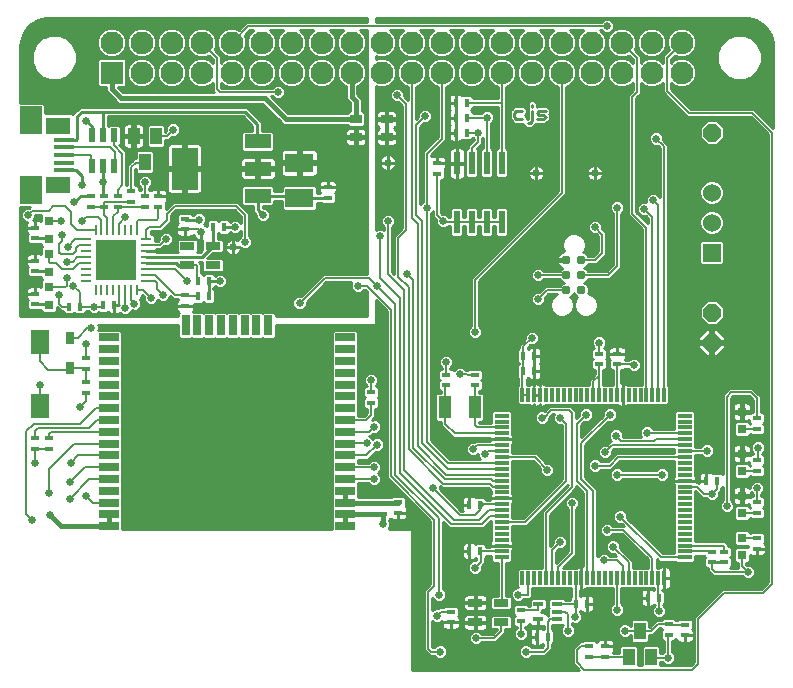
<source format=gtl>
G75*
%MOIN*%
%OFA0B0*%
%FSLAX25Y25*%
%IPPOS*%
%LPD*%
%AMOC8*
5,1,8,0,0,1.08239X$1,22.5*
%
%ADD10C,0.00900*%
%ADD11R,0.07600X0.07600*%
%ADD12C,0.07600*%
%ADD13R,0.01800X0.03000*%
%ADD14R,0.03000X0.01800*%
%ADD15R,0.04331X0.07480*%
%ADD16R,0.03150X0.03150*%
%ADD17R,0.06693X0.02756*%
%ADD18R,0.02756X0.06693*%
%ADD19R,0.02200X0.07800*%
%ADD20OC8,0.05937*%
%ADD21R,0.03937X0.05512*%
%ADD22R,0.05000X0.02500*%
%ADD23R,0.01260X0.04724*%
%ADD24R,0.04724X0.01260*%
%ADD25R,0.06000X0.06000*%
%ADD26C,0.06000*%
%ADD27R,0.01142X0.03543*%
%ADD28R,0.03543X0.01142*%
%ADD29R,0.13780X0.13780*%
%ADD30R,0.09449X0.06299*%
%ADD31R,0.06693X0.01772*%
%ADD32R,0.08268X0.05807*%
%ADD33R,0.07480X0.09350*%
%ADD34R,0.08800X0.04800*%
%ADD35R,0.08661X0.14173*%
%ADD36R,0.06299X0.07874*%
%ADD37R,0.02165X0.04724*%
%ADD38C,0.03100*%
%ADD39R,0.03937X0.03150*%
%ADD40R,0.03543X0.01575*%
%ADD41R,0.03150X0.03937*%
%ADD42C,0.02600*%
%ADD43C,0.01000*%
%ADD44C,0.00600*%
%ADD45C,0.01600*%
D10*
X0245673Y0194020D02*
X0246357Y0193336D01*
X0248409Y0193336D01*
X0250277Y0191969D02*
X0250961Y0191969D01*
X0251645Y0192652D01*
X0251645Y0196072D01*
X0251645Y0197440D02*
X0251645Y0198124D01*
X0254030Y0196072D02*
X0256082Y0196072D01*
X0255398Y0194704D02*
X0254030Y0194704D01*
X0253346Y0195388D01*
X0254030Y0196072D01*
X0255398Y0194704D02*
X0256082Y0194020D01*
X0255398Y0193336D01*
X0253346Y0193336D01*
X0248409Y0196072D02*
X0246357Y0196072D01*
X0245673Y0195388D01*
X0245673Y0194020D01*
D11*
X0111500Y0208886D03*
D12*
X0121500Y0208886D03*
X0131500Y0208886D03*
X0141500Y0208886D03*
X0151500Y0208886D03*
X0161500Y0208886D03*
X0171500Y0208886D03*
X0181500Y0208886D03*
X0191500Y0208886D03*
X0201500Y0208886D03*
X0211500Y0208886D03*
X0221500Y0208886D03*
X0231500Y0208886D03*
X0241500Y0208886D03*
X0251500Y0208886D03*
X0261500Y0208886D03*
X0271500Y0208886D03*
X0281500Y0208886D03*
X0291500Y0208886D03*
X0301500Y0208886D03*
X0301500Y0218886D03*
X0291500Y0218886D03*
X0281500Y0218886D03*
X0271500Y0218886D03*
X0261500Y0218886D03*
X0251500Y0218886D03*
X0241500Y0218886D03*
X0231500Y0218886D03*
X0221500Y0218886D03*
X0211500Y0218886D03*
X0201500Y0218886D03*
X0191500Y0218886D03*
X0181500Y0218886D03*
X0171500Y0218886D03*
X0161500Y0218886D03*
X0151500Y0218886D03*
X0141500Y0218886D03*
X0131500Y0218886D03*
X0121500Y0218886D03*
X0111500Y0218886D03*
D13*
X0145200Y0157386D03*
X0148800Y0157386D03*
X0143800Y0139386D03*
X0140200Y0139386D03*
X0140200Y0134386D03*
X0143800Y0134386D03*
X0112300Y0131386D03*
X0108700Y0131386D03*
X0100800Y0130886D03*
X0097200Y0130886D03*
X0226200Y0188886D03*
X0229800Y0188886D03*
X0229800Y0193886D03*
X0226200Y0193886D03*
X0226200Y0198886D03*
X0229800Y0198886D03*
X0248700Y0114386D03*
X0252300Y0114386D03*
X0252300Y0109386D03*
X0248700Y0109386D03*
X0234300Y0064886D03*
X0230700Y0064886D03*
X0230700Y0049386D03*
X0234300Y0049386D03*
X0266200Y0031886D03*
X0269800Y0031886D03*
X0256800Y0020886D03*
X0253200Y0020886D03*
X0290200Y0033886D03*
X0293800Y0033886D03*
X0309700Y0072886D03*
X0313300Y0072886D03*
D14*
X0326500Y0076086D03*
X0326500Y0079686D03*
X0326500Y0090086D03*
X0326500Y0093686D03*
X0326500Y0065686D03*
X0326500Y0062086D03*
X0326500Y0053686D03*
X0326500Y0050086D03*
X0315500Y0049186D03*
X0315500Y0045586D03*
X0311500Y0045586D03*
X0311500Y0049186D03*
X0302600Y0024886D03*
X0302600Y0021286D03*
X0297100Y0021386D03*
X0297100Y0024986D03*
X0276000Y0017686D03*
X0276000Y0014086D03*
X0270500Y0014086D03*
X0270500Y0017686D03*
X0248000Y0026086D03*
X0248000Y0029686D03*
X0224500Y0029186D03*
X0224500Y0025586D03*
X0207000Y0062086D03*
X0202000Y0061834D03*
X0202000Y0065434D03*
X0207000Y0065686D03*
X0197000Y0065438D03*
X0197000Y0061838D03*
X0198000Y0098834D03*
X0198000Y0102434D03*
X0223000Y0104586D03*
X0223000Y0108186D03*
X0232500Y0108186D03*
X0232500Y0104586D03*
X0274000Y0111586D03*
X0274000Y0115186D03*
X0280000Y0115186D03*
X0280000Y0111586D03*
X0220000Y0175086D03*
X0220000Y0178686D03*
X0183500Y0170686D03*
X0183500Y0167086D03*
X0136000Y0160186D03*
X0136000Y0156586D03*
X0127000Y0164086D03*
X0127000Y0167686D03*
X0122500Y0167686D03*
X0122500Y0164086D03*
X0118000Y0165886D03*
X0118000Y0169486D03*
X0113500Y0167686D03*
X0113500Y0164086D03*
X0109000Y0164086D03*
X0109000Y0167686D03*
X0104500Y0167686D03*
X0104500Y0164086D03*
X0086000Y0157186D03*
X0086000Y0153586D03*
X0086000Y0146186D03*
X0086000Y0142586D03*
X0086000Y0135186D03*
X0086000Y0131586D03*
X0103000Y0113686D03*
X0103000Y0110086D03*
X0103000Y0105686D03*
X0103000Y0102086D03*
X0090500Y0086934D03*
X0086000Y0086938D03*
X0086000Y0083338D03*
X0090500Y0083334D03*
X0136000Y0131086D03*
X0136000Y0134686D03*
D15*
X0222579Y0097386D03*
X0232421Y0097386D03*
D16*
X0321500Y0095839D03*
X0321500Y0089934D03*
X0321500Y0081839D03*
X0321500Y0075934D03*
X0321500Y0067839D03*
X0321500Y0061934D03*
X0321500Y0053839D03*
X0321500Y0047934D03*
X0090500Y0131434D03*
X0090500Y0137339D03*
X0090500Y0142434D03*
X0090500Y0148339D03*
X0090500Y0153434D03*
X0090500Y0159339D03*
D17*
X0110500Y0120634D03*
X0110500Y0116697D03*
X0110500Y0112760D03*
X0110500Y0108823D03*
X0110500Y0104886D03*
X0110500Y0100949D03*
X0110500Y0097012D03*
X0110500Y0093075D03*
X0110500Y0089138D03*
X0110500Y0085201D03*
X0110500Y0081264D03*
X0110500Y0077327D03*
X0110500Y0073390D03*
X0110500Y0069453D03*
X0110500Y0065516D03*
X0110500Y0061579D03*
X0110500Y0057642D03*
X0189240Y0057642D03*
X0189240Y0061579D03*
X0189240Y0065516D03*
X0189240Y0069453D03*
X0189240Y0073390D03*
X0189240Y0077327D03*
X0189240Y0081264D03*
X0189240Y0085201D03*
X0189240Y0089138D03*
X0189240Y0093075D03*
X0189240Y0097012D03*
X0189240Y0100949D03*
X0189240Y0104886D03*
X0189240Y0108823D03*
X0189240Y0112760D03*
X0189240Y0116697D03*
X0189240Y0120634D03*
D18*
X0163650Y0124571D03*
X0159713Y0124571D03*
X0155776Y0124571D03*
X0151839Y0124571D03*
X0147902Y0124571D03*
X0143965Y0124571D03*
X0140028Y0124571D03*
X0136091Y0124571D03*
D19*
X0226500Y0159186D03*
X0231500Y0159186D03*
X0236500Y0159186D03*
X0241500Y0159186D03*
X0241500Y0178586D03*
X0236500Y0178586D03*
X0231500Y0178586D03*
X0226500Y0178586D03*
D20*
X0311500Y0188886D03*
X0311500Y0128886D03*
X0311500Y0118886D03*
D21*
X0287500Y0022717D03*
X0283760Y0014056D03*
X0291240Y0014056D03*
X0122500Y0179056D03*
X0118760Y0187717D03*
X0126240Y0187717D03*
D22*
X0136700Y0151186D03*
X0136700Y0144586D03*
X0145300Y0144586D03*
X0145300Y0151186D03*
X0232700Y0032186D03*
X0241300Y0032186D03*
X0241300Y0025586D03*
X0232700Y0025586D03*
D23*
X0248378Y0040375D03*
X0250346Y0040375D03*
X0252315Y0040375D03*
X0254283Y0040375D03*
X0256252Y0040375D03*
X0258220Y0040375D03*
X0260189Y0040375D03*
X0262157Y0040375D03*
X0264126Y0040375D03*
X0266094Y0040375D03*
X0268063Y0040375D03*
X0270031Y0040375D03*
X0272000Y0040375D03*
X0273969Y0040375D03*
X0275937Y0040375D03*
X0277906Y0040375D03*
X0279874Y0040375D03*
X0281843Y0040375D03*
X0283811Y0040375D03*
X0285780Y0040375D03*
X0287748Y0040375D03*
X0289717Y0040375D03*
X0291685Y0040375D03*
X0293654Y0040375D03*
X0295622Y0040375D03*
X0295622Y0101398D03*
X0293654Y0101398D03*
X0291685Y0101398D03*
X0289717Y0101398D03*
X0287748Y0101398D03*
X0285780Y0101398D03*
X0283811Y0101398D03*
X0281843Y0101398D03*
X0279874Y0101398D03*
X0277906Y0101398D03*
X0275937Y0101398D03*
X0273969Y0101398D03*
X0272000Y0101398D03*
X0270031Y0101398D03*
X0268063Y0101398D03*
X0266094Y0101398D03*
X0264126Y0101398D03*
X0262157Y0101398D03*
X0260189Y0101398D03*
X0258220Y0101398D03*
X0256252Y0101398D03*
X0254283Y0101398D03*
X0252315Y0101398D03*
X0250346Y0101398D03*
X0248378Y0101398D03*
D24*
X0241488Y0094508D03*
X0241488Y0092540D03*
X0241488Y0090571D03*
X0241488Y0088603D03*
X0241488Y0086634D03*
X0241488Y0084666D03*
X0241488Y0082697D03*
X0241488Y0080729D03*
X0241488Y0078760D03*
X0241488Y0076792D03*
X0241488Y0074823D03*
X0241488Y0072855D03*
X0241488Y0070886D03*
X0241488Y0068918D03*
X0241488Y0066949D03*
X0241488Y0064981D03*
X0241488Y0063012D03*
X0241488Y0061044D03*
X0241488Y0059075D03*
X0241488Y0057107D03*
X0241488Y0055138D03*
X0241488Y0053170D03*
X0241488Y0051201D03*
X0241488Y0049233D03*
X0241488Y0047264D03*
X0302512Y0047264D03*
X0302512Y0049233D03*
X0302512Y0051201D03*
X0302512Y0053170D03*
X0302512Y0055138D03*
X0302512Y0057107D03*
X0302512Y0059075D03*
X0302512Y0061044D03*
X0302512Y0063012D03*
X0302512Y0064981D03*
X0302512Y0066949D03*
X0302512Y0068918D03*
X0302512Y0070886D03*
X0302512Y0072855D03*
X0302512Y0074823D03*
X0302512Y0076792D03*
X0302512Y0078760D03*
X0302512Y0080729D03*
X0302512Y0082697D03*
X0302512Y0084666D03*
X0302512Y0086634D03*
X0302512Y0088603D03*
X0302512Y0090571D03*
X0302512Y0092540D03*
X0302512Y0094508D03*
D25*
X0311500Y0148886D03*
D26*
X0311500Y0158886D03*
X0311500Y0168886D03*
D27*
X0119890Y0156426D03*
X0117921Y0156426D03*
X0115953Y0156426D03*
X0113984Y0156426D03*
X0112016Y0156426D03*
X0110047Y0156426D03*
X0108079Y0156426D03*
X0106110Y0156426D03*
X0106110Y0136347D03*
X0108079Y0136347D03*
X0110047Y0136347D03*
X0112016Y0136347D03*
X0113984Y0136347D03*
X0115953Y0136347D03*
X0117921Y0136347D03*
X0119890Y0136347D03*
D28*
X0123039Y0139497D03*
X0123039Y0141465D03*
X0123039Y0143434D03*
X0123039Y0145402D03*
X0123039Y0147371D03*
X0123039Y0149339D03*
X0123039Y0151308D03*
X0123039Y0153276D03*
X0102961Y0153276D03*
X0102961Y0151308D03*
X0102961Y0149339D03*
X0102961Y0147371D03*
X0102961Y0145402D03*
X0102961Y0143434D03*
X0102961Y0141465D03*
X0102961Y0139497D03*
D29*
X0113000Y0146386D03*
D30*
X0174000Y0166981D03*
X0174000Y0178792D03*
D31*
X0095524Y0178827D03*
X0095524Y0176268D03*
X0095524Y0181386D03*
X0095524Y0183945D03*
X0095524Y0186504D03*
D32*
X0093555Y0191229D03*
X0093555Y0171544D03*
D33*
X0084500Y0169772D03*
X0084500Y0193001D03*
D34*
X0160200Y0185986D03*
X0160200Y0176886D03*
X0160200Y0167786D03*
D35*
X0135799Y0176886D03*
D36*
X0087500Y0119016D03*
X0087500Y0097756D03*
D37*
X0104760Y0177768D03*
X0108500Y0177768D03*
X0112240Y0177768D03*
X0112240Y0188004D03*
X0108500Y0188004D03*
X0104760Y0188004D03*
D38*
X0263000Y0146386D03*
X0268000Y0146386D03*
X0268000Y0141386D03*
X0268000Y0136386D03*
X0263000Y0136386D03*
X0263000Y0141386D03*
D39*
X0203118Y0187386D03*
X0203118Y0193386D03*
X0192882Y0193386D03*
X0192882Y0187386D03*
D40*
X0253650Y0031745D03*
X0253650Y0026627D03*
X0259950Y0026627D03*
X0259950Y0029186D03*
X0259950Y0031745D03*
D41*
X0097500Y0110268D03*
X0097500Y0120504D03*
D42*
X0103000Y0118386D03*
X0104700Y0123886D03*
X0105500Y0130886D03*
X0098700Y0137686D03*
X0096500Y0140386D03*
X0096500Y0145886D03*
X0097000Y0150886D03*
X0095000Y0154886D03*
X0094500Y0159386D03*
X0101500Y0159386D03*
X0099000Y0165886D03*
X0101500Y0171386D03*
X0108500Y0172386D03*
X0116000Y0160886D03*
X0122500Y0172386D03*
X0140500Y0159886D03*
X0141300Y0155686D03*
X0152500Y0157386D03*
X0156000Y0152386D03*
X0151900Y0150686D03*
X0147500Y0139386D03*
X0136500Y0139386D03*
X0128500Y0134886D03*
X0124500Y0133886D03*
X0119000Y0131886D03*
X0116000Y0130386D03*
X0113000Y0146386D03*
X0129500Y0153386D03*
X0162000Y0161386D03*
X0193500Y0137886D03*
X0200000Y0137886D03*
X0210000Y0141886D03*
X0201000Y0154386D03*
X0203500Y0159386D03*
X0216500Y0163886D03*
X0222000Y0159386D03*
X0203500Y0178886D03*
X0216000Y0194386D03*
X0206500Y0201386D03*
X0233500Y0188886D03*
X0236500Y0193886D03*
X0253000Y0175386D03*
X0272500Y0175386D03*
X0280000Y0163886D03*
X0272500Y0157386D03*
X0289000Y0163386D03*
X0292000Y0166386D03*
X0293000Y0186886D03*
X0276500Y0224386D03*
X0253500Y0141386D03*
X0253500Y0133386D03*
X0251500Y0120386D03*
X0232500Y0122386D03*
X0223000Y0112386D03*
X0227500Y0108386D03*
X0255000Y0093886D03*
X0261000Y0093886D03*
X0269500Y0094886D03*
X0277500Y0094886D03*
X0279500Y0087886D03*
X0276000Y0082386D03*
X0272500Y0077886D03*
X0280000Y0074886D03*
X0295000Y0074886D03*
X0290000Y0088886D03*
X0310000Y0082886D03*
X0311500Y0068386D03*
X0316500Y0064386D03*
X0326500Y0070386D03*
X0327000Y0083886D03*
X0285500Y0111386D03*
X0274000Y0118886D03*
X0236000Y0081886D03*
X0232000Y0083386D03*
X0218500Y0070386D03*
X0202000Y0058386D03*
X0199000Y0073386D03*
X0199000Y0077386D03*
X0200000Y0084886D03*
X0196500Y0085386D03*
X0199000Y0090886D03*
X0198000Y0106386D03*
X0174100Y0132086D03*
X0101000Y0097386D03*
X0087500Y0104886D03*
X0086000Y0078886D03*
X0090500Y0068886D03*
X0097500Y0066886D03*
X0103000Y0067886D03*
X0097500Y0072386D03*
X0098000Y0078886D03*
X0091000Y0061386D03*
X0085000Y0059886D03*
X0094000Y0134886D03*
X0083500Y0161386D03*
X0103000Y0192886D03*
X0132000Y0189886D03*
X0167000Y0202386D03*
X0256500Y0076386D03*
X0265000Y0065386D03*
X0276500Y0056386D03*
X0278500Y0050886D03*
X0275500Y0046386D03*
X0261000Y0052386D03*
X0281000Y0060886D03*
X0247000Y0034886D03*
X0232500Y0043886D03*
X0220500Y0034886D03*
X0220000Y0027886D03*
X0221000Y0015886D03*
X0233000Y0020386D03*
X0248000Y0021886D03*
X0249500Y0015886D03*
X0263500Y0022886D03*
X0266000Y0027386D03*
X0280000Y0029886D03*
X0282500Y0022886D03*
X0294000Y0029386D03*
X0297000Y0013886D03*
X0323500Y0042386D03*
D43*
X0324343Y0040138D02*
X0330100Y0040138D01*
X0330100Y0041136D02*
X0325580Y0041136D01*
X0325535Y0041027D02*
X0325900Y0041909D01*
X0325900Y0042864D01*
X0325535Y0043746D01*
X0324859Y0044421D01*
X0323977Y0044786D01*
X0323080Y0044786D01*
X0322900Y0044966D01*
X0322900Y0045259D01*
X0323530Y0045259D01*
X0324175Y0045903D01*
X0324175Y0047931D01*
X0324421Y0047789D01*
X0324803Y0047686D01*
X0326500Y0047686D01*
X0328197Y0047686D01*
X0328579Y0047789D01*
X0328921Y0047986D01*
X0329200Y0048265D01*
X0329398Y0048607D01*
X0329500Y0048989D01*
X0329500Y0050086D01*
X0326500Y0050086D01*
X0326500Y0047686D01*
X0326500Y0050086D01*
X0326500Y0050086D01*
X0326500Y0050086D01*
X0329500Y0050086D01*
X0329500Y0051184D01*
X0329398Y0051565D01*
X0329200Y0051907D01*
X0328938Y0052169D01*
X0329100Y0052331D01*
X0329100Y0055042D01*
X0328456Y0055686D01*
X0324544Y0055686D01*
X0324175Y0055317D01*
X0324175Y0055870D01*
X0323530Y0056514D01*
X0319470Y0056514D01*
X0318825Y0055870D01*
X0318825Y0051809D01*
X0319470Y0051164D01*
X0323500Y0051164D01*
X0323500Y0050608D01*
X0319470Y0050608D01*
X0318825Y0049964D01*
X0318825Y0045903D01*
X0319470Y0045259D01*
X0320100Y0045259D01*
X0320100Y0043806D01*
X0320120Y0043786D01*
X0317656Y0043786D01*
X0318100Y0044231D01*
X0318100Y0046942D01*
X0317656Y0047386D01*
X0318100Y0047831D01*
X0318100Y0050542D01*
X0317456Y0051186D01*
X0316900Y0051186D01*
X0316900Y0051781D01*
X0316080Y0052601D01*
X0305974Y0052601D01*
X0305974Y0069432D01*
X0308420Y0066986D01*
X0309506Y0066986D01*
X0310141Y0066352D01*
X0311023Y0065986D01*
X0311977Y0065986D01*
X0312859Y0066352D01*
X0313535Y0067027D01*
X0313900Y0067909D01*
X0313900Y0068806D01*
X0314700Y0069606D01*
X0314700Y0070331D01*
X0315100Y0070731D01*
X0315100Y0066380D01*
X0314465Y0065746D01*
X0314100Y0064864D01*
X0314100Y0063909D01*
X0314465Y0063027D01*
X0315141Y0062352D01*
X0316023Y0061986D01*
X0316977Y0061986D01*
X0317859Y0062352D01*
X0318535Y0063027D01*
X0318825Y0063728D01*
X0318825Y0059903D01*
X0319470Y0059259D01*
X0323530Y0059259D01*
X0324175Y0059903D01*
X0324175Y0060456D01*
X0324544Y0060086D01*
X0328456Y0060086D01*
X0329100Y0060731D01*
X0329100Y0063442D01*
X0328656Y0063886D01*
X0329100Y0064331D01*
X0329100Y0067042D01*
X0328456Y0067686D01*
X0327900Y0067686D01*
X0327900Y0068392D01*
X0328535Y0069027D01*
X0328900Y0069909D01*
X0328900Y0070864D01*
X0328535Y0071746D01*
X0327859Y0072421D01*
X0326977Y0072786D01*
X0326023Y0072786D01*
X0325141Y0072421D01*
X0324465Y0071746D01*
X0324100Y0070864D01*
X0324100Y0070510D01*
X0323996Y0070614D01*
X0323654Y0070812D01*
X0323272Y0070914D01*
X0321787Y0070914D01*
X0321787Y0068127D01*
X0321213Y0068127D01*
X0321213Y0070914D01*
X0319728Y0070914D01*
X0319346Y0070812D01*
X0319004Y0070614D01*
X0318725Y0070335D01*
X0318527Y0069993D01*
X0318425Y0069611D01*
X0318425Y0068126D01*
X0321213Y0068126D01*
X0321213Y0067552D01*
X0318425Y0067552D01*
X0318425Y0066067D01*
X0318503Y0065778D01*
X0317900Y0066380D01*
X0317900Y0100306D01*
X0318580Y0100986D01*
X0323920Y0100986D01*
X0325100Y0099806D01*
X0325100Y0095686D01*
X0324544Y0095686D01*
X0324410Y0095552D01*
X0321787Y0095552D01*
X0321787Y0092764D01*
X0323272Y0092764D01*
X0323654Y0092867D01*
X0323900Y0093009D01*
X0323900Y0092331D01*
X0324344Y0091886D01*
X0324175Y0091717D01*
X0324175Y0091964D01*
X0323530Y0092608D01*
X0319470Y0092608D01*
X0318825Y0091964D01*
X0318825Y0087903D01*
X0319470Y0087259D01*
X0323530Y0087259D01*
X0324175Y0087903D01*
X0324175Y0088456D01*
X0324544Y0088086D01*
X0328456Y0088086D01*
X0329100Y0088731D01*
X0329100Y0091442D01*
X0328656Y0091886D01*
X0329100Y0092331D01*
X0329100Y0095042D01*
X0328456Y0095686D01*
X0327900Y0095686D01*
X0327900Y0100966D01*
X0327080Y0101786D01*
X0325080Y0103786D01*
X0317420Y0103786D01*
X0316600Y0102966D01*
X0315100Y0101466D01*
X0315100Y0075042D01*
X0314656Y0075486D01*
X0311944Y0075486D01*
X0311783Y0075325D01*
X0311521Y0075587D01*
X0311179Y0075784D01*
X0310797Y0075886D01*
X0309700Y0075886D01*
X0308603Y0075886D01*
X0308221Y0075784D01*
X0307879Y0075587D01*
X0307600Y0075307D01*
X0307402Y0074965D01*
X0307300Y0074584D01*
X0307300Y0072886D01*
X0307300Y0072066D01*
X0307080Y0072286D01*
X0306374Y0072286D01*
X0306374Y0072855D01*
X0306374Y0073682D01*
X0306272Y0074064D01*
X0306074Y0074406D01*
X0305974Y0074506D01*
X0305974Y0081297D01*
X0308195Y0081297D01*
X0308641Y0080852D01*
X0309523Y0080486D01*
X0310477Y0080486D01*
X0311359Y0080852D01*
X0312035Y0081527D01*
X0312400Y0082409D01*
X0312400Y0083364D01*
X0312035Y0084246D01*
X0311359Y0084921D01*
X0310477Y0085286D01*
X0309523Y0085286D01*
X0308641Y0084921D01*
X0307965Y0084246D01*
X0307904Y0084097D01*
X0305974Y0084097D01*
X0305974Y0095594D01*
X0305330Y0096238D01*
X0299694Y0096238D01*
X0299050Y0095594D01*
X0299050Y0090003D01*
X0292135Y0090003D01*
X0292035Y0090246D01*
X0291359Y0090921D01*
X0290477Y0091286D01*
X0289523Y0091286D01*
X0288641Y0090921D01*
X0287965Y0090246D01*
X0287600Y0089364D01*
X0287600Y0088409D01*
X0287962Y0087534D01*
X0281900Y0087534D01*
X0281900Y0088364D01*
X0281535Y0089246D01*
X0280859Y0089921D01*
X0279977Y0090286D01*
X0279023Y0090286D01*
X0278141Y0089921D01*
X0277465Y0089246D01*
X0277100Y0088364D01*
X0277100Y0087409D01*
X0277465Y0086527D01*
X0277926Y0086066D01*
X0277700Y0086066D01*
X0276420Y0084786D01*
X0275523Y0084786D01*
X0274641Y0084421D01*
X0273965Y0083746D01*
X0273600Y0082864D01*
X0273600Y0081909D01*
X0273965Y0081027D01*
X0274641Y0080352D01*
X0275523Y0079986D01*
X0276477Y0079986D01*
X0277359Y0080352D01*
X0278035Y0081027D01*
X0278400Y0081909D01*
X0278400Y0082806D01*
X0278859Y0083266D01*
X0299050Y0083266D01*
X0299050Y0082129D01*
X0279763Y0082129D01*
X0278943Y0081309D01*
X0276920Y0079286D01*
X0274494Y0079286D01*
X0273859Y0079921D01*
X0272977Y0080286D01*
X0272023Y0080286D01*
X0271141Y0079921D01*
X0270465Y0079246D01*
X0270100Y0078364D01*
X0270100Y0077409D01*
X0270465Y0076527D01*
X0271141Y0075852D01*
X0272023Y0075486D01*
X0272977Y0075486D01*
X0273859Y0075852D01*
X0274494Y0076486D01*
X0278080Y0076486D01*
X0280922Y0079329D01*
X0299050Y0079329D01*
X0299050Y0074506D01*
X0298949Y0074406D01*
X0298752Y0074064D01*
X0298650Y0073682D01*
X0298650Y0072855D01*
X0302512Y0072855D01*
X0306374Y0072855D01*
X0302512Y0072855D01*
X0302512Y0072855D01*
X0302512Y0072855D01*
X0298650Y0072855D01*
X0298650Y0072027D01*
X0298752Y0071646D01*
X0298949Y0071304D01*
X0299050Y0071204D01*
X0299050Y0048664D01*
X0295202Y0048664D01*
X0283400Y0060466D01*
X0283400Y0061364D01*
X0283035Y0062246D01*
X0282359Y0062921D01*
X0281477Y0063286D01*
X0280523Y0063286D01*
X0279641Y0062921D01*
X0278965Y0062246D01*
X0278600Y0061364D01*
X0278600Y0060409D01*
X0278965Y0059527D01*
X0279641Y0058852D01*
X0280523Y0058486D01*
X0281420Y0058486D01*
X0282117Y0057790D01*
X0281981Y0057786D01*
X0278494Y0057786D01*
X0277859Y0058421D01*
X0276977Y0058786D01*
X0276023Y0058786D01*
X0275141Y0058421D01*
X0274465Y0057746D01*
X0274100Y0056864D01*
X0274100Y0055909D01*
X0274465Y0055027D01*
X0275141Y0054352D01*
X0276023Y0053986D01*
X0276977Y0053986D01*
X0277859Y0054352D01*
X0278494Y0054986D01*
X0281442Y0054986D01*
X0290285Y0046600D01*
X0290285Y0043837D01*
X0285211Y0043837D01*
X0285211Y0046155D01*
X0280900Y0050466D01*
X0280900Y0051364D01*
X0280535Y0052246D01*
X0279859Y0052921D01*
X0278977Y0053286D01*
X0278023Y0053286D01*
X0277141Y0052921D01*
X0276465Y0052246D01*
X0276100Y0051364D01*
X0276100Y0050409D01*
X0276465Y0049527D01*
X0277141Y0048852D01*
X0278023Y0048486D01*
X0278920Y0048486D01*
X0279620Y0047786D01*
X0277494Y0047786D01*
X0276859Y0048421D01*
X0275977Y0048786D01*
X0275023Y0048786D01*
X0274141Y0048421D01*
X0273465Y0047746D01*
X0273400Y0047588D01*
X0273400Y0069966D01*
X0269400Y0073966D01*
X0269400Y0084806D01*
X0277080Y0092486D01*
X0277977Y0092486D01*
X0278859Y0092852D01*
X0279535Y0093527D01*
X0279900Y0094409D01*
X0279900Y0095364D01*
X0279535Y0096246D01*
X0278859Y0096921D01*
X0277977Y0097286D01*
X0277023Y0097286D01*
X0276141Y0096921D01*
X0275465Y0096246D01*
X0275100Y0095364D01*
X0275100Y0094466D01*
X0267900Y0087266D01*
X0267900Y0091306D01*
X0269080Y0092486D01*
X0269977Y0092486D01*
X0270859Y0092852D01*
X0271535Y0093527D01*
X0271900Y0094409D01*
X0271900Y0095364D01*
X0271535Y0096246D01*
X0270859Y0096921D01*
X0269977Y0097286D01*
X0269023Y0097286D01*
X0268141Y0096921D01*
X0267465Y0096246D01*
X0267100Y0095364D01*
X0267100Y0094466D01*
X0266400Y0093766D01*
X0266400Y0095966D01*
X0265580Y0096786D01*
X0264580Y0097786D01*
X0257420Y0097786D01*
X0256600Y0096966D01*
X0255790Y0096157D01*
X0255477Y0096286D01*
X0254523Y0096286D01*
X0253641Y0095921D01*
X0252965Y0095246D01*
X0252600Y0094364D01*
X0252600Y0093409D01*
X0252965Y0092527D01*
X0253641Y0091852D01*
X0254523Y0091486D01*
X0255477Y0091486D01*
X0256359Y0091852D01*
X0257035Y0092527D01*
X0257400Y0093409D01*
X0257400Y0093806D01*
X0258580Y0094986D01*
X0258858Y0094986D01*
X0258600Y0094364D01*
X0258600Y0093409D01*
X0258965Y0092527D01*
X0259641Y0091852D01*
X0260523Y0091486D01*
X0261420Y0091486D01*
X0261600Y0091306D01*
X0261600Y0073466D01*
X0248609Y0060475D01*
X0244950Y0060475D01*
X0244950Y0065298D01*
X0245051Y0065398D01*
X0245248Y0065740D01*
X0245350Y0066122D01*
X0245350Y0066949D01*
X0241488Y0066949D01*
X0237626Y0066949D01*
X0237626Y0066381D01*
X0236300Y0066381D01*
X0236300Y0066842D01*
X0235656Y0067486D01*
X0232944Y0067486D01*
X0232783Y0067325D01*
X0232521Y0067587D01*
X0232179Y0067784D01*
X0231797Y0067886D01*
X0230700Y0067886D01*
X0229603Y0067886D01*
X0229221Y0067784D01*
X0228879Y0067587D01*
X0228600Y0067307D01*
X0228402Y0066965D01*
X0228300Y0066584D01*
X0228300Y0064886D01*
X0228300Y0063189D01*
X0228402Y0062807D01*
X0228414Y0062786D01*
X0228080Y0062786D01*
X0220900Y0069966D01*
X0220900Y0070864D01*
X0220799Y0071107D01*
X0221420Y0070486D01*
X0236920Y0070486D01*
X0237920Y0069486D01*
X0238026Y0069486D01*
X0238026Y0068601D01*
X0237926Y0068500D01*
X0237728Y0068158D01*
X0237626Y0067777D01*
X0237626Y0066949D01*
X0241488Y0066949D01*
X0241488Y0066949D01*
X0241488Y0066949D01*
X0245350Y0066949D01*
X0245350Y0067777D01*
X0245248Y0068158D01*
X0245051Y0068500D01*
X0244950Y0068601D01*
X0244950Y0079329D01*
X0252027Y0079329D01*
X0254134Y0076947D01*
X0254100Y0076864D01*
X0254100Y0075909D01*
X0254465Y0075027D01*
X0255141Y0074352D01*
X0256023Y0073986D01*
X0256977Y0073986D01*
X0257859Y0074352D01*
X0258535Y0075027D01*
X0258900Y0075909D01*
X0258900Y0076864D01*
X0258535Y0077746D01*
X0257859Y0078421D01*
X0256977Y0078786D01*
X0256246Y0078786D01*
X0254057Y0081259D01*
X0254057Y0081309D01*
X0253678Y0081689D01*
X0253322Y0082091D01*
X0253272Y0082094D01*
X0253237Y0082129D01*
X0252700Y0082129D01*
X0252164Y0082162D01*
X0252127Y0082129D01*
X0244950Y0082129D01*
X0244950Y0084983D01*
X0245051Y0085083D01*
X0245248Y0085425D01*
X0245350Y0085807D01*
X0245350Y0086634D01*
X0241488Y0086634D01*
X0237626Y0086634D01*
X0237626Y0086066D01*
X0232700Y0086066D01*
X0232420Y0085786D01*
X0231523Y0085786D01*
X0230641Y0085421D01*
X0229965Y0084746D01*
X0229600Y0083864D01*
X0229600Y0082909D01*
X0229965Y0082027D01*
X0230641Y0081352D01*
X0231523Y0080986D01*
X0232477Y0080986D01*
X0233359Y0081352D01*
X0233600Y0081592D01*
X0233600Y0081409D01*
X0233965Y0080527D01*
X0234332Y0080160D01*
X0224206Y0080160D01*
X0217900Y0086466D01*
X0217900Y0161892D01*
X0218535Y0162527D01*
X0218600Y0162685D01*
X0218600Y0160806D01*
X0219600Y0159806D01*
X0219600Y0158909D01*
X0219965Y0158027D01*
X0220641Y0157352D01*
X0221523Y0156986D01*
X0222477Y0156986D01*
X0223359Y0157352D01*
X0223794Y0157786D01*
X0224300Y0157786D01*
X0224300Y0154831D01*
X0224944Y0154186D01*
X0228056Y0154186D01*
X0228700Y0154831D01*
X0228700Y0157786D01*
X0229300Y0157786D01*
X0229300Y0154831D01*
X0229944Y0154186D01*
X0233056Y0154186D01*
X0233700Y0154831D01*
X0233700Y0157786D01*
X0234300Y0157786D01*
X0234300Y0154831D01*
X0234944Y0154186D01*
X0238056Y0154186D01*
X0238700Y0154831D01*
X0238700Y0157786D01*
X0239300Y0157786D01*
X0239300Y0154831D01*
X0239944Y0154186D01*
X0243056Y0154186D01*
X0243700Y0154831D01*
X0243700Y0163542D01*
X0243056Y0164186D01*
X0239944Y0164186D01*
X0239300Y0163542D01*
X0239300Y0160586D01*
X0238700Y0160586D01*
X0238700Y0163542D01*
X0238056Y0164186D01*
X0234944Y0164186D01*
X0234300Y0163542D01*
X0234300Y0160586D01*
X0233700Y0160586D01*
X0233700Y0163542D01*
X0233056Y0164186D01*
X0229944Y0164186D01*
X0229300Y0163542D01*
X0229300Y0160586D01*
X0228700Y0160586D01*
X0228700Y0163542D01*
X0228056Y0164186D01*
X0224944Y0164186D01*
X0224300Y0163542D01*
X0224300Y0160586D01*
X0224101Y0160586D01*
X0224035Y0160746D01*
X0223359Y0161421D01*
X0222477Y0161786D01*
X0221580Y0161786D01*
X0221400Y0161966D01*
X0221400Y0173086D01*
X0221956Y0173086D01*
X0222600Y0173731D01*
X0222600Y0176442D01*
X0222438Y0176603D01*
X0222700Y0176865D01*
X0222898Y0177207D01*
X0223000Y0177589D01*
X0223000Y0178686D01*
X0220000Y0178686D01*
X0220000Y0178686D01*
X0223000Y0178686D01*
X0223000Y0179784D01*
X0222898Y0180165D01*
X0222700Y0180507D01*
X0222421Y0180787D01*
X0222079Y0180984D01*
X0221697Y0181086D01*
X0220000Y0181086D01*
X0220000Y0178686D01*
X0220000Y0181086D01*
X0218303Y0181086D01*
X0217921Y0180984D01*
X0217900Y0180972D01*
X0217900Y0181306D01*
X0222080Y0185486D01*
X0222900Y0186306D01*
X0222900Y0204163D01*
X0224276Y0204732D01*
X0225654Y0206111D01*
X0226400Y0207912D01*
X0226400Y0209861D01*
X0225654Y0211662D01*
X0224276Y0213040D01*
X0222475Y0213786D01*
X0220525Y0213786D01*
X0218724Y0213040D01*
X0217346Y0211662D01*
X0216600Y0209861D01*
X0216600Y0207912D01*
X0217346Y0206111D01*
X0218724Y0204732D01*
X0220100Y0204163D01*
X0220100Y0187466D01*
X0215920Y0183286D01*
X0215100Y0182466D01*
X0215100Y0165880D01*
X0214465Y0165246D01*
X0214400Y0165088D01*
X0214400Y0190806D01*
X0215580Y0191986D01*
X0216477Y0191986D01*
X0217359Y0192352D01*
X0218035Y0193027D01*
X0218400Y0193909D01*
X0218400Y0194864D01*
X0218035Y0195746D01*
X0217359Y0196421D01*
X0216477Y0196786D01*
X0215523Y0196786D01*
X0214641Y0196421D01*
X0213965Y0195746D01*
X0213600Y0194864D01*
X0213600Y0193966D01*
X0212900Y0193266D01*
X0212900Y0204163D01*
X0214276Y0204732D01*
X0215654Y0206111D01*
X0216400Y0207912D01*
X0216400Y0209861D01*
X0215654Y0211662D01*
X0214276Y0213040D01*
X0212475Y0213786D01*
X0210525Y0213786D01*
X0208724Y0213040D01*
X0207346Y0211662D01*
X0206600Y0209861D01*
X0206600Y0207912D01*
X0207346Y0206111D01*
X0208724Y0204732D01*
X0210100Y0204163D01*
X0210100Y0199766D01*
X0208900Y0200966D01*
X0208900Y0201864D01*
X0208535Y0202746D01*
X0207859Y0203421D01*
X0206977Y0203786D01*
X0206023Y0203786D01*
X0205141Y0203421D01*
X0204465Y0202746D01*
X0204100Y0201864D01*
X0204100Y0200909D01*
X0204465Y0200027D01*
X0205141Y0199352D01*
X0206023Y0198986D01*
X0206920Y0198986D01*
X0208100Y0197806D01*
X0208100Y0156966D01*
X0205600Y0154466D01*
X0205600Y0141766D01*
X0204900Y0142466D01*
X0204900Y0157392D01*
X0205535Y0158027D01*
X0205900Y0158909D01*
X0205900Y0159864D01*
X0205535Y0160746D01*
X0204859Y0161421D01*
X0203977Y0161786D01*
X0203023Y0161786D01*
X0202141Y0161421D01*
X0201465Y0160746D01*
X0201100Y0159864D01*
X0201100Y0158909D01*
X0201465Y0158027D01*
X0202100Y0157392D01*
X0202100Y0156528D01*
X0201477Y0156786D01*
X0200523Y0156786D01*
X0199641Y0156421D01*
X0199500Y0156280D01*
X0199500Y0204411D01*
X0200525Y0203986D01*
X0202475Y0203986D01*
X0204276Y0204732D01*
X0205654Y0206111D01*
X0206400Y0207912D01*
X0206400Y0209861D01*
X0205654Y0211662D01*
X0204276Y0213040D01*
X0202475Y0213786D01*
X0200525Y0213786D01*
X0199500Y0213362D01*
X0199500Y0214411D01*
X0200525Y0213986D01*
X0202475Y0213986D01*
X0204276Y0214732D01*
X0205654Y0216111D01*
X0206400Y0217912D01*
X0206400Y0219861D01*
X0205654Y0221662D01*
X0204330Y0222986D01*
X0208670Y0222986D01*
X0207346Y0221662D01*
X0206600Y0219861D01*
X0206600Y0217912D01*
X0207346Y0216111D01*
X0208724Y0214732D01*
X0210525Y0213986D01*
X0212475Y0213986D01*
X0214276Y0214732D01*
X0215654Y0216111D01*
X0216400Y0217912D01*
X0216400Y0219861D01*
X0215654Y0221662D01*
X0214330Y0222986D01*
X0218670Y0222986D01*
X0217346Y0221662D01*
X0216600Y0219861D01*
X0216600Y0217912D01*
X0217346Y0216111D01*
X0218724Y0214732D01*
X0220525Y0213986D01*
X0222475Y0213986D01*
X0224276Y0214732D01*
X0225654Y0216111D01*
X0226400Y0217912D01*
X0226400Y0219861D01*
X0225654Y0221662D01*
X0224330Y0222986D01*
X0228670Y0222986D01*
X0227346Y0221662D01*
X0226600Y0219861D01*
X0226600Y0217912D01*
X0227346Y0216111D01*
X0228724Y0214732D01*
X0230525Y0213986D01*
X0232475Y0213986D01*
X0234276Y0214732D01*
X0235654Y0216111D01*
X0236400Y0217912D01*
X0236400Y0219861D01*
X0235654Y0221662D01*
X0234330Y0222986D01*
X0238670Y0222986D01*
X0237346Y0221662D01*
X0236600Y0219861D01*
X0236600Y0217912D01*
X0237346Y0216111D01*
X0238724Y0214732D01*
X0240525Y0213986D01*
X0242475Y0213986D01*
X0244276Y0214732D01*
X0245654Y0216111D01*
X0246400Y0217912D01*
X0246400Y0219861D01*
X0245654Y0221662D01*
X0244330Y0222986D01*
X0248670Y0222986D01*
X0247346Y0221662D01*
X0246600Y0219861D01*
X0246600Y0217912D01*
X0247346Y0216111D01*
X0248724Y0214732D01*
X0250525Y0213986D01*
X0252475Y0213986D01*
X0254276Y0214732D01*
X0255654Y0216111D01*
X0256400Y0217912D01*
X0256400Y0219861D01*
X0255654Y0221662D01*
X0254330Y0222986D01*
X0258670Y0222986D01*
X0257346Y0221662D01*
X0256600Y0219861D01*
X0256600Y0217912D01*
X0257346Y0216111D01*
X0258724Y0214732D01*
X0260525Y0213986D01*
X0262475Y0213986D01*
X0264276Y0214732D01*
X0265654Y0216111D01*
X0266400Y0217912D01*
X0266400Y0219861D01*
X0265654Y0221662D01*
X0264330Y0222986D01*
X0268670Y0222986D01*
X0267346Y0221662D01*
X0266600Y0219861D01*
X0266600Y0217912D01*
X0267346Y0216111D01*
X0268724Y0214732D01*
X0270525Y0213986D01*
X0272475Y0213986D01*
X0274276Y0214732D01*
X0275654Y0216111D01*
X0276400Y0217912D01*
X0276400Y0219861D01*
X0275654Y0221662D01*
X0274330Y0222986D01*
X0274506Y0222986D01*
X0275141Y0222352D01*
X0276023Y0221986D01*
X0276977Y0221986D01*
X0277859Y0222352D01*
X0278535Y0223027D01*
X0278900Y0223909D01*
X0278900Y0224864D01*
X0278535Y0225746D01*
X0277859Y0226421D01*
X0276977Y0226786D01*
X0276023Y0226786D01*
X0275141Y0226421D01*
X0274506Y0225786D01*
X0199500Y0225786D01*
X0199500Y0227134D01*
X0322642Y0227134D01*
X0323857Y0227055D01*
X0326205Y0226426D01*
X0328310Y0225210D01*
X0330029Y0223492D01*
X0331244Y0221387D01*
X0331873Y0219039D01*
X0331953Y0217823D01*
X0331953Y0190413D01*
X0325580Y0196786D01*
X0304580Y0196786D01*
X0297900Y0203466D01*
X0297900Y0205557D01*
X0298724Y0204732D01*
X0300525Y0203986D01*
X0302475Y0203986D01*
X0304276Y0204732D01*
X0305654Y0206111D01*
X0306400Y0207912D01*
X0306400Y0209861D01*
X0305654Y0211662D01*
X0304276Y0213040D01*
X0302475Y0213786D01*
X0300525Y0213786D01*
X0298724Y0213040D01*
X0297900Y0212216D01*
X0297900Y0213306D01*
X0299150Y0214556D01*
X0300525Y0213986D01*
X0302475Y0213986D01*
X0304276Y0214732D01*
X0305654Y0216111D01*
X0306400Y0217912D01*
X0306400Y0219861D01*
X0305654Y0221662D01*
X0304276Y0223040D01*
X0302475Y0223786D01*
X0300525Y0223786D01*
X0298724Y0223040D01*
X0297346Y0221662D01*
X0296600Y0219861D01*
X0296600Y0217912D01*
X0297170Y0216536D01*
X0295920Y0215286D01*
X0295100Y0214466D01*
X0295100Y0212216D01*
X0294276Y0213040D01*
X0292475Y0213786D01*
X0290525Y0213786D01*
X0288724Y0213040D01*
X0287900Y0212216D01*
X0287900Y0214466D01*
X0285830Y0216536D01*
X0286400Y0217912D01*
X0286400Y0219861D01*
X0285654Y0221662D01*
X0284276Y0223040D01*
X0282475Y0223786D01*
X0280525Y0223786D01*
X0278724Y0223040D01*
X0277346Y0221662D01*
X0276600Y0219861D01*
X0276600Y0217912D01*
X0277346Y0216111D01*
X0278724Y0214732D01*
X0280525Y0213986D01*
X0282475Y0213986D01*
X0283850Y0214556D01*
X0285100Y0213306D01*
X0285100Y0212216D01*
X0284276Y0213040D01*
X0282475Y0213786D01*
X0280525Y0213786D01*
X0278724Y0213040D01*
X0277346Y0211662D01*
X0276600Y0209861D01*
X0276600Y0207912D01*
X0277346Y0206111D01*
X0278724Y0204732D01*
X0280525Y0203986D01*
X0282475Y0203986D01*
X0284276Y0204732D01*
X0285100Y0205557D01*
X0285100Y0202966D01*
X0283600Y0201466D01*
X0283600Y0161306D01*
X0284420Y0160486D01*
X0288317Y0156590D01*
X0288317Y0104860D01*
X0283494Y0104860D01*
X0283393Y0104961D01*
X0283051Y0105158D01*
X0282670Y0105260D01*
X0281843Y0105260D01*
X0281843Y0101398D01*
X0281843Y0097536D01*
X0282670Y0097536D01*
X0283051Y0097638D01*
X0283393Y0097836D01*
X0283494Y0097936D01*
X0296708Y0097936D01*
X0297352Y0098580D01*
X0297352Y0104216D01*
X0297022Y0104546D01*
X0297022Y0184844D01*
X0295400Y0186466D01*
X0295400Y0187364D01*
X0295035Y0188246D01*
X0294359Y0188921D01*
X0293477Y0189286D01*
X0292523Y0189286D01*
X0291641Y0188921D01*
X0290965Y0188246D01*
X0290600Y0187364D01*
X0290600Y0186409D01*
X0290965Y0185527D01*
X0291641Y0184852D01*
X0292523Y0184486D01*
X0293420Y0184486D01*
X0294222Y0183684D01*
X0294222Y0167293D01*
X0294035Y0167746D01*
X0293359Y0168421D01*
X0292477Y0168786D01*
X0291523Y0168786D01*
X0290641Y0168421D01*
X0289965Y0167746D01*
X0289600Y0166864D01*
X0289600Y0165909D01*
X0289687Y0165700D01*
X0289477Y0165786D01*
X0288523Y0165786D01*
X0287641Y0165421D01*
X0286965Y0164746D01*
X0286600Y0163864D01*
X0286600Y0162909D01*
X0286965Y0162027D01*
X0287641Y0161352D01*
X0288523Y0160986D01*
X0289420Y0160986D01*
X0290285Y0160121D01*
X0290285Y0158581D01*
X0286400Y0162466D01*
X0286400Y0200306D01*
X0287080Y0200986D01*
X0287900Y0201806D01*
X0287900Y0205557D01*
X0288724Y0204732D01*
X0290525Y0203986D01*
X0292475Y0203986D01*
X0294276Y0204732D01*
X0295100Y0205557D01*
X0295100Y0202306D01*
X0302600Y0194806D01*
X0303420Y0193986D01*
X0324420Y0193986D01*
X0330100Y0188306D01*
X0330100Y0038966D01*
X0327920Y0036786D01*
X0314920Y0036786D01*
X0306420Y0028286D01*
X0305600Y0027466D01*
X0305600Y0012466D01*
X0304420Y0011286D01*
X0294309Y0011286D01*
X0294309Y0012486D01*
X0295006Y0012486D01*
X0295641Y0011852D01*
X0296523Y0011486D01*
X0297477Y0011486D01*
X0298359Y0011852D01*
X0299035Y0012527D01*
X0299400Y0013409D01*
X0299400Y0014364D01*
X0299035Y0015246D01*
X0298400Y0015880D01*
X0298400Y0019386D01*
X0299056Y0019386D01*
X0299655Y0019985D01*
X0299702Y0019807D01*
X0299900Y0019465D01*
X0300179Y0019186D01*
X0300521Y0018989D01*
X0300903Y0018886D01*
X0302600Y0018886D01*
X0304297Y0018886D01*
X0304679Y0018989D01*
X0305021Y0019186D01*
X0305300Y0019465D01*
X0305498Y0019807D01*
X0305600Y0020189D01*
X0305600Y0021286D01*
X0302600Y0021286D01*
X0302600Y0018886D01*
X0302600Y0021286D01*
X0302600Y0021286D01*
X0302600Y0021286D01*
X0305600Y0021286D01*
X0305600Y0022384D01*
X0305498Y0022765D01*
X0305300Y0023107D01*
X0305038Y0023369D01*
X0305200Y0023531D01*
X0305200Y0026242D01*
X0304556Y0026886D01*
X0300644Y0026886D01*
X0300044Y0026286D01*
X0299700Y0026286D01*
X0299700Y0026342D01*
X0299056Y0026986D01*
X0295144Y0026986D01*
X0294544Y0026386D01*
X0293020Y0026386D01*
X0290751Y0024117D01*
X0290568Y0024117D01*
X0290568Y0025929D01*
X0289924Y0026573D01*
X0285076Y0026573D01*
X0284431Y0025929D01*
X0284431Y0024349D01*
X0283859Y0024921D01*
X0282977Y0025286D01*
X0282023Y0025286D01*
X0281141Y0024921D01*
X0280465Y0024246D01*
X0280100Y0023364D01*
X0280100Y0022409D01*
X0280465Y0021527D01*
X0281141Y0020852D01*
X0282023Y0020486D01*
X0282977Y0020486D01*
X0283859Y0020852D01*
X0284325Y0021317D01*
X0284431Y0021317D01*
X0284431Y0019505D01*
X0285076Y0018861D01*
X0289924Y0018861D01*
X0290568Y0019505D01*
X0290568Y0021317D01*
X0291911Y0021317D01*
X0292731Y0022137D01*
X0294180Y0023586D01*
X0294544Y0023586D01*
X0294944Y0023186D01*
X0294500Y0022742D01*
X0294500Y0020031D01*
X0295144Y0019386D01*
X0295600Y0019386D01*
X0295600Y0015880D01*
X0295006Y0015286D01*
X0294309Y0015286D01*
X0294309Y0017267D01*
X0293664Y0017912D01*
X0288816Y0017912D01*
X0288172Y0017267D01*
X0288172Y0011286D01*
X0286828Y0011286D01*
X0286828Y0017267D01*
X0286184Y0017912D01*
X0281336Y0017912D01*
X0280691Y0017267D01*
X0280691Y0015456D01*
X0278586Y0015456D01*
X0278438Y0015603D01*
X0278700Y0015865D01*
X0278898Y0016207D01*
X0279000Y0016589D01*
X0279000Y0017686D01*
X0276000Y0017686D01*
X0276000Y0017686D01*
X0279000Y0017686D01*
X0279000Y0018784D01*
X0278898Y0019165D01*
X0278700Y0019507D01*
X0278421Y0019787D01*
X0278079Y0019984D01*
X0277697Y0020086D01*
X0276000Y0020086D01*
X0274303Y0020086D01*
X0273921Y0019984D01*
X0273579Y0019787D01*
X0273300Y0019507D01*
X0273102Y0019165D01*
X0273076Y0019066D01*
X0272456Y0019686D01*
X0268544Y0019686D01*
X0268144Y0019286D01*
X0267420Y0019286D01*
X0265100Y0016966D01*
X0265100Y0011806D01*
X0265920Y0010986D01*
X0267213Y0009693D01*
X0211500Y0009693D01*
X0211500Y0056886D01*
X0203894Y0056886D01*
X0204035Y0057027D01*
X0204400Y0057909D01*
X0204400Y0058864D01*
X0204035Y0059746D01*
X0203946Y0059834D01*
X0203956Y0059834D01*
X0204343Y0060222D01*
X0204579Y0059986D01*
X0204921Y0059789D01*
X0205303Y0059686D01*
X0207000Y0059686D01*
X0208697Y0059686D01*
X0209079Y0059789D01*
X0209421Y0059986D01*
X0209700Y0060265D01*
X0209898Y0060607D01*
X0210000Y0060989D01*
X0210000Y0062086D01*
X0207000Y0062086D01*
X0207000Y0059686D01*
X0207000Y0062086D01*
X0207000Y0062086D01*
X0207000Y0062086D01*
X0210000Y0062086D01*
X0210000Y0063184D01*
X0209898Y0063565D01*
X0209700Y0063907D01*
X0209438Y0064169D01*
X0209600Y0064331D01*
X0209600Y0067042D01*
X0208956Y0067686D01*
X0205044Y0067686D01*
X0204692Y0067334D01*
X0204056Y0067334D01*
X0203956Y0067434D01*
X0200044Y0067434D01*
X0199948Y0067338D01*
X0199056Y0067338D01*
X0198956Y0067438D01*
X0195044Y0067438D01*
X0195022Y0067416D01*
X0193620Y0067416D01*
X0193552Y0067485D01*
X0193687Y0067620D01*
X0193687Y0071287D01*
X0193552Y0071422D01*
X0193687Y0071557D01*
X0193687Y0071990D01*
X0195996Y0071990D01*
X0197003Y0071989D01*
X0197641Y0071352D01*
X0198523Y0070986D01*
X0199477Y0070986D01*
X0200359Y0071352D01*
X0201035Y0072027D01*
X0201400Y0072909D01*
X0201400Y0073864D01*
X0201035Y0074746D01*
X0200394Y0075386D01*
X0201035Y0076027D01*
X0201400Y0076909D01*
X0201400Y0077864D01*
X0201035Y0078746D01*
X0200359Y0079421D01*
X0199477Y0079786D01*
X0198523Y0079786D01*
X0197641Y0079421D01*
X0196965Y0078746D01*
X0196958Y0078727D01*
X0193687Y0078727D01*
X0193687Y0079161D01*
X0193552Y0079296D01*
X0193687Y0079431D01*
X0193687Y0079864D01*
X0196958Y0079864D01*
X0199580Y0082486D01*
X0200477Y0082486D01*
X0201359Y0082852D01*
X0202035Y0083527D01*
X0202400Y0084409D01*
X0202400Y0085364D01*
X0202035Y0086246D01*
X0201359Y0086921D01*
X0200477Y0087286D01*
X0199523Y0087286D01*
X0198641Y0086921D01*
X0198500Y0086780D01*
X0197859Y0087421D01*
X0197093Y0087738D01*
X0197832Y0087738D01*
X0198580Y0088486D01*
X0199477Y0088486D01*
X0200359Y0088852D01*
X0201035Y0089527D01*
X0201400Y0090409D01*
X0201400Y0091364D01*
X0201035Y0092246D01*
X0200359Y0092921D01*
X0199477Y0093286D01*
X0198523Y0093286D01*
X0198279Y0093185D01*
X0198580Y0093486D01*
X0199400Y0094306D01*
X0199400Y0096834D01*
X0199956Y0096834D01*
X0200600Y0097479D01*
X0200600Y0100190D01*
X0200156Y0100634D01*
X0200600Y0101079D01*
X0200600Y0103790D01*
X0199956Y0104434D01*
X0199442Y0104434D01*
X0200035Y0105027D01*
X0200400Y0105909D01*
X0200400Y0106864D01*
X0200035Y0107746D01*
X0199359Y0108421D01*
X0198477Y0108786D01*
X0197523Y0108786D01*
X0196641Y0108421D01*
X0195965Y0107746D01*
X0195600Y0106864D01*
X0195600Y0105909D01*
X0195965Y0105027D01*
X0196558Y0104434D01*
X0196044Y0104434D01*
X0195400Y0103790D01*
X0195400Y0101079D01*
X0195844Y0100634D01*
X0195400Y0100190D01*
X0195400Y0097479D01*
X0196044Y0096834D01*
X0196600Y0096834D01*
X0196600Y0095466D01*
X0195609Y0094475D01*
X0193687Y0094475D01*
X0193687Y0094909D01*
X0193552Y0095044D01*
X0193687Y0095179D01*
X0193687Y0098846D01*
X0193552Y0098981D01*
X0193687Y0099116D01*
X0193687Y0102783D01*
X0193552Y0102918D01*
X0193687Y0103053D01*
X0193687Y0106720D01*
X0193552Y0106855D01*
X0193687Y0106990D01*
X0193687Y0110657D01*
X0193552Y0110792D01*
X0193687Y0110927D01*
X0193687Y0114594D01*
X0193552Y0114729D01*
X0193687Y0114864D01*
X0193687Y0118531D01*
X0193552Y0118666D01*
X0193687Y0118801D01*
X0193687Y0122468D01*
X0193042Y0123112D01*
X0185438Y0123112D01*
X0184794Y0122468D01*
X0184794Y0118801D01*
X0184929Y0118666D01*
X0184794Y0118531D01*
X0184794Y0114864D01*
X0184929Y0114729D01*
X0184794Y0114594D01*
X0184794Y0110927D01*
X0184929Y0110792D01*
X0184794Y0110657D01*
X0184794Y0106990D01*
X0184929Y0106855D01*
X0184794Y0106720D01*
X0184794Y0103053D01*
X0184929Y0102918D01*
X0184794Y0102783D01*
X0184794Y0099116D01*
X0184929Y0098981D01*
X0184794Y0098846D01*
X0184794Y0095179D01*
X0184929Y0095044D01*
X0184794Y0094909D01*
X0184794Y0091242D01*
X0184929Y0091107D01*
X0184794Y0090972D01*
X0184794Y0087305D01*
X0184929Y0087170D01*
X0184794Y0087035D01*
X0184794Y0083368D01*
X0184929Y0083233D01*
X0184794Y0083098D01*
X0184794Y0079431D01*
X0184929Y0079296D01*
X0184794Y0079161D01*
X0184794Y0075494D01*
X0184929Y0075359D01*
X0184794Y0075224D01*
X0184794Y0071557D01*
X0184929Y0071422D01*
X0184794Y0071287D01*
X0184794Y0067620D01*
X0184929Y0067485D01*
X0184794Y0067350D01*
X0184794Y0063683D01*
X0184929Y0063548D01*
X0184794Y0063413D01*
X0184794Y0059746D01*
X0184929Y0059611D01*
X0184794Y0059476D01*
X0184794Y0056886D01*
X0114946Y0056886D01*
X0114946Y0059476D01*
X0114812Y0059611D01*
X0114946Y0059746D01*
X0114946Y0063413D01*
X0114812Y0063548D01*
X0114946Y0063683D01*
X0114946Y0067350D01*
X0114812Y0067485D01*
X0114946Y0067620D01*
X0114946Y0071287D01*
X0114812Y0071422D01*
X0114946Y0071557D01*
X0114946Y0075224D01*
X0114812Y0075359D01*
X0114946Y0075494D01*
X0114946Y0079161D01*
X0114812Y0079296D01*
X0114946Y0079431D01*
X0114946Y0083098D01*
X0114812Y0083233D01*
X0114946Y0083368D01*
X0114946Y0087035D01*
X0114812Y0087170D01*
X0114946Y0087305D01*
X0114946Y0090972D01*
X0114812Y0091107D01*
X0114946Y0091242D01*
X0114946Y0094909D01*
X0114812Y0095044D01*
X0114946Y0095179D01*
X0114946Y0098846D01*
X0114812Y0098981D01*
X0114946Y0099116D01*
X0114946Y0102783D01*
X0114812Y0102918D01*
X0114946Y0103053D01*
X0114946Y0106720D01*
X0114812Y0106855D01*
X0114946Y0106990D01*
X0114946Y0110657D01*
X0114812Y0110792D01*
X0114946Y0110927D01*
X0114946Y0114594D01*
X0114812Y0114729D01*
X0114946Y0114864D01*
X0114946Y0118531D01*
X0114812Y0118666D01*
X0114946Y0118801D01*
X0114946Y0122468D01*
X0114302Y0123112D01*
X0106977Y0123112D01*
X0107100Y0123409D01*
X0107100Y0124364D01*
X0106884Y0124886D01*
X0133613Y0124886D01*
X0133613Y0120769D01*
X0134257Y0120125D01*
X0137924Y0120125D01*
X0138059Y0120260D01*
X0138194Y0120125D01*
X0141861Y0120125D01*
X0141996Y0120260D01*
X0142131Y0120125D01*
X0145798Y0120125D01*
X0145933Y0120260D01*
X0146068Y0120125D01*
X0149735Y0120125D01*
X0149870Y0120260D01*
X0150005Y0120125D01*
X0153672Y0120125D01*
X0153807Y0120260D01*
X0153942Y0120125D01*
X0157609Y0120125D01*
X0157744Y0120260D01*
X0157879Y0120125D01*
X0161546Y0120125D01*
X0161681Y0120260D01*
X0161816Y0120125D01*
X0165483Y0120125D01*
X0166128Y0120769D01*
X0166128Y0124886D01*
X0199500Y0124886D01*
X0199500Y0132906D01*
X0203100Y0129306D01*
X0203100Y0073806D01*
X0203920Y0072986D01*
X0217600Y0059306D01*
X0217600Y0038466D01*
X0216420Y0037286D01*
X0215600Y0036466D01*
X0215600Y0016306D01*
X0216600Y0015306D01*
X0217420Y0014486D01*
X0219006Y0014486D01*
X0219641Y0013852D01*
X0220523Y0013486D01*
X0221477Y0013486D01*
X0222359Y0013852D01*
X0223035Y0014527D01*
X0223400Y0015409D01*
X0223400Y0016364D01*
X0223035Y0017246D01*
X0222359Y0017921D01*
X0221477Y0018286D01*
X0220523Y0018286D01*
X0219641Y0017921D01*
X0219006Y0017286D01*
X0218580Y0017286D01*
X0218400Y0017466D01*
X0218400Y0026092D01*
X0218641Y0025852D01*
X0219523Y0025486D01*
X0220477Y0025486D01*
X0221359Y0025852D01*
X0221500Y0025992D01*
X0221500Y0025586D01*
X0221500Y0024489D01*
X0221602Y0024107D01*
X0221800Y0023765D01*
X0222079Y0023486D01*
X0222421Y0023289D01*
X0222803Y0023186D01*
X0224500Y0023186D01*
X0226197Y0023186D01*
X0226579Y0023289D01*
X0226921Y0023486D01*
X0227200Y0023765D01*
X0227398Y0024107D01*
X0227500Y0024489D01*
X0227500Y0025586D01*
X0224500Y0025586D01*
X0224500Y0023186D01*
X0224500Y0025586D01*
X0224500Y0025586D01*
X0224500Y0025586D01*
X0221500Y0025586D01*
X0224500Y0025586D01*
X0224500Y0025586D01*
X0227500Y0025586D01*
X0227500Y0026684D01*
X0227398Y0027065D01*
X0227200Y0027407D01*
X0226938Y0027669D01*
X0227100Y0027831D01*
X0227100Y0030542D01*
X0226456Y0031186D01*
X0222544Y0031186D01*
X0221944Y0030586D01*
X0220720Y0030586D01*
X0220420Y0030286D01*
X0219523Y0030286D01*
X0218641Y0029921D01*
X0218400Y0029680D01*
X0218400Y0033685D01*
X0218465Y0033527D01*
X0219141Y0032852D01*
X0220023Y0032486D01*
X0220977Y0032486D01*
X0221859Y0032852D01*
X0222535Y0033527D01*
X0222900Y0034409D01*
X0222900Y0035364D01*
X0222535Y0036246D01*
X0221900Y0036880D01*
X0221900Y0059006D01*
X0223920Y0056986D01*
X0235580Y0056986D01*
X0236400Y0057806D01*
X0238026Y0059432D01*
X0238026Y0052853D01*
X0237926Y0052752D01*
X0237728Y0052410D01*
X0237626Y0052029D01*
X0237626Y0051201D01*
X0237626Y0050633D01*
X0236300Y0050633D01*
X0236300Y0051342D01*
X0235656Y0051986D01*
X0232944Y0051986D01*
X0232783Y0051825D01*
X0232521Y0052087D01*
X0232179Y0052284D01*
X0231797Y0052386D01*
X0230700Y0052386D01*
X0229603Y0052386D01*
X0229221Y0052284D01*
X0228879Y0052087D01*
X0228600Y0051807D01*
X0228402Y0051465D01*
X0228300Y0051084D01*
X0228300Y0049386D01*
X0228300Y0047689D01*
X0228402Y0047307D01*
X0228600Y0046965D01*
X0228879Y0046686D01*
X0229221Y0046489D01*
X0229603Y0046386D01*
X0230700Y0046386D01*
X0231797Y0046386D01*
X0232179Y0046489D01*
X0232521Y0046686D01*
X0232783Y0046948D01*
X0232944Y0046786D01*
X0233054Y0046786D01*
X0233054Y0046420D01*
X0232920Y0046286D01*
X0232023Y0046286D01*
X0231141Y0045921D01*
X0230465Y0045246D01*
X0230100Y0044364D01*
X0230100Y0043409D01*
X0230465Y0042527D01*
X0231141Y0041852D01*
X0232023Y0041486D01*
X0232977Y0041486D01*
X0233859Y0041852D01*
X0234535Y0042527D01*
X0234900Y0043409D01*
X0234900Y0044306D01*
X0235854Y0045260D01*
X0235854Y0046984D01*
X0236300Y0047431D01*
X0236300Y0047833D01*
X0238026Y0047833D01*
X0238026Y0046179D01*
X0238670Y0045534D01*
X0240088Y0045534D01*
X0240088Y0034536D01*
X0238344Y0034536D01*
X0237700Y0033892D01*
X0237700Y0030481D01*
X0238344Y0029836D01*
X0244256Y0029836D01*
X0244900Y0030481D01*
X0244900Y0033685D01*
X0244965Y0033527D01*
X0245641Y0032852D01*
X0246523Y0032486D01*
X0247477Y0032486D01*
X0248359Y0032852D01*
X0248994Y0033486D01*
X0250926Y0033486D01*
X0251746Y0034306D01*
X0251746Y0036912D01*
X0264694Y0036912D01*
X0264694Y0034336D01*
X0264200Y0033842D01*
X0264200Y0033145D01*
X0262664Y0033145D01*
X0262177Y0033633D01*
X0257722Y0033633D01*
X0257078Y0032988D01*
X0257078Y0030502D01*
X0257114Y0030466D01*
X0257078Y0030429D01*
X0257078Y0027944D01*
X0256885Y0027751D01*
X0256820Y0027994D01*
X0256622Y0028336D01*
X0256343Y0028615D01*
X0256001Y0028812D01*
X0255620Y0028915D01*
X0254508Y0028915D01*
X0254900Y0029306D01*
X0254900Y0029858D01*
X0255878Y0029858D01*
X0256522Y0030502D01*
X0256522Y0032988D01*
X0255878Y0033633D01*
X0251423Y0033633D01*
X0250779Y0032988D01*
X0250779Y0031086D01*
X0250556Y0031086D01*
X0249956Y0031686D01*
X0246044Y0031686D01*
X0245400Y0031042D01*
X0245400Y0028331D01*
X0245844Y0027886D01*
X0245400Y0027442D01*
X0245400Y0024731D01*
X0246044Y0024086D01*
X0246600Y0024086D01*
X0246600Y0023880D01*
X0245965Y0023246D01*
X0245600Y0022364D01*
X0245600Y0021409D01*
X0245965Y0020527D01*
X0246641Y0019852D01*
X0247523Y0019486D01*
X0248477Y0019486D01*
X0249359Y0019852D01*
X0250035Y0020527D01*
X0250400Y0021409D01*
X0250400Y0022364D01*
X0250035Y0023246D01*
X0249400Y0023880D01*
X0249400Y0024086D01*
X0249956Y0024086D01*
X0250600Y0024731D01*
X0250600Y0025055D01*
X0250678Y0024919D01*
X0250958Y0024640D01*
X0251300Y0024442D01*
X0251681Y0024340D01*
X0253650Y0024340D01*
X0253650Y0026627D01*
X0253650Y0026627D01*
X0253650Y0024340D01*
X0255600Y0024340D01*
X0255600Y0023486D01*
X0255444Y0023486D01*
X0255283Y0023325D01*
X0255021Y0023587D01*
X0254679Y0023784D01*
X0254297Y0023886D01*
X0253200Y0023886D01*
X0252103Y0023886D01*
X0251721Y0023784D01*
X0251379Y0023587D01*
X0251100Y0023307D01*
X0250902Y0022965D01*
X0250800Y0022584D01*
X0250800Y0020886D01*
X0250800Y0019189D01*
X0250902Y0018807D01*
X0251100Y0018465D01*
X0251379Y0018186D01*
X0251721Y0017989D01*
X0252103Y0017886D01*
X0253200Y0017886D01*
X0254297Y0017886D01*
X0254679Y0017989D01*
X0255021Y0018186D01*
X0255283Y0018448D01*
X0255400Y0018331D01*
X0255400Y0017766D01*
X0254920Y0017286D01*
X0251494Y0017286D01*
X0250859Y0017921D01*
X0249977Y0018286D01*
X0249023Y0018286D01*
X0248141Y0017921D01*
X0247465Y0017246D01*
X0247100Y0016364D01*
X0247100Y0015409D01*
X0247465Y0014527D01*
X0248141Y0013852D01*
X0249023Y0013486D01*
X0249977Y0013486D01*
X0250859Y0013852D01*
X0251494Y0014486D01*
X0256080Y0014486D01*
X0256900Y0015306D01*
X0256900Y0015306D01*
X0257380Y0015786D01*
X0258200Y0016606D01*
X0258200Y0018331D01*
X0258800Y0018931D01*
X0258800Y0022842D01*
X0258400Y0023242D01*
X0258400Y0024740D01*
X0261959Y0024740D01*
X0261465Y0024246D01*
X0261100Y0023364D01*
X0261100Y0022409D01*
X0261465Y0021527D01*
X0262141Y0020852D01*
X0263023Y0020486D01*
X0263977Y0020486D01*
X0264859Y0020852D01*
X0265535Y0021527D01*
X0265900Y0022409D01*
X0265900Y0023364D01*
X0265535Y0024246D01*
X0264900Y0024880D01*
X0264900Y0025244D01*
X0265523Y0024986D01*
X0266477Y0024986D01*
X0267359Y0025352D01*
X0268035Y0026027D01*
X0268400Y0026909D01*
X0268400Y0027864D01*
X0268035Y0028746D01*
X0267600Y0029180D01*
X0267600Y0029331D01*
X0267717Y0029448D01*
X0267979Y0029186D01*
X0268321Y0028989D01*
X0268703Y0028886D01*
X0269800Y0028886D01*
X0270897Y0028886D01*
X0271279Y0028989D01*
X0271621Y0029186D01*
X0271900Y0029465D01*
X0272098Y0029807D01*
X0272200Y0030189D01*
X0272200Y0031886D01*
X0269800Y0031886D01*
X0269800Y0028886D01*
X0269800Y0031886D01*
X0269800Y0031886D01*
X0269800Y0031886D01*
X0272200Y0031886D01*
X0272200Y0033584D01*
X0272098Y0033965D01*
X0271900Y0034307D01*
X0271621Y0034587D01*
X0271279Y0034784D01*
X0270897Y0034886D01*
X0269800Y0034886D01*
X0268703Y0034886D01*
X0268321Y0034784D01*
X0267979Y0034587D01*
X0267717Y0034325D01*
X0267556Y0034486D01*
X0267494Y0034486D01*
X0267494Y0036512D01*
X0268063Y0036512D01*
X0268890Y0036512D01*
X0269272Y0036615D01*
X0269614Y0036812D01*
X0269714Y0036912D01*
X0278474Y0036912D01*
X0278474Y0031754D01*
X0277965Y0031246D01*
X0277600Y0030364D01*
X0277600Y0029409D01*
X0277965Y0028527D01*
X0278641Y0027852D01*
X0279523Y0027486D01*
X0280477Y0027486D01*
X0281359Y0027852D01*
X0282035Y0028527D01*
X0282400Y0029409D01*
X0282400Y0030364D01*
X0282035Y0031246D01*
X0281359Y0031921D01*
X0281274Y0031956D01*
X0281274Y0036912D01*
X0292254Y0036912D01*
X0292254Y0036354D01*
X0292021Y0036587D01*
X0291679Y0036784D01*
X0291297Y0036886D01*
X0290200Y0036886D01*
X0289103Y0036886D01*
X0288721Y0036784D01*
X0288379Y0036587D01*
X0288100Y0036307D01*
X0287902Y0035965D01*
X0287800Y0035584D01*
X0287800Y0033886D01*
X0287800Y0032189D01*
X0287902Y0031807D01*
X0288100Y0031465D01*
X0288379Y0031186D01*
X0288721Y0030989D01*
X0289103Y0030886D01*
X0290200Y0030886D01*
X0291297Y0030886D01*
X0291679Y0030989D01*
X0292021Y0031186D01*
X0292283Y0031448D01*
X0292444Y0031286D01*
X0292506Y0031286D01*
X0291965Y0030746D01*
X0291600Y0029864D01*
X0291600Y0028909D01*
X0291965Y0028027D01*
X0292641Y0027352D01*
X0293523Y0026986D01*
X0294477Y0026986D01*
X0295359Y0027352D01*
X0296035Y0028027D01*
X0296400Y0028909D01*
X0296400Y0029864D01*
X0296035Y0030746D01*
X0295359Y0031421D01*
X0295311Y0031441D01*
X0295800Y0031931D01*
X0295800Y0035842D01*
X0295156Y0036486D01*
X0295054Y0036486D01*
X0295054Y0036512D01*
X0295622Y0036512D01*
X0295622Y0040374D01*
X0295622Y0040374D01*
X0295622Y0036512D01*
X0296449Y0036512D01*
X0296831Y0036615D01*
X0297173Y0036812D01*
X0297452Y0037091D01*
X0297650Y0037433D01*
X0297752Y0037815D01*
X0297752Y0040374D01*
X0295622Y0040374D01*
X0295622Y0040375D01*
X0295622Y0044237D01*
X0294795Y0044237D01*
X0294413Y0044134D01*
X0294071Y0043937D01*
X0293971Y0043837D01*
X0293085Y0043837D01*
X0293085Y0046643D01*
X0293100Y0046659D01*
X0293096Y0046811D01*
X0293222Y0046684D01*
X0294042Y0045864D01*
X0299364Y0045864D01*
X0299694Y0045534D01*
X0305330Y0045534D01*
X0305974Y0046179D01*
X0305974Y0047833D01*
X0308900Y0047833D01*
X0308900Y0047831D01*
X0309344Y0047386D01*
X0308900Y0046942D01*
X0308900Y0044231D01*
X0309544Y0043586D01*
X0310100Y0043586D01*
X0310100Y0042806D01*
X0311100Y0041806D01*
X0311920Y0040986D01*
X0321506Y0040986D01*
X0322141Y0040352D01*
X0323023Y0039986D01*
X0323977Y0039986D01*
X0324859Y0040352D01*
X0325535Y0041027D01*
X0325900Y0042135D02*
X0330100Y0042135D01*
X0330100Y0043133D02*
X0325788Y0043133D01*
X0325148Y0044132D02*
X0330100Y0044132D01*
X0330100Y0045130D02*
X0322900Y0045130D01*
X0324175Y0046129D02*
X0330100Y0046129D01*
X0330100Y0047127D02*
X0324175Y0047127D01*
X0326500Y0048126D02*
X0326500Y0048126D01*
X0326500Y0049125D02*
X0326500Y0049125D01*
X0329061Y0048126D02*
X0330100Y0048126D01*
X0330100Y0049125D02*
X0329500Y0049125D01*
X0329500Y0050123D02*
X0330100Y0050123D01*
X0330100Y0051122D02*
X0329500Y0051122D01*
X0328988Y0052120D02*
X0330100Y0052120D01*
X0330100Y0053119D02*
X0329100Y0053119D01*
X0329100Y0054117D02*
X0330100Y0054117D01*
X0330100Y0055116D02*
X0329026Y0055116D01*
X0330100Y0056114D02*
X0323930Y0056114D01*
X0324175Y0060108D02*
X0324523Y0060108D01*
X0328477Y0060108D02*
X0330100Y0060108D01*
X0330100Y0059110D02*
X0305974Y0059110D01*
X0305974Y0060108D02*
X0318825Y0060108D01*
X0318825Y0061107D02*
X0305974Y0061107D01*
X0305974Y0062105D02*
X0315736Y0062105D01*
X0317264Y0062105D02*
X0318825Y0062105D01*
X0318825Y0063104D02*
X0318566Y0063104D01*
X0318900Y0064039D02*
X0318900Y0064864D01*
X0318642Y0065488D01*
X0318725Y0065343D01*
X0319004Y0065064D01*
X0319346Y0064867D01*
X0319728Y0064764D01*
X0321213Y0064764D01*
X0321213Y0067552D01*
X0321787Y0067552D01*
X0321787Y0064764D01*
X0323272Y0064764D01*
X0323654Y0064867D01*
X0323900Y0065009D01*
X0323900Y0064331D01*
X0324344Y0063886D01*
X0324175Y0063717D01*
X0324175Y0063964D01*
X0323530Y0064608D01*
X0319470Y0064608D01*
X0318900Y0064039D01*
X0318900Y0064102D02*
X0318963Y0064102D01*
X0318967Y0065101D02*
X0318802Y0065101D01*
X0318425Y0066099D02*
X0318181Y0066099D01*
X0318425Y0067098D02*
X0317900Y0067098D01*
X0317900Y0068096D02*
X0321213Y0068096D01*
X0321787Y0068096D02*
X0325100Y0068096D01*
X0325100Y0068392D02*
X0325100Y0067686D01*
X0324544Y0067686D01*
X0324410Y0067552D01*
X0321787Y0067552D01*
X0321787Y0068126D01*
X0324575Y0068126D01*
X0324575Y0068917D01*
X0325100Y0068392D01*
X0327900Y0068096D02*
X0330100Y0068096D01*
X0330100Y0067098D02*
X0329044Y0067098D01*
X0329100Y0066099D02*
X0330100Y0066099D01*
X0330100Y0065101D02*
X0329100Y0065101D01*
X0328871Y0064102D02*
X0330100Y0064102D01*
X0330100Y0063104D02*
X0329100Y0063104D01*
X0329100Y0062105D02*
X0330100Y0062105D01*
X0330100Y0061107D02*
X0329100Y0061107D01*
X0330100Y0058111D02*
X0305974Y0058111D01*
X0305974Y0057113D02*
X0330100Y0057113D01*
X0323500Y0051122D02*
X0317520Y0051122D01*
X0318100Y0050123D02*
X0318984Y0050123D01*
X0318825Y0049125D02*
X0318100Y0049125D01*
X0318100Y0048126D02*
X0318825Y0048126D01*
X0318825Y0047127D02*
X0317914Y0047127D01*
X0318100Y0046129D02*
X0318825Y0046129D01*
X0318100Y0045130D02*
X0320100Y0045130D01*
X0320100Y0044132D02*
X0318001Y0044132D01*
X0315500Y0045586D02*
X0311500Y0045586D01*
X0308900Y0045130D02*
X0293085Y0045130D01*
X0293085Y0044132D02*
X0294409Y0044132D01*
X0295622Y0044132D02*
X0295622Y0044132D01*
X0295622Y0044237D02*
X0295622Y0040375D01*
X0295622Y0040375D01*
X0297752Y0040375D01*
X0297752Y0042934D01*
X0297650Y0043316D01*
X0297452Y0043658D01*
X0297173Y0043937D01*
X0296831Y0044134D01*
X0296449Y0044237D01*
X0295622Y0044237D01*
X0295622Y0043133D02*
X0295622Y0043133D01*
X0295622Y0042135D02*
X0295622Y0042135D01*
X0295622Y0041136D02*
X0295622Y0041136D01*
X0295622Y0040138D02*
X0295622Y0040138D01*
X0295622Y0039139D02*
X0295622Y0039139D01*
X0295622Y0038141D02*
X0295622Y0038141D01*
X0295622Y0037142D02*
X0295622Y0037142D01*
X0295498Y0036144D02*
X0314278Y0036144D01*
X0313279Y0035145D02*
X0295800Y0035145D01*
X0295800Y0034147D02*
X0312281Y0034147D01*
X0311282Y0033148D02*
X0295800Y0033148D01*
X0295800Y0032150D02*
X0310284Y0032150D01*
X0309285Y0031151D02*
X0295629Y0031151D01*
X0296280Y0030153D02*
X0308287Y0030153D01*
X0307288Y0029154D02*
X0296400Y0029154D01*
X0296088Y0028156D02*
X0306290Y0028156D01*
X0305600Y0027157D02*
X0294890Y0027157D01*
X0293110Y0027157D02*
X0268400Y0027157D01*
X0268279Y0028156D02*
X0278336Y0028156D01*
X0277705Y0029154D02*
X0271566Y0029154D01*
X0272190Y0030153D02*
X0277600Y0030153D01*
X0277926Y0031151D02*
X0272200Y0031151D01*
X0272200Y0032150D02*
X0278474Y0032150D01*
X0278474Y0033148D02*
X0272200Y0033148D01*
X0271993Y0034147D02*
X0278474Y0034147D01*
X0278474Y0035145D02*
X0267494Y0035145D01*
X0267494Y0036144D02*
X0278474Y0036144D01*
X0281274Y0036144D02*
X0288005Y0036144D01*
X0287800Y0035145D02*
X0281274Y0035145D01*
X0281274Y0034147D02*
X0287800Y0034147D01*
X0287800Y0033886D02*
X0290200Y0033886D01*
X0290200Y0030886D01*
X0290200Y0033886D01*
X0290200Y0033886D01*
X0287800Y0033886D01*
X0287800Y0033148D02*
X0281274Y0033148D01*
X0281274Y0032150D02*
X0287810Y0032150D01*
X0288439Y0031151D02*
X0282074Y0031151D01*
X0282400Y0030153D02*
X0291720Y0030153D01*
X0291600Y0029154D02*
X0282295Y0029154D01*
X0281664Y0028156D02*
X0291912Y0028156D01*
X0292793Y0026159D02*
X0290338Y0026159D01*
X0290568Y0025160D02*
X0291794Y0025160D01*
X0290796Y0024162D02*
X0290568Y0024162D01*
X0292758Y0022165D02*
X0294500Y0022165D01*
X0294500Y0021166D02*
X0290568Y0021166D01*
X0290568Y0020168D02*
X0294500Y0020168D01*
X0295600Y0019169D02*
X0290232Y0019169D01*
X0288172Y0017172D02*
X0286828Y0017172D01*
X0286828Y0016174D02*
X0288172Y0016174D01*
X0288172Y0015175D02*
X0286828Y0015175D01*
X0286828Y0014177D02*
X0288172Y0014177D01*
X0288172Y0013178D02*
X0286828Y0013178D01*
X0286828Y0012180D02*
X0288172Y0012180D01*
X0294309Y0012180D02*
X0295313Y0012180D01*
X0298687Y0012180D02*
X0305313Y0012180D01*
X0305600Y0013178D02*
X0299304Y0013178D01*
X0299400Y0014177D02*
X0305600Y0014177D01*
X0305600Y0015175D02*
X0299064Y0015175D01*
X0298400Y0016174D02*
X0305600Y0016174D01*
X0305600Y0017172D02*
X0298400Y0017172D01*
X0298400Y0018171D02*
X0305600Y0018171D01*
X0305600Y0019169D02*
X0304992Y0019169D01*
X0305594Y0020168D02*
X0305600Y0020168D01*
X0305600Y0021166D02*
X0305600Y0021166D01*
X0305600Y0022165D02*
X0305600Y0022165D01*
X0305600Y0023163D02*
X0305244Y0023163D01*
X0305200Y0024162D02*
X0305600Y0024162D01*
X0305600Y0025160D02*
X0305200Y0025160D01*
X0305200Y0026159D02*
X0305600Y0026159D01*
X0302600Y0021166D02*
X0302600Y0021166D01*
X0302600Y0020168D02*
X0302600Y0020168D01*
X0302600Y0019169D02*
X0302600Y0019169D01*
X0300208Y0019169D02*
X0298400Y0019169D01*
X0295600Y0018171D02*
X0279000Y0018171D01*
X0279000Y0017172D02*
X0280691Y0017172D01*
X0280691Y0016174D02*
X0278878Y0016174D01*
X0278896Y0019169D02*
X0284768Y0019169D01*
X0284431Y0020168D02*
X0258800Y0020168D01*
X0258800Y0021166D02*
X0261826Y0021166D01*
X0261201Y0022165D02*
X0258800Y0022165D01*
X0258479Y0023163D02*
X0261100Y0023163D01*
X0261431Y0024162D02*
X0258400Y0024162D01*
X0255600Y0024162D02*
X0250031Y0024162D01*
X0250069Y0023163D02*
X0251016Y0023163D01*
X0250800Y0022165D02*
X0250400Y0022165D01*
X0250299Y0021166D02*
X0250800Y0021166D01*
X0250800Y0020886D02*
X0253200Y0020886D01*
X0253200Y0017886D01*
X0253200Y0020886D01*
X0253200Y0020886D01*
X0250800Y0020886D01*
X0250800Y0020168D02*
X0249675Y0020168D01*
X0250805Y0019169D02*
X0239763Y0019169D01*
X0239580Y0018986D02*
X0241880Y0021286D01*
X0242700Y0022106D01*
X0242700Y0023236D01*
X0244256Y0023236D01*
X0244900Y0023881D01*
X0244900Y0027292D01*
X0244256Y0027936D01*
X0238344Y0027936D01*
X0237700Y0027292D01*
X0237700Y0023881D01*
X0238344Y0023236D01*
X0239870Y0023236D01*
X0238420Y0021786D01*
X0234994Y0021786D01*
X0234359Y0022421D01*
X0233477Y0022786D01*
X0232523Y0022786D01*
X0231641Y0022421D01*
X0230965Y0021746D01*
X0230600Y0020864D01*
X0230600Y0019909D01*
X0230965Y0019027D01*
X0231641Y0018352D01*
X0232523Y0017986D01*
X0233477Y0017986D01*
X0234359Y0018352D01*
X0234994Y0018986D01*
X0239580Y0018986D01*
X0240761Y0020168D02*
X0246325Y0020168D01*
X0245701Y0021166D02*
X0241760Y0021166D01*
X0242700Y0022165D02*
X0245600Y0022165D01*
X0245931Y0023163D02*
X0242700Y0023163D01*
X0244900Y0024162D02*
X0245969Y0024162D01*
X0245400Y0025160D02*
X0244900Y0025160D01*
X0244900Y0026159D02*
X0245400Y0026159D01*
X0245400Y0027157D02*
X0244900Y0027157D01*
X0245575Y0028156D02*
X0235915Y0028156D01*
X0235779Y0028234D02*
X0235397Y0028336D01*
X0232825Y0028336D01*
X0232825Y0025711D01*
X0236700Y0025711D01*
X0236700Y0027034D01*
X0236598Y0027415D01*
X0236400Y0027757D01*
X0236121Y0028037D01*
X0235779Y0028234D01*
X0235397Y0029436D02*
X0232825Y0029436D01*
X0232825Y0032061D01*
X0232575Y0032061D01*
X0232575Y0029436D01*
X0230003Y0029436D01*
X0229621Y0029539D01*
X0229279Y0029736D01*
X0229000Y0030015D01*
X0228802Y0030357D01*
X0228700Y0030739D01*
X0228700Y0032061D01*
X0232575Y0032061D01*
X0232575Y0032311D01*
X0228700Y0032311D01*
X0228700Y0033634D01*
X0228802Y0034015D01*
X0229000Y0034357D01*
X0229279Y0034637D01*
X0229621Y0034834D01*
X0230003Y0034936D01*
X0232575Y0034936D01*
X0232575Y0032311D01*
X0232825Y0032311D01*
X0236700Y0032311D01*
X0236700Y0033634D01*
X0236598Y0034015D01*
X0236400Y0034357D01*
X0236121Y0034637D01*
X0235779Y0034834D01*
X0235397Y0034936D01*
X0232825Y0034936D01*
X0232825Y0032311D01*
X0232825Y0032061D01*
X0236700Y0032061D01*
X0236700Y0030739D01*
X0236598Y0030357D01*
X0236400Y0030015D01*
X0236121Y0029736D01*
X0235779Y0029539D01*
X0235397Y0029436D01*
X0236480Y0030153D02*
X0238028Y0030153D01*
X0237700Y0031151D02*
X0236700Y0031151D01*
X0237700Y0032150D02*
X0232825Y0032150D01*
X0232575Y0032150D02*
X0218400Y0032150D01*
X0218400Y0033148D02*
X0218844Y0033148D01*
X0218400Y0031151D02*
X0222509Y0031151D01*
X0222156Y0033148D02*
X0228700Y0033148D01*
X0228878Y0034147D02*
X0222791Y0034147D01*
X0222900Y0035145D02*
X0240088Y0035145D01*
X0240088Y0036144D02*
X0222577Y0036144D01*
X0221900Y0037142D02*
X0240088Y0037142D01*
X0240088Y0038141D02*
X0221900Y0038141D01*
X0221900Y0039139D02*
X0240088Y0039139D01*
X0240088Y0040138D02*
X0221900Y0040138D01*
X0221900Y0041136D02*
X0240088Y0041136D01*
X0240088Y0042135D02*
X0234143Y0042135D01*
X0234786Y0043133D02*
X0240088Y0043133D01*
X0240088Y0044132D02*
X0234900Y0044132D01*
X0235724Y0045130D02*
X0240088Y0045130D01*
X0238076Y0046129D02*
X0235854Y0046129D01*
X0235997Y0047127D02*
X0238026Y0047127D01*
X0237626Y0051122D02*
X0236300Y0051122D01*
X0237626Y0051201D02*
X0241488Y0051201D01*
X0241488Y0051201D01*
X0237626Y0051201D01*
X0237650Y0052120D02*
X0232463Y0052120D01*
X0230700Y0052120D02*
X0230700Y0052120D01*
X0230700Y0052386D02*
X0230700Y0049386D01*
X0230700Y0046386D01*
X0230700Y0049386D01*
X0230700Y0049386D01*
X0228300Y0049386D01*
X0230700Y0049386D01*
X0230700Y0049386D01*
X0230700Y0049386D01*
X0230700Y0052386D01*
X0230700Y0051122D02*
X0230700Y0051122D01*
X0230700Y0050123D02*
X0230700Y0050123D01*
X0230700Y0049125D02*
X0230700Y0049125D01*
X0230700Y0048126D02*
X0230700Y0048126D01*
X0230700Y0047127D02*
X0230700Y0047127D01*
X0231643Y0046129D02*
X0221900Y0046129D01*
X0221900Y0047127D02*
X0228506Y0047127D01*
X0228300Y0048126D02*
X0221900Y0048126D01*
X0221900Y0049125D02*
X0228300Y0049125D01*
X0228300Y0050123D02*
X0221900Y0050123D01*
X0221900Y0051122D02*
X0228310Y0051122D01*
X0228937Y0052120D02*
X0221900Y0052120D01*
X0221900Y0053119D02*
X0238026Y0053119D01*
X0238026Y0054117D02*
X0221900Y0054117D01*
X0221900Y0055116D02*
X0238026Y0055116D01*
X0238026Y0056114D02*
X0221900Y0056114D01*
X0221900Y0057113D02*
X0223794Y0057113D01*
X0222795Y0058111D02*
X0221900Y0058111D01*
X0217600Y0058111D02*
X0204400Y0058111D01*
X0204298Y0059110D02*
X0217600Y0059110D01*
X0216798Y0060108D02*
X0209543Y0060108D01*
X0210000Y0061107D02*
X0215800Y0061107D01*
X0214801Y0062105D02*
X0210000Y0062105D01*
X0210000Y0063104D02*
X0213803Y0063104D01*
X0212804Y0064102D02*
X0209505Y0064102D01*
X0209600Y0065101D02*
X0211806Y0065101D01*
X0210807Y0066099D02*
X0209600Y0066099D01*
X0209544Y0067098D02*
X0209809Y0067098D01*
X0208810Y0068096D02*
X0193687Y0068096D01*
X0193687Y0069095D02*
X0207812Y0069095D01*
X0206813Y0070093D02*
X0193687Y0070093D01*
X0193687Y0071092D02*
X0198268Y0071092D01*
X0199732Y0071092D02*
X0205815Y0071092D01*
X0204816Y0072090D02*
X0201061Y0072090D01*
X0201400Y0073089D02*
X0203818Y0073089D01*
X0203100Y0074087D02*
X0201307Y0074087D01*
X0200695Y0075086D02*
X0203100Y0075086D01*
X0203100Y0076084D02*
X0201058Y0076084D01*
X0201400Y0077083D02*
X0203100Y0077083D01*
X0203100Y0078081D02*
X0201310Y0078081D01*
X0200701Y0079080D02*
X0203100Y0079080D01*
X0203100Y0080078D02*
X0197172Y0080078D01*
X0197299Y0079080D02*
X0193687Y0079080D01*
X0198170Y0081077D02*
X0203100Y0081077D01*
X0203100Y0082075D02*
X0199169Y0082075D01*
X0201582Y0083074D02*
X0203100Y0083074D01*
X0203100Y0084072D02*
X0202261Y0084072D01*
X0202400Y0085071D02*
X0203100Y0085071D01*
X0203100Y0086069D02*
X0202108Y0086069D01*
X0203100Y0087068D02*
X0201005Y0087068D01*
X0198995Y0087068D02*
X0198212Y0087068D01*
X0198160Y0088066D02*
X0203100Y0088066D01*
X0203100Y0089065D02*
X0200573Y0089065D01*
X0201257Y0090063D02*
X0203100Y0090063D01*
X0203100Y0091062D02*
X0201400Y0091062D01*
X0201111Y0092061D02*
X0203100Y0092061D01*
X0203100Y0093059D02*
X0200026Y0093059D01*
X0199151Y0094058D02*
X0203100Y0094058D01*
X0203100Y0095056D02*
X0199400Y0095056D01*
X0199400Y0096055D02*
X0203100Y0096055D01*
X0203100Y0097053D02*
X0200174Y0097053D01*
X0200600Y0098052D02*
X0203100Y0098052D01*
X0203100Y0099050D02*
X0200600Y0099050D01*
X0200600Y0100049D02*
X0203100Y0100049D01*
X0203100Y0101047D02*
X0200568Y0101047D01*
X0200600Y0102046D02*
X0203100Y0102046D01*
X0203100Y0103044D02*
X0200600Y0103044D01*
X0200347Y0104043D02*
X0203100Y0104043D01*
X0203100Y0105041D02*
X0200041Y0105041D01*
X0200400Y0106040D02*
X0203100Y0106040D01*
X0203100Y0107038D02*
X0200328Y0107038D01*
X0199744Y0108037D02*
X0203100Y0108037D01*
X0203100Y0109035D02*
X0193687Y0109035D01*
X0193687Y0108037D02*
X0196256Y0108037D01*
X0195672Y0107038D02*
X0193687Y0107038D01*
X0193687Y0106040D02*
X0195600Y0106040D01*
X0195959Y0105041D02*
X0193687Y0105041D01*
X0193687Y0104043D02*
X0195653Y0104043D01*
X0195400Y0103044D02*
X0193678Y0103044D01*
X0193687Y0102046D02*
X0195400Y0102046D01*
X0195432Y0101047D02*
X0193687Y0101047D01*
X0193687Y0100049D02*
X0195400Y0100049D01*
X0195400Y0099050D02*
X0193621Y0099050D01*
X0193687Y0098052D02*
X0195400Y0098052D01*
X0195826Y0097053D02*
X0193687Y0097053D01*
X0193687Y0096055D02*
X0196600Y0096055D01*
X0196190Y0095056D02*
X0193564Y0095056D01*
X0184916Y0095056D02*
X0114824Y0095056D01*
X0114946Y0094058D02*
X0184794Y0094058D01*
X0184794Y0093059D02*
X0114946Y0093059D01*
X0114946Y0092061D02*
X0184794Y0092061D01*
X0184884Y0091062D02*
X0114856Y0091062D01*
X0114946Y0090063D02*
X0184794Y0090063D01*
X0184794Y0089065D02*
X0114946Y0089065D01*
X0114946Y0088066D02*
X0184794Y0088066D01*
X0184827Y0087068D02*
X0114913Y0087068D01*
X0114946Y0086069D02*
X0184794Y0086069D01*
X0184794Y0085071D02*
X0114946Y0085071D01*
X0114946Y0084072D02*
X0184794Y0084072D01*
X0184794Y0083074D02*
X0114946Y0083074D01*
X0114946Y0082075D02*
X0184794Y0082075D01*
X0184794Y0081077D02*
X0114946Y0081077D01*
X0114946Y0080078D02*
X0184794Y0080078D01*
X0184794Y0079080D02*
X0114946Y0079080D01*
X0114946Y0078081D02*
X0184794Y0078081D01*
X0184794Y0077083D02*
X0114946Y0077083D01*
X0114946Y0076084D02*
X0184794Y0076084D01*
X0184794Y0075086D02*
X0114946Y0075086D01*
X0114946Y0074087D02*
X0184794Y0074087D01*
X0184794Y0073089D02*
X0114946Y0073089D01*
X0114946Y0072090D02*
X0184794Y0072090D01*
X0184794Y0071092D02*
X0114946Y0071092D01*
X0114946Y0070093D02*
X0184794Y0070093D01*
X0184794Y0069095D02*
X0114946Y0069095D01*
X0114946Y0068096D02*
X0184794Y0068096D01*
X0184794Y0067098D02*
X0114946Y0067098D01*
X0114946Y0066099D02*
X0184794Y0066099D01*
X0184794Y0065101D02*
X0114946Y0065101D01*
X0114946Y0064102D02*
X0184794Y0064102D01*
X0184794Y0063104D02*
X0114946Y0063104D01*
X0114946Y0062105D02*
X0184794Y0062105D01*
X0184794Y0061107D02*
X0114946Y0061107D01*
X0114946Y0060108D02*
X0184794Y0060108D01*
X0184794Y0059110D02*
X0114946Y0059110D01*
X0114946Y0058111D02*
X0184794Y0058111D01*
X0184794Y0057113D02*
X0114946Y0057113D01*
X0114946Y0096055D02*
X0184794Y0096055D01*
X0184794Y0097053D02*
X0114946Y0097053D01*
X0114946Y0098052D02*
X0184794Y0098052D01*
X0184859Y0099050D02*
X0114881Y0099050D01*
X0114946Y0100049D02*
X0184794Y0100049D01*
X0184794Y0101047D02*
X0114946Y0101047D01*
X0114946Y0102046D02*
X0184794Y0102046D01*
X0184802Y0103044D02*
X0114938Y0103044D01*
X0114946Y0104043D02*
X0184794Y0104043D01*
X0184794Y0105041D02*
X0114946Y0105041D01*
X0114946Y0106040D02*
X0184794Y0106040D01*
X0184794Y0107038D02*
X0114946Y0107038D01*
X0114946Y0108037D02*
X0184794Y0108037D01*
X0184794Y0109035D02*
X0114946Y0109035D01*
X0114946Y0110034D02*
X0184794Y0110034D01*
X0184794Y0111032D02*
X0114946Y0111032D01*
X0114946Y0112031D02*
X0184794Y0112031D01*
X0184794Y0113029D02*
X0114946Y0113029D01*
X0114946Y0114028D02*
X0184794Y0114028D01*
X0184794Y0115026D02*
X0114946Y0115026D01*
X0114946Y0116025D02*
X0184794Y0116025D01*
X0184794Y0117023D02*
X0114946Y0117023D01*
X0114946Y0118022D02*
X0184794Y0118022D01*
X0184794Y0119020D02*
X0114946Y0119020D01*
X0114946Y0120019D02*
X0184794Y0120019D01*
X0184794Y0121017D02*
X0166128Y0121017D01*
X0166128Y0122016D02*
X0184794Y0122016D01*
X0185340Y0123014D02*
X0166128Y0123014D01*
X0166128Y0124013D02*
X0203100Y0124013D01*
X0203100Y0125011D02*
X0199500Y0125011D01*
X0199500Y0126010D02*
X0203100Y0126010D01*
X0203100Y0127008D02*
X0199500Y0127008D01*
X0199500Y0128007D02*
X0203100Y0128007D01*
X0203100Y0129005D02*
X0199500Y0129005D01*
X0199500Y0130004D02*
X0202402Y0130004D01*
X0201404Y0131002D02*
X0199500Y0131002D01*
X0199500Y0132001D02*
X0200405Y0132001D01*
X0196500Y0132001D02*
X0176500Y0132001D01*
X0176500Y0131609D02*
X0176500Y0132506D01*
X0183080Y0139086D01*
X0191399Y0139086D01*
X0191100Y0138364D01*
X0191100Y0137409D01*
X0191465Y0136527D01*
X0192141Y0135852D01*
X0193023Y0135486D01*
X0193977Y0135486D01*
X0194859Y0135852D01*
X0195494Y0136486D01*
X0195920Y0136486D01*
X0196500Y0135906D01*
X0196500Y0127886D01*
X0166128Y0127886D01*
X0166128Y0128373D01*
X0165483Y0129018D01*
X0161816Y0129018D01*
X0161681Y0128883D01*
X0161546Y0129018D01*
X0157879Y0129018D01*
X0157744Y0128883D01*
X0157609Y0129018D01*
X0153942Y0129018D01*
X0153807Y0128883D01*
X0153672Y0129018D01*
X0150005Y0129018D01*
X0149870Y0128883D01*
X0149735Y0129018D01*
X0146068Y0129018D01*
X0145933Y0128883D01*
X0145798Y0129018D01*
X0142131Y0129018D01*
X0141996Y0128883D01*
X0141861Y0129018D01*
X0138453Y0129018D01*
X0138700Y0129265D01*
X0138898Y0129607D01*
X0139000Y0129989D01*
X0139000Y0131086D01*
X0136000Y0131086D01*
X0136000Y0131086D01*
X0133000Y0131086D01*
X0133000Y0129989D01*
X0133102Y0129607D01*
X0133300Y0129265D01*
X0133579Y0128986D01*
X0133921Y0128789D01*
X0134005Y0128766D01*
X0133613Y0128373D01*
X0133613Y0127886D01*
X0081047Y0127886D01*
X0081047Y0163997D01*
X0084131Y0163997D01*
X0083920Y0163786D01*
X0083023Y0163786D01*
X0082141Y0163421D01*
X0081465Y0162746D01*
X0081100Y0161864D01*
X0081100Y0160909D01*
X0081465Y0160027D01*
X0082141Y0159352D01*
X0083023Y0158986D01*
X0083288Y0158986D01*
X0083102Y0158665D01*
X0083000Y0158284D01*
X0083000Y0157186D01*
X0083000Y0156089D01*
X0083102Y0155707D01*
X0083300Y0155365D01*
X0083562Y0155103D01*
X0083400Y0154942D01*
X0083400Y0152231D01*
X0084044Y0151586D01*
X0087825Y0151586D01*
X0087825Y0151403D01*
X0088342Y0150886D01*
X0087825Y0150370D01*
X0087825Y0148552D01*
X0087697Y0148586D01*
X0086000Y0148586D01*
X0086000Y0146186D01*
X0083000Y0146186D01*
X0083000Y0145089D01*
X0083102Y0144707D01*
X0083300Y0144365D01*
X0083562Y0144103D01*
X0083400Y0143942D01*
X0083400Y0141231D01*
X0084044Y0140586D01*
X0087825Y0140586D01*
X0087825Y0140403D01*
X0088342Y0139886D01*
X0087825Y0139370D01*
X0087825Y0137552D01*
X0087697Y0137586D01*
X0086000Y0137586D01*
X0086000Y0135186D01*
X0083000Y0135186D01*
X0083000Y0134089D01*
X0083102Y0133707D01*
X0083300Y0133365D01*
X0083562Y0133103D01*
X0083400Y0132942D01*
X0083400Y0130231D01*
X0084044Y0129586D01*
X0087825Y0129586D01*
X0087825Y0129403D01*
X0088470Y0128759D01*
X0092530Y0128759D01*
X0093175Y0129403D01*
X0093175Y0130732D01*
X0093600Y0130306D01*
X0094420Y0129486D01*
X0095200Y0129486D01*
X0095200Y0128931D01*
X0095844Y0128286D01*
X0098556Y0128286D01*
X0099000Y0128731D01*
X0099444Y0128286D01*
X0102156Y0128286D01*
X0102800Y0128931D01*
X0102800Y0129486D01*
X0103506Y0129486D01*
X0104141Y0128852D01*
X0105023Y0128486D01*
X0105977Y0128486D01*
X0106859Y0128852D01*
X0107069Y0129061D01*
X0107344Y0128786D01*
X0110056Y0128786D01*
X0110217Y0128948D01*
X0110479Y0128686D01*
X0110821Y0128489D01*
X0111203Y0128386D01*
X0112300Y0128386D01*
X0113397Y0128386D01*
X0113779Y0128489D01*
X0114121Y0128686D01*
X0114214Y0128779D01*
X0114641Y0128352D01*
X0115523Y0127986D01*
X0116477Y0127986D01*
X0117359Y0128352D01*
X0118035Y0129027D01*
X0118269Y0129592D01*
X0118523Y0129486D01*
X0119477Y0129486D01*
X0120359Y0129852D01*
X0121035Y0130527D01*
X0121400Y0131409D01*
X0121400Y0132364D01*
X0121035Y0133246D01*
X0120805Y0133475D01*
X0120916Y0133475D01*
X0121561Y0134120D01*
X0121561Y0134846D01*
X0122100Y0134306D01*
X0122100Y0133409D01*
X0122465Y0132527D01*
X0123141Y0131852D01*
X0124023Y0131486D01*
X0124977Y0131486D01*
X0125859Y0131852D01*
X0126535Y0132527D01*
X0126807Y0133185D01*
X0127141Y0132852D01*
X0128023Y0132486D01*
X0128977Y0132486D01*
X0129859Y0132852D01*
X0130535Y0133527D01*
X0130900Y0134409D01*
X0130900Y0134506D01*
X0132120Y0133286D01*
X0133444Y0133286D01*
X0133562Y0133169D01*
X0133300Y0132907D01*
X0133102Y0132565D01*
X0133000Y0132184D01*
X0133000Y0131086D01*
X0136000Y0131086D01*
X0136000Y0131086D01*
X0139000Y0131086D01*
X0139000Y0131786D01*
X0141556Y0131786D01*
X0142000Y0132231D01*
X0142444Y0131786D01*
X0145156Y0131786D01*
X0145800Y0132431D01*
X0145800Y0136342D01*
X0145400Y0136742D01*
X0145400Y0137031D01*
X0145800Y0137431D01*
X0145800Y0137692D01*
X0146141Y0137352D01*
X0147023Y0136986D01*
X0147977Y0136986D01*
X0148859Y0137352D01*
X0149535Y0138027D01*
X0149900Y0138909D01*
X0149900Y0139864D01*
X0149535Y0140746D01*
X0148859Y0141421D01*
X0147977Y0141786D01*
X0147023Y0141786D01*
X0146141Y0141421D01*
X0145800Y0141080D01*
X0145800Y0141342D01*
X0145156Y0141986D01*
X0196500Y0141986D01*
X0196500Y0141886D02*
X0181920Y0141886D01*
X0181100Y0141066D01*
X0174520Y0134486D01*
X0173623Y0134486D01*
X0172741Y0134121D01*
X0172065Y0133446D01*
X0171700Y0132564D01*
X0171700Y0131609D01*
X0172065Y0130727D01*
X0172741Y0130052D01*
X0173623Y0129686D01*
X0174577Y0129686D01*
X0175459Y0130052D01*
X0176135Y0130727D01*
X0176500Y0131609D01*
X0176249Y0131002D02*
X0196500Y0131002D01*
X0196500Y0130004D02*
X0175344Y0130004D01*
X0172856Y0130004D02*
X0139000Y0130004D01*
X0139000Y0131002D02*
X0171951Y0131002D01*
X0171700Y0132001D02*
X0145370Y0132001D01*
X0145800Y0132999D02*
X0171880Y0132999D01*
X0172618Y0133998D02*
X0145800Y0133998D01*
X0145800Y0134996D02*
X0175030Y0134996D01*
X0176029Y0135995D02*
X0145800Y0135995D01*
X0145400Y0136994D02*
X0147005Y0136994D01*
X0147995Y0136994D02*
X0177027Y0136994D01*
X0178026Y0137992D02*
X0149500Y0137992D01*
X0149900Y0138991D02*
X0179024Y0138991D01*
X0180023Y0139989D02*
X0149848Y0139989D01*
X0149293Y0140988D02*
X0181021Y0140988D01*
X0181100Y0141066D02*
X0181100Y0141066D01*
X0182984Y0138991D02*
X0191360Y0138991D01*
X0191100Y0137992D02*
X0181986Y0137992D01*
X0180987Y0136994D02*
X0191272Y0136994D01*
X0191997Y0135995D02*
X0179989Y0135995D01*
X0178990Y0134996D02*
X0196500Y0134996D01*
X0196500Y0133998D02*
X0177992Y0133998D01*
X0176993Y0132999D02*
X0196500Y0132999D01*
X0196411Y0135995D02*
X0195003Y0135995D01*
X0196500Y0129005D02*
X0165496Y0129005D01*
X0166128Y0128007D02*
X0196500Y0128007D01*
X0193140Y0123014D02*
X0203100Y0123014D01*
X0203100Y0122016D02*
X0193687Y0122016D01*
X0193687Y0121017D02*
X0203100Y0121017D01*
X0203100Y0120019D02*
X0193687Y0120019D01*
X0193687Y0119020D02*
X0203100Y0119020D01*
X0203100Y0118022D02*
X0193687Y0118022D01*
X0193687Y0117023D02*
X0203100Y0117023D01*
X0203100Y0116025D02*
X0193687Y0116025D01*
X0193687Y0115026D02*
X0203100Y0115026D01*
X0203100Y0114028D02*
X0193687Y0114028D01*
X0193687Y0113029D02*
X0203100Y0113029D01*
X0203100Y0112031D02*
X0193687Y0112031D01*
X0193687Y0111032D02*
X0203100Y0111032D01*
X0203100Y0110034D02*
X0193687Y0110034D01*
X0217900Y0110034D02*
X0220892Y0110034D01*
X0221044Y0110186D02*
X0220400Y0109542D01*
X0220400Y0106831D01*
X0220844Y0106386D01*
X0220400Y0105942D01*
X0220400Y0103231D01*
X0221044Y0102586D01*
X0221179Y0102586D01*
X0221179Y0102226D01*
X0219958Y0102226D01*
X0219313Y0101582D01*
X0219313Y0093191D01*
X0219958Y0092546D01*
X0221100Y0092546D01*
X0221100Y0091306D01*
X0221920Y0090486D01*
X0225204Y0087203D01*
X0237626Y0087203D01*
X0237626Y0086634D01*
X0241488Y0086634D01*
X0241488Y0086634D01*
X0241488Y0086634D01*
X0245350Y0086634D01*
X0245350Y0087462D01*
X0245248Y0087843D01*
X0245051Y0088185D01*
X0244950Y0088286D01*
X0244950Y0095594D01*
X0244306Y0096238D01*
X0238670Y0096238D01*
X0238026Y0095594D01*
X0238026Y0091971D01*
X0233900Y0091971D01*
X0233900Y0092546D01*
X0235042Y0092546D01*
X0235687Y0093191D01*
X0235687Y0101582D01*
X0235042Y0102226D01*
X0233821Y0102226D01*
X0233821Y0102586D01*
X0234456Y0102586D01*
X0235100Y0103231D01*
X0235100Y0105942D01*
X0234656Y0106386D01*
X0235100Y0106831D01*
X0235100Y0109542D01*
X0234456Y0110186D01*
X0230544Y0110186D01*
X0230044Y0109686D01*
X0229551Y0109705D01*
X0229535Y0109746D01*
X0228859Y0110421D01*
X0227977Y0110786D01*
X0227023Y0110786D01*
X0226141Y0110421D01*
X0225465Y0109746D01*
X0225445Y0109697D01*
X0224956Y0110186D01*
X0224400Y0110186D01*
X0224400Y0110392D01*
X0225035Y0111027D01*
X0225400Y0111909D01*
X0225400Y0112864D01*
X0225035Y0113746D01*
X0224359Y0114421D01*
X0223477Y0114786D01*
X0222523Y0114786D01*
X0221641Y0114421D01*
X0220965Y0113746D01*
X0220600Y0112864D01*
X0220600Y0111909D01*
X0220965Y0111027D01*
X0221600Y0110392D01*
X0221600Y0110186D01*
X0221044Y0110186D01*
X0220963Y0111032D02*
X0217900Y0111032D01*
X0217900Y0112031D02*
X0220600Y0112031D01*
X0220669Y0113029D02*
X0217900Y0113029D01*
X0217900Y0114028D02*
X0221247Y0114028D01*
X0217900Y0115026D02*
X0246700Y0115026D01*
X0246700Y0114028D02*
X0224753Y0114028D01*
X0225331Y0113029D02*
X0246700Y0113029D01*
X0246700Y0112431D02*
X0247244Y0111886D01*
X0246700Y0111342D01*
X0246700Y0107431D01*
X0246978Y0107153D01*
X0246978Y0104546D01*
X0246648Y0104216D01*
X0246648Y0098580D01*
X0247292Y0097936D01*
X0250664Y0097936D01*
X0250764Y0097836D01*
X0251106Y0097638D01*
X0251488Y0097536D01*
X0252315Y0097536D01*
X0253142Y0097536D01*
X0253299Y0097578D01*
X0253456Y0097536D01*
X0254283Y0097536D01*
X0254283Y0098354D01*
X0254284Y0098355D01*
X0254284Y0097536D01*
X0255111Y0097536D01*
X0255492Y0097638D01*
X0255834Y0097836D01*
X0255935Y0097936D01*
X0280191Y0097936D01*
X0280292Y0097836D01*
X0280634Y0097638D01*
X0281015Y0097536D01*
X0281842Y0097536D01*
X0281842Y0101398D01*
X0281843Y0101398D01*
X0281842Y0101398D01*
X0281842Y0105260D01*
X0281274Y0105260D01*
X0281274Y0109586D01*
X0281956Y0109586D01*
X0282556Y0110186D01*
X0283399Y0110186D01*
X0283465Y0110027D01*
X0284141Y0109352D01*
X0285023Y0108986D01*
X0285977Y0108986D01*
X0286859Y0109352D01*
X0287535Y0110027D01*
X0287900Y0110909D01*
X0287900Y0111864D01*
X0287535Y0112746D01*
X0286859Y0113421D01*
X0285977Y0113786D01*
X0285023Y0113786D01*
X0284141Y0113421D01*
X0283706Y0112986D01*
X0282556Y0112986D01*
X0282438Y0113103D01*
X0282700Y0113365D01*
X0282898Y0113707D01*
X0283000Y0114089D01*
X0283000Y0115186D01*
X0280000Y0115186D01*
X0277000Y0115186D01*
X0277000Y0114089D01*
X0277102Y0113707D01*
X0277300Y0113365D01*
X0277562Y0113103D01*
X0277400Y0112942D01*
X0277400Y0110231D01*
X0278044Y0109586D01*
X0278474Y0109586D01*
X0278474Y0104860D01*
X0275368Y0104860D01*
X0275368Y0109586D01*
X0275956Y0109586D01*
X0276600Y0110231D01*
X0276600Y0112942D01*
X0276156Y0113386D01*
X0276600Y0113831D01*
X0276600Y0116542D01*
X0275956Y0117186D01*
X0275694Y0117186D01*
X0276035Y0117527D01*
X0276400Y0118409D01*
X0276400Y0119364D01*
X0276035Y0120246D01*
X0275359Y0120921D01*
X0274477Y0121286D01*
X0273523Y0121286D01*
X0272641Y0120921D01*
X0271965Y0120246D01*
X0271600Y0119364D01*
X0271600Y0118409D01*
X0271965Y0117527D01*
X0272306Y0117186D01*
X0272044Y0117186D01*
X0271400Y0116542D01*
X0271400Y0113831D01*
X0271844Y0113386D01*
X0271400Y0112942D01*
X0271400Y0110231D01*
X0272044Y0109586D01*
X0272569Y0109586D01*
X0272569Y0108466D01*
X0270600Y0106498D01*
X0270600Y0104860D01*
X0255935Y0104860D01*
X0255834Y0104961D01*
X0255492Y0105158D01*
X0255111Y0105260D01*
X0254284Y0105260D01*
X0254284Y0104442D01*
X0254283Y0104442D01*
X0254283Y0105260D01*
X0253456Y0105260D01*
X0253299Y0105218D01*
X0253142Y0105260D01*
X0252315Y0105260D01*
X0252315Y0104442D01*
X0252315Y0104442D01*
X0252315Y0105260D01*
X0251488Y0105260D01*
X0251106Y0105158D01*
X0250764Y0104961D01*
X0250664Y0104860D01*
X0249778Y0104860D01*
X0249778Y0106786D01*
X0250056Y0106786D01*
X0250217Y0106948D01*
X0250479Y0106686D01*
X0250821Y0106489D01*
X0251203Y0106386D01*
X0252300Y0106386D01*
X0253397Y0106386D01*
X0253779Y0106489D01*
X0254121Y0106686D01*
X0254400Y0106965D01*
X0254598Y0107307D01*
X0254700Y0107689D01*
X0254700Y0109386D01*
X0252300Y0109386D01*
X0252300Y0106386D01*
X0252300Y0109386D01*
X0252300Y0109386D01*
X0252300Y0109386D01*
X0254700Y0109386D01*
X0254700Y0111084D01*
X0254598Y0111465D01*
X0254400Y0111807D01*
X0254321Y0111886D01*
X0254400Y0111965D01*
X0254598Y0112307D01*
X0254700Y0112689D01*
X0254700Y0114386D01*
X0252300Y0114386D01*
X0252300Y0112386D01*
X0252300Y0109386D01*
X0252300Y0114386D01*
X0252300Y0114386D01*
X0252300Y0114386D01*
X0254700Y0114386D01*
X0254700Y0116084D01*
X0254598Y0116465D01*
X0254400Y0116807D01*
X0254121Y0117087D01*
X0253779Y0117284D01*
X0253397Y0117386D01*
X0252300Y0117386D01*
X0251203Y0117386D01*
X0250821Y0117284D01*
X0250479Y0117087D01*
X0250217Y0116825D01*
X0250100Y0116942D01*
X0250100Y0117006D01*
X0251080Y0117986D01*
X0251977Y0117986D01*
X0252859Y0118352D01*
X0253535Y0119027D01*
X0253900Y0119909D01*
X0253900Y0120864D01*
X0253535Y0121746D01*
X0252859Y0122421D01*
X0251977Y0122786D01*
X0251023Y0122786D01*
X0250141Y0122421D01*
X0249465Y0121746D01*
X0249100Y0120864D01*
X0249100Y0119966D01*
X0247300Y0118166D01*
X0247300Y0116942D01*
X0246700Y0116342D01*
X0246700Y0112431D01*
X0247100Y0112031D02*
X0225400Y0112031D01*
X0225037Y0111032D02*
X0246700Y0111032D01*
X0246700Y0110034D02*
X0234608Y0110034D01*
X0235100Y0109035D02*
X0246700Y0109035D01*
X0246700Y0108037D02*
X0235100Y0108037D01*
X0235100Y0107038D02*
X0246978Y0107038D01*
X0246978Y0106040D02*
X0235002Y0106040D01*
X0235100Y0105041D02*
X0246978Y0105041D01*
X0246648Y0104043D02*
X0235100Y0104043D01*
X0234913Y0103044D02*
X0246648Y0103044D01*
X0246648Y0102046D02*
X0235223Y0102046D01*
X0235687Y0101047D02*
X0246648Y0101047D01*
X0246648Y0100049D02*
X0235687Y0100049D01*
X0235687Y0099050D02*
X0246648Y0099050D01*
X0247177Y0098052D02*
X0235687Y0098052D01*
X0235687Y0097053D02*
X0256687Y0097053D01*
X0254284Y0098052D02*
X0254283Y0098052D01*
X0252315Y0098052D02*
X0252315Y0098052D01*
X0252315Y0098354D02*
X0252315Y0097536D01*
X0252315Y0098355D01*
X0252315Y0098354D01*
X0253963Y0096055D02*
X0244490Y0096055D01*
X0244950Y0095056D02*
X0252887Y0095056D01*
X0252600Y0094058D02*
X0244950Y0094058D01*
X0244950Y0093059D02*
X0252745Y0093059D01*
X0253432Y0092061D02*
X0244950Y0092061D01*
X0244950Y0091062D02*
X0261600Y0091062D01*
X0261600Y0090063D02*
X0244950Y0090063D01*
X0244950Y0089065D02*
X0261600Y0089065D01*
X0261600Y0088066D02*
X0245119Y0088066D01*
X0245350Y0087068D02*
X0261600Y0087068D01*
X0261600Y0086069D02*
X0245350Y0086069D01*
X0245038Y0085071D02*
X0261600Y0085071D01*
X0261600Y0084072D02*
X0244950Y0084072D01*
X0244950Y0083074D02*
X0261600Y0083074D01*
X0261600Y0082075D02*
X0253335Y0082075D01*
X0254219Y0081077D02*
X0261600Y0081077D01*
X0261600Y0080078D02*
X0255102Y0080078D01*
X0255986Y0079080D02*
X0261600Y0079080D01*
X0261600Y0078081D02*
X0258199Y0078081D01*
X0258809Y0077083D02*
X0261600Y0077083D01*
X0261600Y0076084D02*
X0258900Y0076084D01*
X0258559Y0075086D02*
X0261600Y0075086D01*
X0261600Y0074087D02*
X0257221Y0074087D01*
X0255779Y0074087D02*
X0244950Y0074087D01*
X0244950Y0073089D02*
X0261223Y0073089D01*
X0260224Y0072090D02*
X0244950Y0072090D01*
X0244950Y0071092D02*
X0259226Y0071092D01*
X0258227Y0070093D02*
X0244950Y0070093D01*
X0244950Y0069095D02*
X0257229Y0069095D01*
X0256230Y0068096D02*
X0245265Y0068096D01*
X0245350Y0067098D02*
X0255232Y0067098D01*
X0254233Y0066099D02*
X0245344Y0066099D01*
X0244950Y0065101D02*
X0253234Y0065101D01*
X0252236Y0064102D02*
X0244950Y0064102D01*
X0244950Y0063104D02*
X0251237Y0063104D01*
X0250239Y0062105D02*
X0244950Y0062105D01*
X0244950Y0061107D02*
X0249240Y0061107D01*
X0251203Y0059110D02*
X0254852Y0059110D01*
X0254852Y0060108D02*
X0252202Y0060108D01*
X0253200Y0061107D02*
X0254852Y0061107D01*
X0254852Y0062105D02*
X0254199Y0062105D01*
X0254852Y0062718D02*
X0254852Y0043837D01*
X0253198Y0043837D01*
X0247292Y0043837D01*
X0246648Y0043192D01*
X0246648Y0037557D01*
X0246918Y0037286D01*
X0246523Y0037286D01*
X0245641Y0036921D01*
X0244965Y0036246D01*
X0244600Y0035364D01*
X0244600Y0034409D01*
X0244753Y0034038D01*
X0244256Y0034536D01*
X0242888Y0034536D01*
X0242888Y0045534D01*
X0244306Y0045534D01*
X0244950Y0046179D01*
X0244950Y0049550D01*
X0245051Y0049650D01*
X0245248Y0049992D01*
X0245350Y0050374D01*
X0245350Y0051201D01*
X0241488Y0051201D01*
X0241488Y0051201D01*
X0245350Y0051201D01*
X0245350Y0052029D01*
X0245248Y0052410D01*
X0245051Y0052752D01*
X0244950Y0052853D01*
X0244950Y0057675D01*
X0249769Y0057675D01*
X0263580Y0071486D01*
X0263600Y0071506D01*
X0263600Y0071466D01*
X0255672Y0063538D01*
X0254852Y0062718D01*
X0255197Y0063104D02*
X0255237Y0063104D01*
X0256196Y0064102D02*
X0256236Y0064102D01*
X0257194Y0065101D02*
X0257234Y0065101D01*
X0258193Y0066099D02*
X0258233Y0066099D01*
X0259191Y0067098D02*
X0259231Y0067098D01*
X0260190Y0068096D02*
X0260230Y0068096D01*
X0261188Y0069095D02*
X0261229Y0069095D01*
X0262187Y0070093D02*
X0262227Y0070093D01*
X0263185Y0071092D02*
X0263226Y0071092D01*
X0263580Y0071486D02*
X0263580Y0071486D01*
X0266400Y0071006D02*
X0268631Y0068775D01*
X0268631Y0044237D01*
X0268063Y0044237D01*
X0268063Y0040375D01*
X0268063Y0044237D01*
X0267236Y0044237D01*
X0266854Y0044134D01*
X0266512Y0043937D01*
X0266412Y0043837D01*
X0261930Y0043837D01*
X0265580Y0047486D01*
X0266400Y0048306D01*
X0266400Y0063392D01*
X0267035Y0064027D01*
X0267400Y0064909D01*
X0267400Y0065864D01*
X0267035Y0066746D01*
X0266359Y0067421D01*
X0265477Y0067786D01*
X0264523Y0067786D01*
X0263641Y0067421D01*
X0262965Y0066746D01*
X0262600Y0065864D01*
X0262600Y0064909D01*
X0262965Y0064027D01*
X0263600Y0063392D01*
X0263600Y0049466D01*
X0259620Y0045487D01*
X0259620Y0049027D01*
X0260580Y0049986D01*
X0261477Y0049986D01*
X0262359Y0050352D01*
X0263035Y0051027D01*
X0263400Y0051909D01*
X0263400Y0052864D01*
X0263035Y0053746D01*
X0262359Y0054421D01*
X0261477Y0054786D01*
X0260523Y0054786D01*
X0259641Y0054421D01*
X0258965Y0053746D01*
X0258600Y0052864D01*
X0258600Y0051966D01*
X0257652Y0051018D01*
X0257652Y0061558D01*
X0266400Y0070306D01*
X0266400Y0071006D01*
X0266187Y0070093D02*
X0267313Y0070093D01*
X0268312Y0069095D02*
X0265188Y0069095D01*
X0264190Y0068096D02*
X0268631Y0068096D01*
X0268631Y0067098D02*
X0266683Y0067098D01*
X0267302Y0066099D02*
X0268631Y0066099D01*
X0268631Y0065101D02*
X0267400Y0065101D01*
X0267066Y0064102D02*
X0268631Y0064102D01*
X0268631Y0063104D02*
X0266400Y0063104D01*
X0266400Y0062105D02*
X0268631Y0062105D01*
X0268631Y0061107D02*
X0266400Y0061107D01*
X0266400Y0060108D02*
X0268631Y0060108D01*
X0268631Y0059110D02*
X0266400Y0059110D01*
X0266400Y0058111D02*
X0268631Y0058111D01*
X0268631Y0057113D02*
X0266400Y0057113D01*
X0266400Y0056114D02*
X0268631Y0056114D01*
X0268631Y0055116D02*
X0266400Y0055116D01*
X0266400Y0054117D02*
X0268631Y0054117D01*
X0268631Y0053119D02*
X0266400Y0053119D01*
X0266400Y0052120D02*
X0268631Y0052120D01*
X0268631Y0051122D02*
X0266400Y0051122D01*
X0266400Y0050123D02*
X0268631Y0050123D01*
X0268631Y0049125D02*
X0266400Y0049125D01*
X0266220Y0048126D02*
X0268631Y0048126D01*
X0268631Y0047127D02*
X0265221Y0047127D01*
X0264223Y0046129D02*
X0268631Y0046129D01*
X0268631Y0045130D02*
X0263224Y0045130D01*
X0262226Y0044132D02*
X0266850Y0044132D01*
X0268063Y0044132D02*
X0268063Y0044132D01*
X0268063Y0043133D02*
X0268063Y0043133D01*
X0268063Y0042135D02*
X0268063Y0042135D01*
X0268063Y0041136D02*
X0268063Y0041136D01*
X0268063Y0040375D02*
X0268063Y0040375D01*
X0268063Y0040374D02*
X0268063Y0036512D01*
X0268063Y0040374D01*
X0268063Y0040374D01*
X0268063Y0040138D02*
X0268063Y0040138D01*
X0268063Y0039139D02*
X0268063Y0039139D01*
X0268063Y0038141D02*
X0268063Y0038141D01*
X0268063Y0037142D02*
X0268063Y0037142D01*
X0269800Y0034886D02*
X0269800Y0031886D01*
X0269800Y0031886D01*
X0269800Y0034886D01*
X0269800Y0034147D02*
X0269800Y0034147D01*
X0269800Y0033148D02*
X0269800Y0033148D01*
X0269800Y0032150D02*
X0269800Y0032150D01*
X0269800Y0031151D02*
X0269800Y0031151D01*
X0269800Y0030153D02*
X0269800Y0030153D01*
X0269800Y0029154D02*
X0269800Y0029154D01*
X0268034Y0029154D02*
X0267626Y0029154D01*
X0264200Y0033148D02*
X0262661Y0033148D01*
X0264505Y0034147D02*
X0251587Y0034147D01*
X0251746Y0035145D02*
X0264694Y0035145D01*
X0264694Y0036144D02*
X0251746Y0036144D01*
X0250939Y0033148D02*
X0248656Y0033148D01*
X0250779Y0032150D02*
X0244900Y0032150D01*
X0244900Y0033148D02*
X0245344Y0033148D01*
X0244709Y0034147D02*
X0244645Y0034147D01*
X0244600Y0035145D02*
X0242888Y0035145D01*
X0242888Y0036144D02*
X0244923Y0036144D01*
X0246175Y0037142D02*
X0242888Y0037142D01*
X0242888Y0038141D02*
X0246648Y0038141D01*
X0246648Y0039139D02*
X0242888Y0039139D01*
X0242888Y0040138D02*
X0246648Y0040138D01*
X0246648Y0041136D02*
X0242888Y0041136D01*
X0242888Y0042135D02*
X0246648Y0042135D01*
X0246648Y0043133D02*
X0242888Y0043133D01*
X0242888Y0044132D02*
X0254852Y0044132D01*
X0254852Y0045130D02*
X0242888Y0045130D01*
X0244901Y0046129D02*
X0254852Y0046129D01*
X0254852Y0047127D02*
X0244950Y0047127D01*
X0244950Y0048126D02*
X0254852Y0048126D01*
X0254852Y0049125D02*
X0244950Y0049125D01*
X0245283Y0050123D02*
X0254852Y0050123D01*
X0254852Y0051122D02*
X0245350Y0051122D01*
X0245326Y0052120D02*
X0254852Y0052120D01*
X0254852Y0053119D02*
X0244950Y0053119D01*
X0244950Y0054117D02*
X0254852Y0054117D01*
X0254852Y0055116D02*
X0244950Y0055116D01*
X0244950Y0056114D02*
X0254852Y0056114D01*
X0254852Y0057113D02*
X0244950Y0057113D01*
X0250205Y0058111D02*
X0254852Y0058111D01*
X0257652Y0058111D02*
X0263600Y0058111D01*
X0263600Y0057113D02*
X0257652Y0057113D01*
X0257652Y0056114D02*
X0263600Y0056114D01*
X0263600Y0055116D02*
X0257652Y0055116D01*
X0257652Y0054117D02*
X0259337Y0054117D01*
X0258706Y0053119D02*
X0257652Y0053119D01*
X0257652Y0052120D02*
X0258600Y0052120D01*
X0257755Y0051122D02*
X0257652Y0051122D01*
X0259718Y0049125D02*
X0263258Y0049125D01*
X0263600Y0050123D02*
X0261807Y0050123D01*
X0263074Y0051122D02*
X0263600Y0051122D01*
X0263600Y0052120D02*
X0263400Y0052120D01*
X0263294Y0053119D02*
X0263600Y0053119D01*
X0263600Y0054117D02*
X0262663Y0054117D01*
X0263600Y0059110D02*
X0257652Y0059110D01*
X0257652Y0060108D02*
X0263600Y0060108D01*
X0263600Y0061107D02*
X0257652Y0061107D01*
X0258199Y0062105D02*
X0263600Y0062105D01*
X0263600Y0063104D02*
X0259197Y0063104D01*
X0260196Y0064102D02*
X0262934Y0064102D01*
X0262600Y0065101D02*
X0261194Y0065101D01*
X0262193Y0066099D02*
X0262698Y0066099D01*
X0263191Y0067098D02*
X0263317Y0067098D01*
X0270277Y0073089D02*
X0278403Y0073089D01*
X0278641Y0072852D02*
X0279523Y0072486D01*
X0280477Y0072486D01*
X0281359Y0072852D01*
X0281994Y0073486D01*
X0293006Y0073486D01*
X0293641Y0072852D01*
X0294523Y0072486D01*
X0295477Y0072486D01*
X0296359Y0072852D01*
X0297035Y0073527D01*
X0297400Y0074409D01*
X0297400Y0075364D01*
X0297035Y0076246D01*
X0296359Y0076921D01*
X0295477Y0077286D01*
X0294523Y0077286D01*
X0293641Y0076921D01*
X0293006Y0076286D01*
X0281994Y0076286D01*
X0281359Y0076921D01*
X0280477Y0077286D01*
X0279523Y0077286D01*
X0278641Y0076921D01*
X0277965Y0076246D01*
X0277600Y0075364D01*
X0277600Y0074409D01*
X0277965Y0073527D01*
X0278641Y0072852D01*
X0277733Y0074087D02*
X0269400Y0074087D01*
X0269400Y0075086D02*
X0277600Y0075086D01*
X0277898Y0076084D02*
X0274092Y0076084D01*
X0270908Y0076084D02*
X0269400Y0076084D01*
X0269400Y0077083D02*
X0270235Y0077083D01*
X0270100Y0078081D02*
X0269400Y0078081D01*
X0269400Y0079080D02*
X0270397Y0079080D01*
X0269400Y0080078D02*
X0271521Y0080078D01*
X0273479Y0080078D02*
X0275300Y0080078D01*
X0276700Y0080078D02*
X0277712Y0080078D01*
X0278055Y0081077D02*
X0278711Y0081077D01*
X0278400Y0082075D02*
X0279709Y0082075D01*
X0278667Y0083074D02*
X0299050Y0083074D01*
X0299050Y0079080D02*
X0280673Y0079080D01*
X0279675Y0078081D02*
X0299050Y0078081D01*
X0299050Y0077083D02*
X0295969Y0077083D01*
X0297102Y0076084D02*
X0299050Y0076084D01*
X0299050Y0075086D02*
X0297400Y0075086D01*
X0297267Y0074087D02*
X0298765Y0074087D01*
X0298650Y0073089D02*
X0296597Y0073089D01*
X0298650Y0072090D02*
X0271276Y0072090D01*
X0272274Y0071092D02*
X0299050Y0071092D01*
X0299050Y0070093D02*
X0273273Y0070093D01*
X0273400Y0069095D02*
X0299050Y0069095D01*
X0299050Y0068096D02*
X0273400Y0068096D01*
X0273400Y0067098D02*
X0299050Y0067098D01*
X0299050Y0066099D02*
X0273400Y0066099D01*
X0273400Y0065101D02*
X0299050Y0065101D01*
X0299050Y0064102D02*
X0273400Y0064102D01*
X0273400Y0063104D02*
X0280082Y0063104D01*
X0278907Y0062105D02*
X0273400Y0062105D01*
X0273400Y0061107D02*
X0278600Y0061107D01*
X0278725Y0060108D02*
X0273400Y0060108D01*
X0273400Y0059110D02*
X0279383Y0059110D01*
X0278169Y0058111D02*
X0281795Y0058111D01*
X0283758Y0060108D02*
X0299050Y0060108D01*
X0299050Y0059110D02*
X0284757Y0059110D01*
X0285755Y0058111D02*
X0299050Y0058111D01*
X0299050Y0057113D02*
X0286754Y0057113D01*
X0287752Y0056114D02*
X0299050Y0056114D01*
X0299050Y0055116D02*
X0288751Y0055116D01*
X0289749Y0054117D02*
X0299050Y0054117D01*
X0299050Y0053119D02*
X0290748Y0053119D01*
X0291746Y0052120D02*
X0299050Y0052120D01*
X0299050Y0051122D02*
X0292745Y0051122D01*
X0293743Y0050123D02*
X0299050Y0050123D01*
X0299050Y0049125D02*
X0294742Y0049125D01*
X0293777Y0046129D02*
X0293085Y0046129D01*
X0290285Y0046129D02*
X0285211Y0046129D01*
X0285211Y0045130D02*
X0290285Y0045130D01*
X0290285Y0044132D02*
X0285211Y0044132D01*
X0284239Y0047127D02*
X0289728Y0047127D01*
X0288675Y0048126D02*
X0283240Y0048126D01*
X0282242Y0049125D02*
X0287623Y0049125D01*
X0286570Y0050123D02*
X0281243Y0050123D01*
X0280900Y0051122D02*
X0285517Y0051122D01*
X0284464Y0052120D02*
X0280587Y0052120D01*
X0279382Y0053119D02*
X0283411Y0053119D01*
X0282358Y0054117D02*
X0277293Y0054117D01*
X0277618Y0053119D02*
X0273400Y0053119D01*
X0273400Y0054117D02*
X0275707Y0054117D01*
X0274429Y0055116D02*
X0273400Y0055116D01*
X0273400Y0056114D02*
X0274100Y0056114D01*
X0274203Y0057113D02*
X0273400Y0057113D01*
X0273400Y0058111D02*
X0274831Y0058111D01*
X0281918Y0063104D02*
X0299050Y0063104D01*
X0299050Y0062105D02*
X0283093Y0062105D01*
X0283400Y0061107D02*
X0299050Y0061107D01*
X0305974Y0063104D02*
X0314434Y0063104D01*
X0314100Y0064102D02*
X0305974Y0064102D01*
X0305974Y0065101D02*
X0314198Y0065101D01*
X0314819Y0066099D02*
X0312250Y0066099D01*
X0310750Y0066099D02*
X0305974Y0066099D01*
X0305974Y0067098D02*
X0308309Y0067098D01*
X0307310Y0068096D02*
X0305974Y0068096D01*
X0305974Y0069095D02*
X0306312Y0069095D01*
X0307276Y0072090D02*
X0307300Y0072090D01*
X0307300Y0072886D02*
X0309700Y0072886D01*
X0309700Y0072886D01*
X0307300Y0072886D01*
X0307300Y0073089D02*
X0306374Y0073089D01*
X0306258Y0074087D02*
X0307300Y0074087D01*
X0307472Y0075086D02*
X0305974Y0075086D01*
X0305974Y0076084D02*
X0315100Y0076084D01*
X0315056Y0075086D02*
X0315100Y0075086D01*
X0315100Y0077083D02*
X0305974Y0077083D01*
X0305974Y0078081D02*
X0315100Y0078081D01*
X0315100Y0079080D02*
X0305974Y0079080D01*
X0305974Y0080078D02*
X0315100Y0080078D01*
X0315100Y0081077D02*
X0311585Y0081077D01*
X0312262Y0082075D02*
X0315100Y0082075D01*
X0315100Y0083074D02*
X0312400Y0083074D01*
X0312106Y0084072D02*
X0315100Y0084072D01*
X0315100Y0085071D02*
X0310997Y0085071D01*
X0309003Y0085071D02*
X0305974Y0085071D01*
X0305974Y0086069D02*
X0315100Y0086069D01*
X0315100Y0087068D02*
X0305974Y0087068D01*
X0305974Y0088066D02*
X0315100Y0088066D01*
X0315100Y0089065D02*
X0305974Y0089065D01*
X0305974Y0090063D02*
X0315100Y0090063D01*
X0315100Y0091062D02*
X0305974Y0091062D01*
X0305974Y0092061D02*
X0315100Y0092061D01*
X0315100Y0093059D02*
X0305974Y0093059D01*
X0305974Y0094058D02*
X0315100Y0094058D01*
X0315100Y0095056D02*
X0305974Y0095056D01*
X0305513Y0096055D02*
X0315100Y0096055D01*
X0315100Y0097053D02*
X0278541Y0097053D01*
X0279614Y0096055D02*
X0299510Y0096055D01*
X0299050Y0095056D02*
X0279900Y0095056D01*
X0279754Y0094058D02*
X0299050Y0094058D01*
X0299050Y0093059D02*
X0279067Y0093059D01*
X0276654Y0092061D02*
X0299050Y0092061D01*
X0299050Y0091062D02*
X0291019Y0091062D01*
X0292110Y0090063D02*
X0299050Y0090063D01*
X0296823Y0098052D02*
X0315100Y0098052D01*
X0315100Y0099050D02*
X0297352Y0099050D01*
X0297352Y0100049D02*
X0315100Y0100049D01*
X0315100Y0101047D02*
X0297352Y0101047D01*
X0297352Y0102046D02*
X0315679Y0102046D01*
X0316678Y0103044D02*
X0297352Y0103044D01*
X0297352Y0104043D02*
X0330100Y0104043D01*
X0330100Y0105041D02*
X0297022Y0105041D01*
X0297022Y0106040D02*
X0330100Y0106040D01*
X0330100Y0107038D02*
X0297022Y0107038D01*
X0297022Y0108037D02*
X0330100Y0108037D01*
X0330100Y0109035D02*
X0297022Y0109035D01*
X0297022Y0110034D02*
X0330100Y0110034D01*
X0330100Y0111032D02*
X0297022Y0111032D01*
X0297022Y0112031D02*
X0330100Y0112031D01*
X0330100Y0113029D02*
X0297022Y0113029D01*
X0297022Y0114028D02*
X0330100Y0114028D01*
X0330100Y0115026D02*
X0313959Y0115026D01*
X0313351Y0114418D02*
X0315968Y0117035D01*
X0315968Y0118402D01*
X0311984Y0118402D01*
X0311984Y0114418D01*
X0313351Y0114418D01*
X0311984Y0115026D02*
X0311016Y0115026D01*
X0311016Y0114418D02*
X0311016Y0118402D01*
X0311984Y0118402D01*
X0311984Y0119371D01*
X0311016Y0119371D01*
X0311016Y0123355D01*
X0309649Y0123355D01*
X0307031Y0120737D01*
X0307031Y0119371D01*
X0311016Y0119371D01*
X0311016Y0118402D01*
X0307031Y0118402D01*
X0307031Y0117035D01*
X0309649Y0114418D01*
X0311016Y0114418D01*
X0311016Y0116025D02*
X0311984Y0116025D01*
X0311984Y0117023D02*
X0311016Y0117023D01*
X0311016Y0118022D02*
X0311984Y0118022D01*
X0311984Y0119020D02*
X0330100Y0119020D01*
X0330100Y0118022D02*
X0315968Y0118022D01*
X0315956Y0117023D02*
X0330100Y0117023D01*
X0330100Y0116025D02*
X0314958Y0116025D01*
X0315968Y0119371D02*
X0311984Y0119371D01*
X0311984Y0123355D01*
X0313351Y0123355D01*
X0315968Y0120737D01*
X0315968Y0119371D01*
X0315968Y0120019D02*
X0330100Y0120019D01*
X0330100Y0121017D02*
X0315688Y0121017D01*
X0314690Y0122016D02*
X0330100Y0122016D01*
X0330100Y0123014D02*
X0313691Y0123014D01*
X0311984Y0123014D02*
X0311016Y0123014D01*
X0311016Y0122016D02*
X0311984Y0122016D01*
X0311984Y0121017D02*
X0311016Y0121017D01*
X0311016Y0120019D02*
X0311984Y0120019D01*
X0311016Y0119020D02*
X0297022Y0119020D01*
X0297022Y0118022D02*
X0307031Y0118022D01*
X0307044Y0117023D02*
X0297022Y0117023D01*
X0297022Y0116025D02*
X0308042Y0116025D01*
X0309041Y0115026D02*
X0297022Y0115026D01*
X0297022Y0120019D02*
X0307031Y0120019D01*
X0307312Y0121017D02*
X0297022Y0121017D01*
X0297022Y0122016D02*
X0308310Y0122016D01*
X0309309Y0123014D02*
X0297022Y0123014D01*
X0297022Y0124013D02*
X0330100Y0124013D01*
X0330100Y0125011D02*
X0313379Y0125011D01*
X0313185Y0124818D02*
X0315568Y0127201D01*
X0315568Y0130572D01*
X0313185Y0132955D01*
X0309815Y0132955D01*
X0307431Y0130572D01*
X0307431Y0127201D01*
X0309815Y0124818D01*
X0313185Y0124818D01*
X0314377Y0126010D02*
X0330100Y0126010D01*
X0330100Y0127008D02*
X0315376Y0127008D01*
X0315568Y0128007D02*
X0330100Y0128007D01*
X0330100Y0129005D02*
X0315568Y0129005D01*
X0315568Y0130004D02*
X0330100Y0130004D01*
X0330100Y0131002D02*
X0315138Y0131002D01*
X0314139Y0132001D02*
X0330100Y0132001D01*
X0330100Y0132999D02*
X0297022Y0132999D01*
X0297022Y0132001D02*
X0308861Y0132001D01*
X0307862Y0131002D02*
X0297022Y0131002D01*
X0297022Y0130004D02*
X0307431Y0130004D01*
X0307431Y0129005D02*
X0297022Y0129005D01*
X0297022Y0128007D02*
X0307431Y0128007D01*
X0307624Y0127008D02*
X0297022Y0127008D01*
X0297022Y0126010D02*
X0308623Y0126010D01*
X0309621Y0125011D02*
X0297022Y0125011D01*
X0288317Y0125011D02*
X0233900Y0125011D01*
X0233900Y0124380D02*
X0233900Y0139306D01*
X0262080Y0167486D01*
X0262900Y0168306D01*
X0262900Y0204163D01*
X0264276Y0204732D01*
X0265654Y0206111D01*
X0266400Y0207912D01*
X0266400Y0209861D01*
X0265654Y0211662D01*
X0264276Y0213040D01*
X0262475Y0213786D01*
X0260525Y0213786D01*
X0258724Y0213040D01*
X0257346Y0211662D01*
X0256600Y0209861D01*
X0256600Y0207912D01*
X0257346Y0206111D01*
X0258724Y0204732D01*
X0260100Y0204163D01*
X0260100Y0169466D01*
X0231100Y0140466D01*
X0231100Y0124380D01*
X0230465Y0123746D01*
X0230100Y0122864D01*
X0230100Y0121909D01*
X0230465Y0121027D01*
X0231141Y0120352D01*
X0232023Y0119986D01*
X0232977Y0119986D01*
X0233859Y0120352D01*
X0234535Y0121027D01*
X0234900Y0121909D01*
X0234900Y0122864D01*
X0234535Y0123746D01*
X0233900Y0124380D01*
X0234268Y0124013D02*
X0288317Y0124013D01*
X0288317Y0123014D02*
X0234838Y0123014D01*
X0234900Y0122016D02*
X0249735Y0122016D01*
X0249164Y0121017D02*
X0234525Y0121017D01*
X0233056Y0120019D02*
X0249100Y0120019D01*
X0248154Y0119020D02*
X0217900Y0119020D01*
X0217900Y0118022D02*
X0247300Y0118022D01*
X0247300Y0117023D02*
X0217900Y0117023D01*
X0217900Y0116025D02*
X0246700Y0116025D01*
X0250117Y0117023D02*
X0250416Y0117023D01*
X0252300Y0117023D02*
X0252300Y0117023D01*
X0252300Y0117386D02*
X0252300Y0114386D01*
X0252300Y0114386D01*
X0252300Y0117386D01*
X0252063Y0118022D02*
X0271760Y0118022D01*
X0271881Y0117023D02*
X0254184Y0117023D01*
X0254700Y0116025D02*
X0271400Y0116025D01*
X0271400Y0115026D02*
X0254700Y0115026D01*
X0254700Y0114028D02*
X0271400Y0114028D01*
X0271487Y0113029D02*
X0254700Y0113029D01*
X0254438Y0112031D02*
X0271400Y0112031D01*
X0271400Y0111032D02*
X0254700Y0111032D01*
X0254700Y0110034D02*
X0271597Y0110034D01*
X0272569Y0109035D02*
X0254700Y0109035D01*
X0254700Y0108037D02*
X0272139Y0108037D01*
X0271140Y0107038D02*
X0254442Y0107038D01*
X0254283Y0105041D02*
X0254284Y0105041D01*
X0255695Y0105041D02*
X0270600Y0105041D01*
X0270600Y0106040D02*
X0249778Y0106040D01*
X0249778Y0105041D02*
X0250903Y0105041D01*
X0252315Y0105041D02*
X0252315Y0105041D01*
X0252300Y0107038D02*
X0252300Y0107038D01*
X0252300Y0108037D02*
X0252300Y0108037D01*
X0252300Y0109035D02*
X0252300Y0109035D01*
X0252300Y0109386D02*
X0252300Y0109386D01*
X0252300Y0110034D02*
X0252300Y0110034D01*
X0252300Y0111032D02*
X0252300Y0111032D01*
X0252300Y0112031D02*
X0252300Y0112031D01*
X0252300Y0113029D02*
X0252300Y0113029D01*
X0252300Y0114028D02*
X0252300Y0114028D01*
X0252300Y0115026D02*
X0252300Y0115026D01*
X0252300Y0116025D02*
X0252300Y0116025D01*
X0253528Y0119020D02*
X0271600Y0119020D01*
X0271871Y0120019D02*
X0253900Y0120019D01*
X0253836Y0121017D02*
X0272873Y0121017D01*
X0275127Y0121017D02*
X0288317Y0121017D01*
X0288317Y0120019D02*
X0276129Y0120019D01*
X0276400Y0119020D02*
X0288317Y0119020D01*
X0288317Y0118022D02*
X0276240Y0118022D01*
X0276119Y0117023D02*
X0277316Y0117023D01*
X0277300Y0117007D02*
X0277102Y0116665D01*
X0277000Y0116284D01*
X0277000Y0115186D01*
X0280000Y0115186D01*
X0280000Y0115186D01*
X0280000Y0115186D01*
X0283000Y0115186D01*
X0283000Y0116284D01*
X0282898Y0116665D01*
X0282700Y0117007D01*
X0282421Y0117287D01*
X0282079Y0117484D01*
X0281697Y0117586D01*
X0280000Y0117586D01*
X0280000Y0115186D01*
X0280000Y0117586D01*
X0278303Y0117586D01*
X0277921Y0117484D01*
X0277579Y0117287D01*
X0277300Y0117007D01*
X0277000Y0116025D02*
X0276600Y0116025D01*
X0276600Y0115026D02*
X0277000Y0115026D01*
X0277016Y0114028D02*
X0276600Y0114028D01*
X0276513Y0113029D02*
X0277487Y0113029D01*
X0277400Y0112031D02*
X0276600Y0112031D01*
X0276600Y0111032D02*
X0277400Y0111032D01*
X0277597Y0110034D02*
X0276403Y0110034D01*
X0275368Y0109035D02*
X0278474Y0109035D01*
X0278474Y0108037D02*
X0275368Y0108037D01*
X0275368Y0107038D02*
X0278474Y0107038D01*
X0278474Y0106040D02*
X0275368Y0106040D01*
X0275368Y0105041D02*
X0278474Y0105041D01*
X0281274Y0106040D02*
X0288317Y0106040D01*
X0288317Y0107038D02*
X0281274Y0107038D01*
X0281274Y0108037D02*
X0288317Y0108037D01*
X0288317Y0109035D02*
X0286095Y0109035D01*
X0284905Y0109035D02*
X0281274Y0109035D01*
X0282403Y0110034D02*
X0283463Y0110034D01*
X0287537Y0110034D02*
X0288317Y0110034D01*
X0288317Y0111032D02*
X0287900Y0111032D01*
X0287831Y0112031D02*
X0288317Y0112031D01*
X0288317Y0113029D02*
X0287251Y0113029D01*
X0288317Y0114028D02*
X0282984Y0114028D01*
X0283000Y0115026D02*
X0288317Y0115026D01*
X0288317Y0116025D02*
X0283000Y0116025D01*
X0282684Y0117023D02*
X0288317Y0117023D01*
X0283749Y0113029D02*
X0282513Y0113029D01*
X0280000Y0115186D02*
X0280000Y0115186D01*
X0280000Y0116025D02*
X0280000Y0116025D01*
X0280000Y0117023D02*
X0280000Y0117023D01*
X0288317Y0122016D02*
X0253265Y0122016D01*
X0259262Y0128038D02*
X0260714Y0127436D01*
X0262286Y0127436D01*
X0263737Y0128038D01*
X0264849Y0129149D01*
X0265450Y0130601D01*
X0265450Y0132172D01*
X0264849Y0133624D01*
X0264382Y0134090D01*
X0264501Y0134140D01*
X0265247Y0134885D01*
X0265500Y0135497D01*
X0265753Y0134885D01*
X0266499Y0134140D01*
X0266618Y0134090D01*
X0266151Y0133624D01*
X0265550Y0132172D01*
X0265550Y0130601D01*
X0266151Y0129149D01*
X0267263Y0128038D01*
X0268714Y0127436D01*
X0270286Y0127436D01*
X0271737Y0128038D01*
X0272849Y0129149D01*
X0273450Y0130601D01*
X0273450Y0132172D01*
X0272849Y0133624D01*
X0271737Y0134735D01*
X0270412Y0135284D01*
X0270650Y0135859D01*
X0270650Y0136913D01*
X0270247Y0137887D01*
X0269501Y0138633D01*
X0268889Y0138886D01*
X0269501Y0139140D01*
X0270247Y0139885D01*
X0270288Y0139986D01*
X0277580Y0139986D01*
X0280580Y0142986D01*
X0281400Y0143806D01*
X0281400Y0161892D01*
X0282035Y0162527D01*
X0282400Y0163409D01*
X0282400Y0164364D01*
X0282035Y0165246D01*
X0281359Y0165921D01*
X0280477Y0166286D01*
X0279523Y0166286D01*
X0278641Y0165921D01*
X0277965Y0165246D01*
X0277600Y0164364D01*
X0277600Y0163409D01*
X0277965Y0162527D01*
X0278600Y0161892D01*
X0278600Y0144966D01*
X0276420Y0142786D01*
X0270288Y0142786D01*
X0270247Y0142887D01*
X0269501Y0143633D01*
X0268889Y0143886D01*
X0269501Y0144140D01*
X0270247Y0144885D01*
X0270288Y0144986D01*
X0273080Y0144986D01*
X0275580Y0147486D01*
X0276400Y0148306D01*
X0276400Y0155466D01*
X0274900Y0156966D01*
X0274900Y0157864D01*
X0274535Y0158746D01*
X0273859Y0159421D01*
X0272977Y0159786D01*
X0272023Y0159786D01*
X0271141Y0159421D01*
X0270465Y0158746D01*
X0270100Y0157864D01*
X0270100Y0156909D01*
X0270465Y0156027D01*
X0271141Y0155352D01*
X0272023Y0154986D01*
X0272920Y0154986D01*
X0273600Y0154306D01*
X0273600Y0149466D01*
X0271920Y0147786D01*
X0270288Y0147786D01*
X0270247Y0147887D01*
X0269501Y0148633D01*
X0268675Y0148975D01*
X0268849Y0149149D01*
X0269450Y0150601D01*
X0269450Y0152172D01*
X0268849Y0153624D01*
X0267737Y0154735D01*
X0266286Y0155336D01*
X0264714Y0155336D01*
X0263263Y0154735D01*
X0262151Y0153624D01*
X0261550Y0152172D01*
X0261550Y0150601D01*
X0262085Y0149309D01*
X0261555Y0149089D01*
X0261056Y0148755D01*
X0260631Y0148331D01*
X0260297Y0147831D01*
X0260067Y0147276D01*
X0259950Y0146687D01*
X0259950Y0146661D01*
X0262568Y0146661D01*
X0262500Y0146593D01*
X0262500Y0146111D01*
X0259950Y0146111D01*
X0259950Y0146086D01*
X0260067Y0145497D01*
X0260297Y0144942D01*
X0260631Y0144442D01*
X0261056Y0144017D01*
X0261555Y0143683D01*
X0261588Y0143670D01*
X0261499Y0143633D01*
X0260753Y0142887D01*
X0260712Y0142786D01*
X0255494Y0142786D01*
X0254859Y0143421D01*
X0253977Y0143786D01*
X0253023Y0143786D01*
X0252141Y0143421D01*
X0251465Y0142746D01*
X0251100Y0141864D01*
X0251100Y0140909D01*
X0251465Y0140027D01*
X0252141Y0139352D01*
X0253023Y0138986D01*
X0253977Y0138986D01*
X0254859Y0139352D01*
X0255494Y0139986D01*
X0260712Y0139986D01*
X0260753Y0139885D01*
X0261499Y0139140D01*
X0262111Y0138886D01*
X0261499Y0138633D01*
X0260753Y0137887D01*
X0260712Y0137786D01*
X0255920Y0137786D01*
X0253920Y0135786D01*
X0253023Y0135786D01*
X0252141Y0135421D01*
X0251465Y0134746D01*
X0251100Y0133864D01*
X0251100Y0132909D01*
X0251465Y0132027D01*
X0252141Y0131352D01*
X0253023Y0130986D01*
X0253977Y0130986D01*
X0254859Y0131352D01*
X0255535Y0132027D01*
X0255900Y0132909D01*
X0255900Y0133806D01*
X0257080Y0134986D01*
X0259869Y0134986D01*
X0259262Y0134735D01*
X0258151Y0133624D01*
X0257550Y0132172D01*
X0257550Y0130601D01*
X0258151Y0129149D01*
X0259262Y0128038D01*
X0259337Y0128007D02*
X0233900Y0128007D01*
X0233900Y0129005D02*
X0258295Y0129005D01*
X0257797Y0130004D02*
X0233900Y0130004D01*
X0233900Y0131002D02*
X0252984Y0131002D01*
X0254016Y0131002D02*
X0257550Y0131002D01*
X0257550Y0132001D02*
X0255509Y0132001D01*
X0255900Y0132999D02*
X0257893Y0132999D01*
X0258526Y0133998D02*
X0256092Y0133998D01*
X0254129Y0135995D02*
X0233900Y0135995D01*
X0233900Y0134996D02*
X0251716Y0134996D01*
X0251156Y0133998D02*
X0233900Y0133998D01*
X0233900Y0132999D02*
X0251100Y0132999D01*
X0251491Y0132001D02*
X0233900Y0132001D01*
X0231100Y0132001D02*
X0217900Y0132001D01*
X0217900Y0132999D02*
X0231100Y0132999D01*
X0231100Y0133998D02*
X0217900Y0133998D01*
X0217900Y0134996D02*
X0231100Y0134996D01*
X0231100Y0135995D02*
X0217900Y0135995D01*
X0217900Y0136994D02*
X0231100Y0136994D01*
X0231100Y0137992D02*
X0217900Y0137992D01*
X0217900Y0138991D02*
X0231100Y0138991D01*
X0231100Y0139989D02*
X0217900Y0139989D01*
X0217900Y0140988D02*
X0231621Y0140988D01*
X0232620Y0141986D02*
X0217900Y0141986D01*
X0217900Y0142985D02*
X0233618Y0142985D01*
X0234617Y0143983D02*
X0217900Y0143983D01*
X0217900Y0144982D02*
X0235615Y0144982D01*
X0236614Y0145980D02*
X0217900Y0145980D01*
X0217900Y0146979D02*
X0237612Y0146979D01*
X0238611Y0147977D02*
X0217900Y0147977D01*
X0217900Y0148976D02*
X0239609Y0148976D01*
X0240608Y0149974D02*
X0217900Y0149974D01*
X0217900Y0150973D02*
X0241606Y0150973D01*
X0242605Y0151971D02*
X0217900Y0151971D01*
X0217900Y0152970D02*
X0243603Y0152970D01*
X0244602Y0153968D02*
X0217900Y0153968D01*
X0217900Y0154967D02*
X0224300Y0154967D01*
X0224300Y0155965D02*
X0217900Y0155965D01*
X0217900Y0156964D02*
X0224300Y0156964D01*
X0220030Y0157962D02*
X0217900Y0157962D01*
X0217900Y0158961D02*
X0219600Y0158961D01*
X0219447Y0159959D02*
X0217900Y0159959D01*
X0217900Y0160958D02*
X0218600Y0160958D01*
X0218600Y0161956D02*
X0217964Y0161956D01*
X0221410Y0161956D02*
X0224300Y0161956D01*
X0224300Y0160958D02*
X0223823Y0160958D01*
X0224300Y0162955D02*
X0221400Y0162955D01*
X0221400Y0163953D02*
X0224711Y0163953D01*
X0221400Y0164952D02*
X0255586Y0164952D01*
X0256584Y0165950D02*
X0221400Y0165950D01*
X0221400Y0166949D02*
X0257583Y0166949D01*
X0258581Y0167947D02*
X0221400Y0167947D01*
X0221400Y0168946D02*
X0259580Y0168946D01*
X0260100Y0169944D02*
X0221400Y0169944D01*
X0221400Y0170943D02*
X0260100Y0170943D01*
X0260100Y0171941D02*
X0221400Y0171941D01*
X0221400Y0172940D02*
X0251621Y0172940D01*
X0251674Y0172905D02*
X0252183Y0172694D01*
X0252724Y0172586D01*
X0253000Y0172586D01*
X0253276Y0172586D01*
X0253817Y0172694D01*
X0254326Y0172905D01*
X0254785Y0173211D01*
X0255175Y0173601D01*
X0255481Y0174060D01*
X0255692Y0174570D01*
X0255800Y0175111D01*
X0255800Y0175386D01*
X0253000Y0175386D01*
X0253000Y0172586D01*
X0253000Y0175386D01*
X0253000Y0175386D01*
X0253000Y0175386D01*
X0250200Y0175386D01*
X0250200Y0175111D01*
X0250308Y0174570D01*
X0250519Y0174060D01*
X0250825Y0173601D01*
X0251215Y0173211D01*
X0251674Y0172905D01*
X0253000Y0172940D02*
X0253000Y0172940D01*
X0253000Y0173938D02*
X0253000Y0173938D01*
X0253000Y0174937D02*
X0253000Y0174937D01*
X0253000Y0175386D02*
X0253000Y0175386D01*
X0255800Y0175386D01*
X0255800Y0175662D01*
X0255692Y0176203D01*
X0255481Y0176713D01*
X0255175Y0177171D01*
X0254785Y0177561D01*
X0254326Y0177868D01*
X0253817Y0178079D01*
X0253276Y0178186D01*
X0253000Y0178186D01*
X0252724Y0178186D01*
X0252183Y0178079D01*
X0251674Y0177868D01*
X0251215Y0177561D01*
X0250825Y0177171D01*
X0250519Y0176713D01*
X0250308Y0176203D01*
X0250200Y0175662D01*
X0250200Y0175386D01*
X0253000Y0175386D01*
X0253000Y0178186D01*
X0253000Y0175386D01*
X0253000Y0175386D01*
X0253000Y0175935D02*
X0253000Y0175935D01*
X0253000Y0176934D02*
X0253000Y0176934D01*
X0253000Y0177932D02*
X0253000Y0177932D01*
X0254170Y0177932D02*
X0260100Y0177932D01*
X0260100Y0176934D02*
X0255333Y0176934D01*
X0255746Y0175935D02*
X0260100Y0175935D01*
X0260100Y0174937D02*
X0255765Y0174937D01*
X0255400Y0173938D02*
X0260100Y0173938D01*
X0260100Y0172940D02*
X0254379Y0172940D01*
X0250600Y0173938D02*
X0243408Y0173938D01*
X0243700Y0174231D02*
X0243700Y0182942D01*
X0243056Y0183586D01*
X0242900Y0183586D01*
X0242900Y0204163D01*
X0244276Y0204732D01*
X0245654Y0206111D01*
X0246400Y0207912D01*
X0246400Y0209861D01*
X0245654Y0211662D01*
X0244276Y0213040D01*
X0242475Y0213786D01*
X0240525Y0213786D01*
X0238724Y0213040D01*
X0237346Y0211662D01*
X0236600Y0209861D01*
X0236600Y0207912D01*
X0237346Y0206111D01*
X0238724Y0204732D01*
X0240100Y0204163D01*
X0240100Y0200286D01*
X0231800Y0200286D01*
X0231800Y0200842D01*
X0231156Y0201486D01*
X0228444Y0201486D01*
X0228283Y0201325D01*
X0228021Y0201587D01*
X0227679Y0201784D01*
X0227297Y0201886D01*
X0226200Y0201886D01*
X0225103Y0201886D01*
X0224721Y0201784D01*
X0224379Y0201587D01*
X0224100Y0201307D01*
X0223902Y0200965D01*
X0223800Y0200584D01*
X0223800Y0198886D01*
X0223800Y0197189D01*
X0223902Y0196807D01*
X0224100Y0196465D01*
X0224179Y0196386D01*
X0224100Y0196307D01*
X0223902Y0195965D01*
X0223800Y0195584D01*
X0223800Y0193886D01*
X0223800Y0192189D01*
X0223902Y0191807D01*
X0224100Y0191465D01*
X0224179Y0191386D01*
X0224100Y0191307D01*
X0223902Y0190965D01*
X0223800Y0190584D01*
X0223800Y0188886D01*
X0223800Y0187189D01*
X0223902Y0186807D01*
X0224100Y0186465D01*
X0224379Y0186186D01*
X0224721Y0185989D01*
X0225103Y0185886D01*
X0226200Y0185886D01*
X0227297Y0185886D01*
X0227679Y0185989D01*
X0228021Y0186186D01*
X0228283Y0186448D01*
X0228444Y0186286D01*
X0231156Y0186286D01*
X0231800Y0186931D01*
X0231800Y0187192D01*
X0232100Y0186892D01*
X0232100Y0186466D01*
X0230920Y0185286D01*
X0230100Y0184466D01*
X0230100Y0183586D01*
X0229944Y0183586D01*
X0229300Y0182942D01*
X0229300Y0174231D01*
X0229944Y0173586D01*
X0233056Y0173586D01*
X0233700Y0174231D01*
X0233700Y0182942D01*
X0233118Y0183524D01*
X0234900Y0185306D01*
X0234900Y0186892D01*
X0235100Y0187092D01*
X0235100Y0183586D01*
X0234944Y0183586D01*
X0234300Y0182942D01*
X0234300Y0174231D01*
X0234944Y0173586D01*
X0238056Y0173586D01*
X0238700Y0174231D01*
X0238700Y0182942D01*
X0238056Y0183586D01*
X0237900Y0183586D01*
X0237900Y0191892D01*
X0238535Y0192527D01*
X0238900Y0193409D01*
X0238900Y0194364D01*
X0238535Y0195246D01*
X0237859Y0195921D01*
X0236977Y0196286D01*
X0236023Y0196286D01*
X0235141Y0195921D01*
X0234506Y0195286D01*
X0231800Y0195286D01*
X0231800Y0195842D01*
X0231256Y0196386D01*
X0231800Y0196931D01*
X0231800Y0197486D01*
X0240100Y0197486D01*
X0240100Y0183586D01*
X0239944Y0183586D01*
X0239300Y0182942D01*
X0239300Y0174231D01*
X0239944Y0173586D01*
X0243056Y0173586D01*
X0243700Y0174231D01*
X0243700Y0174937D02*
X0250235Y0174937D01*
X0250254Y0175935D02*
X0243700Y0175935D01*
X0243700Y0176934D02*
X0250667Y0176934D01*
X0251830Y0177932D02*
X0243700Y0177932D01*
X0243700Y0178931D02*
X0260100Y0178931D01*
X0260100Y0179930D02*
X0243700Y0179930D01*
X0243700Y0180928D02*
X0260100Y0180928D01*
X0260100Y0181927D02*
X0243700Y0181927D01*
X0243700Y0182925D02*
X0260100Y0182925D01*
X0260100Y0183924D02*
X0242900Y0183924D01*
X0242900Y0184922D02*
X0260100Y0184922D01*
X0260100Y0185921D02*
X0242900Y0185921D01*
X0242900Y0186919D02*
X0260100Y0186919D01*
X0260100Y0187918D02*
X0242900Y0187918D01*
X0242900Y0188916D02*
X0260100Y0188916D01*
X0260100Y0189915D02*
X0242900Y0189915D01*
X0242900Y0190913D02*
X0249140Y0190913D01*
X0248727Y0191326D02*
X0249635Y0190419D01*
X0251603Y0190419D01*
X0252287Y0191102D01*
X0252971Y0191786D01*
X0256040Y0191786D01*
X0256563Y0192309D01*
X0256724Y0192470D01*
X0257109Y0192855D01*
X0257632Y0193378D01*
X0257632Y0194662D01*
X0257248Y0195046D01*
X0257632Y0195430D01*
X0257632Y0196714D01*
X0256724Y0197622D01*
X0253388Y0197622D01*
X0253195Y0197429D01*
X0253195Y0198766D01*
X0252287Y0199674D01*
X0251003Y0199674D01*
X0250095Y0198766D01*
X0250095Y0196798D01*
X0250136Y0196756D01*
X0250095Y0196714D01*
X0250095Y0193518D01*
X0249959Y0193518D01*
X0249959Y0193978D01*
X0249233Y0194704D01*
X0249959Y0195430D01*
X0249959Y0196714D01*
X0249051Y0197622D01*
X0245715Y0197622D01*
X0245176Y0197084D01*
X0244807Y0196714D01*
X0244661Y0196568D01*
X0244123Y0196030D01*
X0244123Y0193378D01*
X0244807Y0192694D01*
X0245715Y0191786D01*
X0248727Y0191786D01*
X0248727Y0191326D01*
X0249959Y0193909D02*
X0250095Y0193909D01*
X0250095Y0194907D02*
X0249436Y0194907D01*
X0249959Y0195906D02*
X0250095Y0195906D01*
X0250095Y0196904D02*
X0249768Y0196904D01*
X0250095Y0197903D02*
X0242900Y0197903D01*
X0242900Y0198901D02*
X0250230Y0198901D01*
X0253059Y0198901D02*
X0260100Y0198901D01*
X0260100Y0197903D02*
X0253195Y0197903D01*
X0257442Y0196904D02*
X0260100Y0196904D01*
X0260100Y0195906D02*
X0257632Y0195906D01*
X0257387Y0194907D02*
X0260100Y0194907D01*
X0260100Y0193909D02*
X0257632Y0193909D01*
X0257164Y0192910D02*
X0260100Y0192910D01*
X0260100Y0191912D02*
X0256165Y0191912D01*
X0256724Y0192470D02*
X0256724Y0192470D01*
X0260100Y0190913D02*
X0252097Y0190913D01*
X0245589Y0191912D02*
X0242900Y0191912D01*
X0242900Y0192910D02*
X0244591Y0192910D01*
X0244123Y0193909D02*
X0242900Y0193909D01*
X0242900Y0194907D02*
X0244123Y0194907D01*
X0244123Y0195906D02*
X0242900Y0195906D01*
X0242900Y0196904D02*
X0244997Y0196904D01*
X0244807Y0196714D02*
X0244807Y0196714D01*
X0242900Y0199900D02*
X0260100Y0199900D01*
X0260100Y0200898D02*
X0242900Y0200898D01*
X0242900Y0201897D02*
X0260100Y0201897D01*
X0260100Y0202895D02*
X0242900Y0202895D01*
X0242900Y0203894D02*
X0260100Y0203894D01*
X0258564Y0204892D02*
X0254436Y0204892D01*
X0254276Y0204732D02*
X0255654Y0206111D01*
X0256400Y0207912D01*
X0256400Y0209861D01*
X0255654Y0211662D01*
X0254276Y0213040D01*
X0252475Y0213786D01*
X0250525Y0213786D01*
X0248724Y0213040D01*
X0247346Y0211662D01*
X0246600Y0209861D01*
X0246600Y0207912D01*
X0247346Y0206111D01*
X0248724Y0204732D01*
X0250525Y0203986D01*
X0252475Y0203986D01*
X0254276Y0204732D01*
X0255434Y0205891D02*
X0257566Y0205891D01*
X0257023Y0206889D02*
X0255977Y0206889D01*
X0256390Y0207888D02*
X0256610Y0207888D01*
X0256600Y0208886D02*
X0256400Y0208886D01*
X0256390Y0209885D02*
X0256610Y0209885D01*
X0257023Y0210883D02*
X0255977Y0210883D01*
X0255434Y0211882D02*
X0257566Y0211882D01*
X0258564Y0212880D02*
X0254436Y0212880D01*
X0254421Y0214877D02*
X0258579Y0214877D01*
X0257581Y0215876D02*
X0255419Y0215876D01*
X0255970Y0216874D02*
X0257030Y0216874D01*
X0256616Y0217873D02*
X0256384Y0217873D01*
X0256400Y0218871D02*
X0256600Y0218871D01*
X0256604Y0219870D02*
X0256396Y0219870D01*
X0255983Y0220868D02*
X0257017Y0220868D01*
X0257551Y0221867D02*
X0255449Y0221867D01*
X0254450Y0222865D02*
X0258550Y0222865D01*
X0264450Y0222865D02*
X0268550Y0222865D01*
X0267551Y0221867D02*
X0265449Y0221867D01*
X0265983Y0220868D02*
X0267017Y0220868D01*
X0266604Y0219870D02*
X0266396Y0219870D01*
X0266400Y0218871D02*
X0266600Y0218871D01*
X0266616Y0217873D02*
X0266384Y0217873D01*
X0265970Y0216874D02*
X0267030Y0216874D01*
X0267581Y0215876D02*
X0265419Y0215876D01*
X0264421Y0214877D02*
X0268579Y0214877D01*
X0268724Y0213040D02*
X0267346Y0211662D01*
X0266600Y0209861D01*
X0266600Y0207912D01*
X0267346Y0206111D01*
X0268724Y0204732D01*
X0270525Y0203986D01*
X0272475Y0203986D01*
X0274276Y0204732D01*
X0275654Y0206111D01*
X0276400Y0207912D01*
X0276400Y0209861D01*
X0275654Y0211662D01*
X0274276Y0213040D01*
X0272475Y0213786D01*
X0270525Y0213786D01*
X0268724Y0213040D01*
X0268564Y0212880D02*
X0264436Y0212880D01*
X0265434Y0211882D02*
X0267566Y0211882D01*
X0267023Y0210883D02*
X0265977Y0210883D01*
X0266390Y0209885D02*
X0266610Y0209885D01*
X0266600Y0208886D02*
X0266400Y0208886D01*
X0266390Y0207888D02*
X0266610Y0207888D01*
X0267023Y0206889D02*
X0265977Y0206889D01*
X0265434Y0205891D02*
X0267566Y0205891D01*
X0268564Y0204892D02*
X0264436Y0204892D01*
X0262900Y0203894D02*
X0285100Y0203894D01*
X0285100Y0204892D02*
X0284436Y0204892D01*
X0285029Y0202895D02*
X0262900Y0202895D01*
X0262900Y0201897D02*
X0284031Y0201897D01*
X0283600Y0200898D02*
X0262900Y0200898D01*
X0262900Y0199900D02*
X0283600Y0199900D01*
X0283600Y0198901D02*
X0262900Y0198901D01*
X0262900Y0197903D02*
X0283600Y0197903D01*
X0283600Y0196904D02*
X0262900Y0196904D01*
X0262900Y0195906D02*
X0283600Y0195906D01*
X0283600Y0194907D02*
X0262900Y0194907D01*
X0262900Y0193909D02*
X0283600Y0193909D01*
X0283600Y0192910D02*
X0262900Y0192910D01*
X0262900Y0191912D02*
X0283600Y0191912D01*
X0283600Y0190913D02*
X0262900Y0190913D01*
X0262900Y0189915D02*
X0283600Y0189915D01*
X0283600Y0188916D02*
X0262900Y0188916D01*
X0262900Y0187918D02*
X0283600Y0187918D01*
X0283600Y0186919D02*
X0262900Y0186919D01*
X0262900Y0185921D02*
X0283600Y0185921D01*
X0283600Y0184922D02*
X0262900Y0184922D01*
X0262900Y0183924D02*
X0283600Y0183924D01*
X0283600Y0182925D02*
X0262900Y0182925D01*
X0262900Y0181927D02*
X0283600Y0181927D01*
X0283600Y0180928D02*
X0262900Y0180928D01*
X0262900Y0179930D02*
X0283600Y0179930D01*
X0283600Y0178931D02*
X0262900Y0178931D01*
X0262900Y0177932D02*
X0271330Y0177932D01*
X0271174Y0177868D02*
X0270715Y0177561D01*
X0270325Y0177171D01*
X0270019Y0176713D01*
X0269808Y0176203D01*
X0269700Y0175662D01*
X0269700Y0175386D01*
X0269700Y0175111D01*
X0269808Y0174570D01*
X0270019Y0174060D01*
X0270325Y0173601D01*
X0270715Y0173211D01*
X0271174Y0172905D01*
X0271683Y0172694D01*
X0272224Y0172586D01*
X0272500Y0172586D01*
X0272776Y0172586D01*
X0273317Y0172694D01*
X0273826Y0172905D01*
X0274285Y0173211D01*
X0274675Y0173601D01*
X0274981Y0174060D01*
X0275192Y0174570D01*
X0275300Y0175111D01*
X0275300Y0175386D01*
X0272500Y0175386D01*
X0272500Y0172586D01*
X0272500Y0175386D01*
X0272500Y0175386D01*
X0272500Y0175386D01*
X0269700Y0175386D01*
X0272500Y0175386D01*
X0272500Y0175386D01*
X0275300Y0175386D01*
X0275300Y0175662D01*
X0275192Y0176203D01*
X0274981Y0176713D01*
X0274675Y0177171D01*
X0274285Y0177561D01*
X0273826Y0177868D01*
X0273317Y0178079D01*
X0272776Y0178186D01*
X0272500Y0178186D01*
X0272224Y0178186D01*
X0271683Y0178079D01*
X0271174Y0177868D01*
X0272500Y0177932D02*
X0272500Y0177932D01*
X0272500Y0178186D02*
X0272500Y0175386D01*
X0272500Y0175386D01*
X0272500Y0178186D01*
X0273670Y0177932D02*
X0283600Y0177932D01*
X0283600Y0176934D02*
X0274833Y0176934D01*
X0275246Y0175935D02*
X0283600Y0175935D01*
X0283600Y0174937D02*
X0275265Y0174937D01*
X0274900Y0173938D02*
X0283600Y0173938D01*
X0283600Y0172940D02*
X0273879Y0172940D01*
X0272500Y0172940D02*
X0272500Y0172940D01*
X0272500Y0173938D02*
X0272500Y0173938D01*
X0272500Y0174937D02*
X0272500Y0174937D01*
X0272500Y0175935D02*
X0272500Y0175935D01*
X0272500Y0176934D02*
X0272500Y0176934D01*
X0270167Y0176934D02*
X0262900Y0176934D01*
X0262900Y0175935D02*
X0269754Y0175935D01*
X0269735Y0174937D02*
X0262900Y0174937D01*
X0262900Y0173938D02*
X0270100Y0173938D01*
X0271121Y0172940D02*
X0262900Y0172940D01*
X0262900Y0171941D02*
X0283600Y0171941D01*
X0283600Y0170943D02*
X0262900Y0170943D01*
X0262900Y0169944D02*
X0283600Y0169944D01*
X0283600Y0168946D02*
X0262900Y0168946D01*
X0262541Y0167947D02*
X0283600Y0167947D01*
X0283600Y0166949D02*
X0261542Y0166949D01*
X0260544Y0165950D02*
X0278711Y0165950D01*
X0277844Y0164952D02*
X0259545Y0164952D01*
X0258547Y0163953D02*
X0277600Y0163953D01*
X0277788Y0162955D02*
X0257548Y0162955D01*
X0256550Y0161956D02*
X0278536Y0161956D01*
X0278600Y0160958D02*
X0255551Y0160958D01*
X0254553Y0159959D02*
X0278600Y0159959D01*
X0278600Y0158961D02*
X0274320Y0158961D01*
X0274859Y0157962D02*
X0278600Y0157962D01*
X0278600Y0156964D02*
X0274902Y0156964D01*
X0275901Y0155965D02*
X0278600Y0155965D01*
X0278600Y0154967D02*
X0276400Y0154967D01*
X0276400Y0153968D02*
X0278600Y0153968D01*
X0278600Y0152970D02*
X0276400Y0152970D01*
X0276400Y0151971D02*
X0278600Y0151971D01*
X0278600Y0150973D02*
X0276400Y0150973D01*
X0276400Y0149974D02*
X0278600Y0149974D01*
X0278600Y0148976D02*
X0276400Y0148976D01*
X0276071Y0147977D02*
X0278600Y0147977D01*
X0278600Y0146979D02*
X0275072Y0146979D01*
X0274074Y0145980D02*
X0278600Y0145980D01*
X0278600Y0144982D02*
X0270286Y0144982D01*
X0269123Y0143983D02*
X0277617Y0143983D01*
X0276618Y0142985D02*
X0270149Y0142985D01*
X0269141Y0138991D02*
X0288317Y0138991D01*
X0288317Y0139989D02*
X0277583Y0139989D01*
X0278581Y0140988D02*
X0288317Y0140988D01*
X0288317Y0141986D02*
X0279580Y0141986D01*
X0280578Y0142985D02*
X0288317Y0142985D01*
X0288317Y0143983D02*
X0281400Y0143983D01*
X0281400Y0144982D02*
X0288317Y0144982D01*
X0288317Y0145980D02*
X0281400Y0145980D01*
X0281400Y0146979D02*
X0288317Y0146979D01*
X0288317Y0147977D02*
X0281400Y0147977D01*
X0281400Y0148976D02*
X0288317Y0148976D01*
X0288317Y0149974D02*
X0281400Y0149974D01*
X0281400Y0150973D02*
X0288317Y0150973D01*
X0288317Y0151971D02*
X0281400Y0151971D01*
X0281400Y0152970D02*
X0288317Y0152970D01*
X0288317Y0153968D02*
X0281400Y0153968D01*
X0281400Y0154967D02*
X0288317Y0154967D01*
X0288317Y0155965D02*
X0281400Y0155965D01*
X0281400Y0156964D02*
X0287943Y0156964D01*
X0286944Y0157962D02*
X0281400Y0157962D01*
X0281400Y0158961D02*
X0285946Y0158961D01*
X0284947Y0159959D02*
X0281400Y0159959D01*
X0281400Y0160958D02*
X0283949Y0160958D01*
X0283600Y0161956D02*
X0281464Y0161956D01*
X0282212Y0162955D02*
X0283600Y0162955D01*
X0283600Y0163953D02*
X0282400Y0163953D01*
X0282156Y0164952D02*
X0283600Y0164952D01*
X0283600Y0165950D02*
X0281289Y0165950D01*
X0286400Y0165950D02*
X0289600Y0165950D01*
X0289635Y0166949D02*
X0286400Y0166949D01*
X0286400Y0167947D02*
X0290167Y0167947D01*
X0293833Y0167947D02*
X0294222Y0167947D01*
X0294222Y0168946D02*
X0286400Y0168946D01*
X0286400Y0169944D02*
X0294222Y0169944D01*
X0294222Y0170943D02*
X0286400Y0170943D01*
X0286400Y0171941D02*
X0294222Y0171941D01*
X0294222Y0172940D02*
X0286400Y0172940D01*
X0286400Y0173938D02*
X0294222Y0173938D01*
X0294222Y0174937D02*
X0286400Y0174937D01*
X0286400Y0175935D02*
X0294222Y0175935D01*
X0294222Y0176934D02*
X0286400Y0176934D01*
X0286400Y0177932D02*
X0294222Y0177932D01*
X0294222Y0178931D02*
X0286400Y0178931D01*
X0286400Y0179930D02*
X0294222Y0179930D01*
X0294222Y0180928D02*
X0286400Y0180928D01*
X0286400Y0181927D02*
X0294222Y0181927D01*
X0294222Y0182925D02*
X0286400Y0182925D01*
X0286400Y0183924D02*
X0293983Y0183924D01*
X0291570Y0184922D02*
X0286400Y0184922D01*
X0286400Y0185921D02*
X0290802Y0185921D01*
X0290600Y0186919D02*
X0286400Y0186919D01*
X0286400Y0187918D02*
X0290829Y0187918D01*
X0291636Y0188916D02*
X0286400Y0188916D01*
X0286400Y0189915D02*
X0307431Y0189915D01*
X0307431Y0190572D02*
X0307431Y0187201D01*
X0309815Y0184818D01*
X0313185Y0184818D01*
X0315568Y0187201D01*
X0315568Y0190572D01*
X0313185Y0192955D01*
X0309815Y0192955D01*
X0307431Y0190572D01*
X0307773Y0190913D02*
X0286400Y0190913D01*
X0286400Y0191912D02*
X0308772Y0191912D01*
X0309770Y0192910D02*
X0286400Y0192910D01*
X0286400Y0193909D02*
X0324498Y0193909D01*
X0325496Y0192910D02*
X0313230Y0192910D01*
X0314228Y0191912D02*
X0326495Y0191912D01*
X0327493Y0190913D02*
X0315227Y0190913D01*
X0315568Y0189915D02*
X0328492Y0189915D01*
X0329490Y0188916D02*
X0315568Y0188916D01*
X0315568Y0187918D02*
X0330100Y0187918D01*
X0330100Y0186919D02*
X0315286Y0186919D01*
X0314288Y0185921D02*
X0330100Y0185921D01*
X0330100Y0184922D02*
X0313289Y0184922D01*
X0309711Y0184922D02*
X0296944Y0184922D01*
X0297022Y0183924D02*
X0330100Y0183924D01*
X0330100Y0182925D02*
X0297022Y0182925D01*
X0297022Y0181927D02*
X0330100Y0181927D01*
X0330100Y0180928D02*
X0297022Y0180928D01*
X0297022Y0179930D02*
X0330100Y0179930D01*
X0330100Y0178931D02*
X0297022Y0178931D01*
X0297022Y0177932D02*
X0330100Y0177932D01*
X0330100Y0176934D02*
X0297022Y0176934D01*
X0297022Y0175935D02*
X0330100Y0175935D01*
X0330100Y0174937D02*
X0297022Y0174937D01*
X0297022Y0173938D02*
X0330100Y0173938D01*
X0330100Y0172940D02*
X0312428Y0172940D01*
X0312316Y0172986D02*
X0310684Y0172986D01*
X0309178Y0172362D01*
X0308024Y0171209D01*
X0307400Y0169702D01*
X0307400Y0168071D01*
X0308024Y0166564D01*
X0309178Y0165411D01*
X0310684Y0164786D01*
X0312316Y0164786D01*
X0313822Y0165411D01*
X0314976Y0166564D01*
X0315600Y0168071D01*
X0315600Y0169702D01*
X0314976Y0171209D01*
X0313822Y0172362D01*
X0312316Y0172986D01*
X0310572Y0172940D02*
X0297022Y0172940D01*
X0297022Y0171941D02*
X0308757Y0171941D01*
X0307914Y0170943D02*
X0297022Y0170943D01*
X0297022Y0169944D02*
X0307500Y0169944D01*
X0307400Y0168946D02*
X0297022Y0168946D01*
X0297022Y0167947D02*
X0307451Y0167947D01*
X0307865Y0166949D02*
X0297022Y0166949D01*
X0297022Y0165950D02*
X0308638Y0165950D01*
X0310285Y0164952D02*
X0297022Y0164952D01*
X0297022Y0163953D02*
X0330100Y0163953D01*
X0330100Y0162955D02*
X0312392Y0162955D01*
X0312316Y0162986D02*
X0310684Y0162986D01*
X0309178Y0162362D01*
X0308024Y0161209D01*
X0307400Y0159702D01*
X0307400Y0158071D01*
X0308024Y0156564D01*
X0309178Y0155411D01*
X0310684Y0154786D01*
X0312316Y0154786D01*
X0313822Y0155411D01*
X0314976Y0156564D01*
X0315600Y0158071D01*
X0315600Y0159702D01*
X0314976Y0161209D01*
X0313822Y0162362D01*
X0312316Y0162986D01*
X0310608Y0162955D02*
X0297022Y0162955D01*
X0297022Y0161956D02*
X0308772Y0161956D01*
X0307920Y0160958D02*
X0297022Y0160958D01*
X0297022Y0159959D02*
X0307507Y0159959D01*
X0307400Y0158961D02*
X0297022Y0158961D01*
X0297022Y0157962D02*
X0307445Y0157962D01*
X0307859Y0156964D02*
X0297022Y0156964D01*
X0297022Y0155965D02*
X0308623Y0155965D01*
X0310249Y0154967D02*
X0297022Y0154967D01*
X0297022Y0153968D02*
X0330100Y0153968D01*
X0330100Y0152970D02*
X0314972Y0152970D01*
X0314956Y0152986D02*
X0308044Y0152986D01*
X0307400Y0152342D01*
X0307400Y0145431D01*
X0308044Y0144786D01*
X0314956Y0144786D01*
X0315600Y0145431D01*
X0315600Y0152342D01*
X0314956Y0152986D01*
X0315600Y0151971D02*
X0330100Y0151971D01*
X0330100Y0150973D02*
X0315600Y0150973D01*
X0315600Y0149974D02*
X0330100Y0149974D01*
X0330100Y0148976D02*
X0315600Y0148976D01*
X0315600Y0147977D02*
X0330100Y0147977D01*
X0330100Y0146979D02*
X0315600Y0146979D01*
X0315600Y0145980D02*
X0330100Y0145980D01*
X0330100Y0144982D02*
X0315151Y0144982D01*
X0307849Y0144982D02*
X0297022Y0144982D01*
X0297022Y0145980D02*
X0307400Y0145980D01*
X0307400Y0146979D02*
X0297022Y0146979D01*
X0297022Y0147977D02*
X0307400Y0147977D01*
X0307400Y0148976D02*
X0297022Y0148976D01*
X0297022Y0149974D02*
X0307400Y0149974D01*
X0307400Y0150973D02*
X0297022Y0150973D01*
X0297022Y0151971D02*
X0307400Y0151971D01*
X0308028Y0152970D02*
X0297022Y0152970D01*
X0290285Y0158961D02*
X0289905Y0158961D01*
X0290285Y0159959D02*
X0288907Y0159959D01*
X0289449Y0160958D02*
X0287908Y0160958D01*
X0287036Y0161956D02*
X0286910Y0161956D01*
X0286600Y0162955D02*
X0286400Y0162955D01*
X0286400Y0163953D02*
X0286637Y0163953D01*
X0286400Y0164952D02*
X0287171Y0164952D01*
X0272940Y0154967D02*
X0267178Y0154967D01*
X0268504Y0153968D02*
X0273600Y0153968D01*
X0273600Y0152970D02*
X0269120Y0152970D01*
X0269450Y0151971D02*
X0273600Y0151971D01*
X0273600Y0150973D02*
X0269450Y0150973D01*
X0269190Y0149974D02*
X0273600Y0149974D01*
X0273109Y0148976D02*
X0268675Y0148976D01*
X0270157Y0147977D02*
X0272111Y0147977D01*
X0262496Y0153968D02*
X0248562Y0153968D01*
X0249560Y0154967D02*
X0263822Y0154967D01*
X0261880Y0152970D02*
X0247563Y0152970D01*
X0246565Y0151971D02*
X0261550Y0151971D01*
X0261550Y0150973D02*
X0245566Y0150973D01*
X0244568Y0149974D02*
X0261809Y0149974D01*
X0261385Y0148976D02*
X0243569Y0148976D01*
X0242571Y0147977D02*
X0260395Y0147977D01*
X0260008Y0146979D02*
X0241572Y0146979D01*
X0240574Y0145980D02*
X0259971Y0145980D01*
X0260281Y0144982D02*
X0239575Y0144982D01*
X0238577Y0143983D02*
X0261107Y0143983D01*
X0260851Y0142985D02*
X0255296Y0142985D01*
X0251704Y0142985D02*
X0237578Y0142985D01*
X0236580Y0141986D02*
X0251151Y0141986D01*
X0251100Y0140988D02*
X0235581Y0140988D01*
X0234583Y0139989D02*
X0251503Y0139989D01*
X0253012Y0138991D02*
X0233900Y0138991D01*
X0233900Y0137992D02*
X0260858Y0137992D01*
X0261859Y0138991D02*
X0253988Y0138991D01*
X0255127Y0136994D02*
X0233900Y0136994D01*
X0231100Y0131002D02*
X0217900Y0131002D01*
X0217900Y0130004D02*
X0231100Y0130004D01*
X0231100Y0129005D02*
X0217900Y0129005D01*
X0217900Y0128007D02*
X0231100Y0128007D01*
X0231100Y0127008D02*
X0217900Y0127008D01*
X0217900Y0126010D02*
X0231100Y0126010D01*
X0231100Y0125011D02*
X0217900Y0125011D01*
X0217900Y0124013D02*
X0230732Y0124013D01*
X0230162Y0123014D02*
X0217900Y0123014D01*
X0217900Y0122016D02*
X0230100Y0122016D01*
X0230475Y0121017D02*
X0217900Y0121017D01*
X0217900Y0120019D02*
X0231944Y0120019D01*
X0233900Y0126010D02*
X0288317Y0126010D01*
X0288317Y0127008D02*
X0233900Y0127008D01*
X0230392Y0110034D02*
X0229247Y0110034D01*
X0225753Y0110034D02*
X0225108Y0110034D01*
X0220400Y0109035D02*
X0217900Y0109035D01*
X0217900Y0108037D02*
X0220400Y0108037D01*
X0220400Y0107038D02*
X0217900Y0107038D01*
X0217900Y0106040D02*
X0220498Y0106040D01*
X0220400Y0105041D02*
X0217900Y0105041D01*
X0217900Y0104043D02*
X0220400Y0104043D01*
X0220587Y0103044D02*
X0217900Y0103044D01*
X0217900Y0102046D02*
X0219777Y0102046D01*
X0219313Y0101047D02*
X0217900Y0101047D01*
X0217900Y0100049D02*
X0219313Y0100049D01*
X0219313Y0099050D02*
X0217900Y0099050D01*
X0217900Y0098052D02*
X0219313Y0098052D01*
X0219313Y0097053D02*
X0217900Y0097053D01*
X0217900Y0096055D02*
X0219313Y0096055D01*
X0219313Y0095056D02*
X0217900Y0095056D01*
X0217900Y0094058D02*
X0219313Y0094058D01*
X0219445Y0093059D02*
X0217900Y0093059D01*
X0217900Y0092061D02*
X0221100Y0092061D01*
X0221344Y0091062D02*
X0217900Y0091062D01*
X0217900Y0090063D02*
X0222343Y0090063D01*
X0223341Y0089065D02*
X0217900Y0089065D01*
X0217900Y0088066D02*
X0224340Y0088066D01*
X0220294Y0084072D02*
X0229686Y0084072D01*
X0229600Y0083074D02*
X0221292Y0083074D01*
X0222291Y0082075D02*
X0229945Y0082075D01*
X0231304Y0081077D02*
X0223289Y0081077D01*
X0219295Y0085071D02*
X0230290Y0085071D01*
X0232696Y0081077D02*
X0233738Y0081077D01*
X0237626Y0086069D02*
X0218297Y0086069D01*
X0217900Y0087068D02*
X0237626Y0087068D01*
X0238026Y0092061D02*
X0233900Y0092061D01*
X0235555Y0093059D02*
X0238026Y0093059D01*
X0238026Y0094058D02*
X0235687Y0094058D01*
X0235687Y0095056D02*
X0238026Y0095056D01*
X0238487Y0096055D02*
X0235687Y0096055D01*
X0252315Y0101398D02*
X0252315Y0101398D01*
X0254283Y0101398D01*
X0254283Y0101398D01*
X0252315Y0101398D01*
X0257651Y0094058D02*
X0258600Y0094058D01*
X0258745Y0093059D02*
X0257255Y0093059D01*
X0256568Y0092061D02*
X0259432Y0092061D01*
X0266400Y0094058D02*
X0266691Y0094058D01*
X0266400Y0095056D02*
X0267100Y0095056D01*
X0267386Y0096055D02*
X0266312Y0096055D01*
X0265313Y0097053D02*
X0268459Y0097053D01*
X0270541Y0097053D02*
X0276459Y0097053D01*
X0275386Y0096055D02*
X0271614Y0096055D01*
X0271900Y0095056D02*
X0275100Y0095056D01*
X0274691Y0094058D02*
X0271754Y0094058D01*
X0271067Y0093059D02*
X0273693Y0093059D01*
X0272694Y0092061D02*
X0268654Y0092061D01*
X0267900Y0091062D02*
X0271696Y0091062D01*
X0270697Y0090063D02*
X0267900Y0090063D01*
X0267900Y0089065D02*
X0269699Y0089065D01*
X0268700Y0088066D02*
X0267900Y0088066D01*
X0270663Y0086069D02*
X0277923Y0086069D01*
X0277241Y0087068D02*
X0271662Y0087068D01*
X0272660Y0088066D02*
X0277100Y0088066D01*
X0277390Y0089065D02*
X0273659Y0089065D01*
X0274657Y0090063D02*
X0278485Y0090063D01*
X0280515Y0090063D02*
X0287890Y0090063D01*
X0287600Y0089065D02*
X0281610Y0089065D01*
X0281900Y0088066D02*
X0287742Y0088066D01*
X0288981Y0091062D02*
X0275656Y0091062D01*
X0276705Y0085071D02*
X0269664Y0085071D01*
X0269400Y0084072D02*
X0274292Y0084072D01*
X0273687Y0083074D02*
X0269400Y0083074D01*
X0269400Y0082075D02*
X0273600Y0082075D01*
X0273945Y0081077D02*
X0269400Y0081077D01*
X0278676Y0077083D02*
X0279031Y0077083D01*
X0280969Y0077083D02*
X0294031Y0077083D01*
X0293403Y0073089D02*
X0281597Y0073089D01*
X0276413Y0052120D02*
X0273400Y0052120D01*
X0273400Y0051122D02*
X0276100Y0051122D01*
X0276218Y0050123D02*
X0273400Y0050123D01*
X0273400Y0049125D02*
X0276868Y0049125D01*
X0277154Y0048126D02*
X0279280Y0048126D01*
X0273846Y0048126D02*
X0273400Y0048126D01*
X0262260Y0048126D02*
X0259620Y0048126D01*
X0259620Y0047127D02*
X0261261Y0047127D01*
X0260263Y0046129D02*
X0259620Y0046129D01*
X0257238Y0033148D02*
X0256362Y0033148D01*
X0256522Y0032150D02*
X0257078Y0032150D01*
X0257078Y0031151D02*
X0256522Y0031151D01*
X0256173Y0030153D02*
X0257078Y0030153D01*
X0257078Y0029154D02*
X0254748Y0029154D01*
X0256726Y0028156D02*
X0257078Y0028156D01*
X0253650Y0026159D02*
X0253650Y0026159D01*
X0253650Y0025160D02*
X0253650Y0025160D01*
X0253200Y0023886D02*
X0253200Y0020886D01*
X0253200Y0020886D01*
X0253200Y0023886D01*
X0253200Y0023163D02*
X0253200Y0023163D01*
X0253200Y0022165D02*
X0253200Y0022165D01*
X0253200Y0021166D02*
X0253200Y0021166D01*
X0253200Y0020886D02*
X0253200Y0020886D01*
X0253200Y0020168D02*
X0253200Y0020168D01*
X0253200Y0019169D02*
X0253200Y0019169D01*
X0253200Y0018171D02*
X0253200Y0018171D01*
X0254994Y0018171D02*
X0255400Y0018171D01*
X0258200Y0018171D02*
X0266304Y0018171D01*
X0265306Y0017172D02*
X0258200Y0017172D01*
X0257767Y0016174D02*
X0265100Y0016174D01*
X0265100Y0015175D02*
X0256769Y0015175D01*
X0258800Y0019169D02*
X0267303Y0019169D01*
X0265174Y0021166D02*
X0280826Y0021166D01*
X0280201Y0022165D02*
X0265799Y0022165D01*
X0265900Y0023163D02*
X0280100Y0023163D01*
X0280431Y0024162D02*
X0265569Y0024162D01*
X0265103Y0025160D02*
X0264900Y0025160D01*
X0266897Y0025160D02*
X0281718Y0025160D01*
X0283282Y0025160D02*
X0284431Y0025160D01*
X0284662Y0026159D02*
X0268089Y0026159D01*
X0272973Y0019169D02*
X0273104Y0019169D01*
X0276000Y0019169D02*
X0276000Y0019169D01*
X0276000Y0020086D02*
X0276000Y0017686D01*
X0276000Y0017686D01*
X0276000Y0020086D01*
X0276000Y0018171D02*
X0276000Y0018171D01*
X0284174Y0021166D02*
X0284431Y0021166D01*
X0293757Y0023163D02*
X0294921Y0023163D01*
X0294309Y0017172D02*
X0295600Y0017172D01*
X0295600Y0016174D02*
X0294309Y0016174D01*
X0292371Y0031151D02*
X0291961Y0031151D01*
X0290200Y0031151D02*
X0290200Y0031151D01*
X0290200Y0032150D02*
X0290200Y0032150D01*
X0290200Y0033148D02*
X0290200Y0033148D01*
X0290200Y0033886D02*
X0290200Y0033886D01*
X0290200Y0036886D01*
X0290200Y0033886D01*
X0290200Y0033886D01*
X0290200Y0034147D02*
X0290200Y0034147D01*
X0290200Y0035145D02*
X0290200Y0035145D01*
X0290200Y0036144D02*
X0290200Y0036144D01*
X0297482Y0037142D02*
X0328276Y0037142D01*
X0329275Y0038141D02*
X0297752Y0038141D01*
X0297752Y0039139D02*
X0330100Y0039139D01*
X0322657Y0040138D02*
X0297752Y0040138D01*
X0297752Y0041136D02*
X0311770Y0041136D01*
X0310771Y0042135D02*
X0297752Y0042135D01*
X0297699Y0043133D02*
X0310100Y0043133D01*
X0308999Y0044132D02*
X0296835Y0044132D01*
X0305924Y0046129D02*
X0308900Y0046129D01*
X0309086Y0047127D02*
X0305974Y0047127D01*
X0305974Y0053119D02*
X0318825Y0053119D01*
X0318825Y0054117D02*
X0305974Y0054117D01*
X0305974Y0055116D02*
X0318825Y0055116D01*
X0319070Y0056114D02*
X0305974Y0056114D01*
X0316561Y0052120D02*
X0318825Y0052120D01*
X0324037Y0064102D02*
X0324128Y0064102D01*
X0321787Y0065101D02*
X0321213Y0065101D01*
X0321213Y0066099D02*
X0321787Y0066099D01*
X0321787Y0067098D02*
X0321213Y0067098D01*
X0321213Y0069095D02*
X0321787Y0069095D01*
X0321787Y0070093D02*
X0321213Y0070093D01*
X0318585Y0070093D02*
X0317900Y0070093D01*
X0317900Y0069095D02*
X0318425Y0069095D01*
X0317900Y0071092D02*
X0324194Y0071092D01*
X0324810Y0072090D02*
X0317900Y0072090D01*
X0317900Y0073089D02*
X0330100Y0073089D01*
X0330100Y0074087D02*
X0328457Y0074087D01*
X0328456Y0074086D02*
X0329100Y0074731D01*
X0329100Y0077442D01*
X0328656Y0077886D01*
X0329100Y0078331D01*
X0329100Y0081042D01*
X0328456Y0081686D01*
X0328200Y0081686D01*
X0328200Y0081786D01*
X0328359Y0081852D01*
X0329035Y0082527D01*
X0329400Y0083409D01*
X0329400Y0084364D01*
X0329035Y0085246D01*
X0328359Y0085921D01*
X0327477Y0086286D01*
X0326523Y0086286D01*
X0325641Y0085921D01*
X0324965Y0085246D01*
X0324600Y0084364D01*
X0324600Y0083409D01*
X0324965Y0082527D01*
X0325400Y0082092D01*
X0325400Y0081686D01*
X0324544Y0081686D01*
X0324410Y0081552D01*
X0321787Y0081552D01*
X0321787Y0078764D01*
X0323272Y0078764D01*
X0323654Y0078867D01*
X0323900Y0079009D01*
X0323900Y0078331D01*
X0324344Y0077886D01*
X0324175Y0077717D01*
X0324175Y0077964D01*
X0323530Y0078608D01*
X0319470Y0078608D01*
X0318825Y0077964D01*
X0318825Y0073903D01*
X0319470Y0073259D01*
X0323530Y0073259D01*
X0324175Y0073903D01*
X0324175Y0074456D01*
X0324544Y0074086D01*
X0328456Y0074086D01*
X0329100Y0075086D02*
X0330100Y0075086D01*
X0330100Y0076084D02*
X0329100Y0076084D01*
X0329100Y0077083D02*
X0330100Y0077083D01*
X0330100Y0078081D02*
X0328851Y0078081D01*
X0329100Y0079080D02*
X0330100Y0079080D01*
X0330100Y0080078D02*
X0329100Y0080078D01*
X0329065Y0081077D02*
X0330100Y0081077D01*
X0330100Y0082075D02*
X0328583Y0082075D01*
X0329261Y0083074D02*
X0330100Y0083074D01*
X0330100Y0084072D02*
X0329400Y0084072D01*
X0329107Y0085071D02*
X0330100Y0085071D01*
X0330100Y0086069D02*
X0328001Y0086069D01*
X0325999Y0086069D02*
X0317900Y0086069D01*
X0317900Y0085071D02*
X0324893Y0085071D01*
X0324275Y0084335D02*
X0323996Y0084614D01*
X0323654Y0084812D01*
X0323272Y0084914D01*
X0321787Y0084914D01*
X0321787Y0082127D01*
X0321213Y0082127D01*
X0321213Y0084914D01*
X0319728Y0084914D01*
X0319346Y0084812D01*
X0319004Y0084614D01*
X0318725Y0084335D01*
X0318527Y0083993D01*
X0318425Y0083611D01*
X0318425Y0082126D01*
X0321213Y0082126D01*
X0321213Y0081552D01*
X0318425Y0081552D01*
X0318425Y0080067D01*
X0318527Y0079685D01*
X0318725Y0079343D01*
X0319004Y0079064D01*
X0319346Y0078867D01*
X0319728Y0078764D01*
X0321213Y0078764D01*
X0321213Y0081552D01*
X0321787Y0081552D01*
X0321787Y0082126D01*
X0324575Y0082126D01*
X0324575Y0083611D01*
X0324473Y0083993D01*
X0324275Y0084335D01*
X0324427Y0084072D02*
X0324600Y0084072D01*
X0324575Y0083074D02*
X0324739Y0083074D01*
X0325400Y0082075D02*
X0321787Y0082075D01*
X0321213Y0082075D02*
X0317900Y0082075D01*
X0317900Y0081077D02*
X0318425Y0081077D01*
X0318425Y0080078D02*
X0317900Y0080078D01*
X0317900Y0079080D02*
X0318988Y0079080D01*
X0318943Y0078081D02*
X0317900Y0078081D01*
X0317900Y0077083D02*
X0318825Y0077083D01*
X0318825Y0076084D02*
X0317900Y0076084D01*
X0317900Y0075086D02*
X0318825Y0075086D01*
X0318825Y0074087D02*
X0317900Y0074087D01*
X0315100Y0070093D02*
X0314700Y0070093D01*
X0315100Y0069095D02*
X0314188Y0069095D01*
X0313900Y0068096D02*
X0315100Y0068096D01*
X0315100Y0067098D02*
X0313564Y0067098D01*
X0309700Y0072886D02*
X0309700Y0072886D01*
X0309700Y0075886D01*
X0309700Y0072886D01*
X0309700Y0073089D02*
X0309700Y0073089D01*
X0309700Y0074087D02*
X0309700Y0074087D01*
X0309700Y0075086D02*
X0309700Y0075086D01*
X0308415Y0081077D02*
X0305974Y0081077D01*
X0317900Y0083074D02*
X0318425Y0083074D01*
X0318573Y0084072D02*
X0317900Y0084072D01*
X0317900Y0087068D02*
X0330100Y0087068D01*
X0330100Y0088066D02*
X0324175Y0088066D01*
X0321787Y0084072D02*
X0321213Y0084072D01*
X0321213Y0083074D02*
X0321787Y0083074D01*
X0321787Y0081077D02*
X0321213Y0081077D01*
X0321213Y0080078D02*
X0321787Y0080078D01*
X0321787Y0079080D02*
X0321213Y0079080D01*
X0324057Y0078081D02*
X0324149Y0078081D01*
X0324175Y0074087D02*
X0324543Y0074087D01*
X0328190Y0072090D02*
X0330100Y0072090D01*
X0330100Y0071092D02*
X0328806Y0071092D01*
X0328900Y0070093D02*
X0330100Y0070093D01*
X0330100Y0069095D02*
X0328563Y0069095D01*
X0329100Y0089065D02*
X0330100Y0089065D01*
X0330100Y0090063D02*
X0329100Y0090063D01*
X0329100Y0091062D02*
X0330100Y0091062D01*
X0330100Y0092061D02*
X0328830Y0092061D01*
X0329100Y0093059D02*
X0330100Y0093059D01*
X0330100Y0094058D02*
X0329100Y0094058D01*
X0329086Y0095056D02*
X0330100Y0095056D01*
X0330100Y0096055D02*
X0327900Y0096055D01*
X0327900Y0097053D02*
X0330100Y0097053D01*
X0330100Y0098052D02*
X0327900Y0098052D01*
X0327900Y0099050D02*
X0330100Y0099050D01*
X0330100Y0100049D02*
X0327900Y0100049D01*
X0327819Y0101047D02*
X0330100Y0101047D01*
X0330100Y0102046D02*
X0326821Y0102046D01*
X0325822Y0103044D02*
X0330100Y0103044D01*
X0324858Y0100049D02*
X0317900Y0100049D01*
X0317900Y0099050D02*
X0325100Y0099050D01*
X0325100Y0098052D02*
X0324439Y0098052D01*
X0324473Y0097993D02*
X0324275Y0098335D01*
X0323996Y0098614D01*
X0323654Y0098812D01*
X0323272Y0098914D01*
X0321787Y0098914D01*
X0321787Y0096127D01*
X0321213Y0096127D01*
X0321213Y0098914D01*
X0319728Y0098914D01*
X0319346Y0098812D01*
X0319004Y0098614D01*
X0318725Y0098335D01*
X0318527Y0097993D01*
X0318425Y0097611D01*
X0318425Y0096126D01*
X0321213Y0096126D01*
X0321213Y0095552D01*
X0321787Y0095552D01*
X0321787Y0096126D01*
X0324575Y0096126D01*
X0324575Y0097611D01*
X0324473Y0097993D01*
X0324575Y0097053D02*
X0325100Y0097053D01*
X0325100Y0096055D02*
X0321787Y0096055D01*
X0321213Y0096055D02*
X0317900Y0096055D01*
X0318425Y0095552D02*
X0318425Y0094067D01*
X0318527Y0093685D01*
X0318725Y0093343D01*
X0319004Y0093064D01*
X0319346Y0092867D01*
X0319728Y0092764D01*
X0321213Y0092764D01*
X0321213Y0095552D01*
X0318425Y0095552D01*
X0318425Y0095056D02*
X0317900Y0095056D01*
X0317900Y0094058D02*
X0318428Y0094058D01*
X0317900Y0093059D02*
X0319013Y0093059D01*
X0318922Y0092061D02*
X0317900Y0092061D01*
X0317900Y0091062D02*
X0318825Y0091062D01*
X0318825Y0090063D02*
X0317900Y0090063D01*
X0317900Y0089065D02*
X0318825Y0089065D01*
X0318825Y0088066D02*
X0317900Y0088066D01*
X0321213Y0093059D02*
X0321787Y0093059D01*
X0321787Y0094058D02*
X0321213Y0094058D01*
X0321213Y0095056D02*
X0321787Y0095056D01*
X0321787Y0097053D02*
X0321213Y0097053D01*
X0321213Y0098052D02*
X0321787Y0098052D01*
X0318561Y0098052D02*
X0317900Y0098052D01*
X0317900Y0097053D02*
X0318425Y0097053D01*
X0324078Y0092061D02*
X0324170Y0092061D01*
X0288317Y0105041D02*
X0283254Y0105041D01*
X0281843Y0105041D02*
X0281842Y0105041D01*
X0281842Y0104043D02*
X0281843Y0104043D01*
X0281842Y0103044D02*
X0281843Y0103044D01*
X0281842Y0102046D02*
X0281843Y0102046D01*
X0281842Y0101047D02*
X0281843Y0101047D01*
X0281842Y0100049D02*
X0281843Y0100049D01*
X0281842Y0099050D02*
X0281843Y0099050D01*
X0281842Y0098052D02*
X0281843Y0098052D01*
X0254014Y0077083D02*
X0244950Y0077083D01*
X0244950Y0078081D02*
X0253131Y0078081D01*
X0252247Y0079080D02*
X0244950Y0079080D01*
X0244950Y0076084D02*
X0254100Y0076084D01*
X0254441Y0075086D02*
X0244950Y0075086D01*
X0237313Y0070093D02*
X0220900Y0070093D01*
X0220815Y0071092D02*
X0220806Y0071092D01*
X0221771Y0069095D02*
X0238026Y0069095D01*
X0237712Y0068096D02*
X0222770Y0068096D01*
X0223768Y0067098D02*
X0228479Y0067098D01*
X0228300Y0066099D02*
X0224767Y0066099D01*
X0225766Y0065101D02*
X0228300Y0065101D01*
X0228300Y0064886D02*
X0230700Y0064886D01*
X0228300Y0064886D01*
X0228300Y0064102D02*
X0226764Y0064102D01*
X0227763Y0063104D02*
X0228323Y0063104D01*
X0230700Y0064886D02*
X0230700Y0064886D01*
X0230700Y0067886D01*
X0230700Y0064886D01*
X0230700Y0064886D01*
X0230700Y0065101D02*
X0230700Y0065101D01*
X0230700Y0066099D02*
X0230700Y0066099D01*
X0230700Y0067098D02*
X0230700Y0067098D01*
X0236044Y0067098D02*
X0237626Y0067098D01*
X0237703Y0059110D02*
X0238026Y0059110D01*
X0238026Y0058111D02*
X0236705Y0058111D01*
X0235706Y0057113D02*
X0238026Y0057113D01*
X0230418Y0045130D02*
X0221900Y0045130D01*
X0221900Y0044132D02*
X0230100Y0044132D01*
X0230214Y0043133D02*
X0221900Y0043133D01*
X0221900Y0042135D02*
X0230857Y0042135D01*
X0232575Y0034147D02*
X0232825Y0034147D01*
X0232825Y0033148D02*
X0232575Y0033148D01*
X0232575Y0031151D02*
X0232825Y0031151D01*
X0232825Y0030153D02*
X0232575Y0030153D01*
X0232575Y0028336D02*
X0230003Y0028336D01*
X0229621Y0028234D01*
X0229279Y0028037D01*
X0229000Y0027757D01*
X0228802Y0027415D01*
X0228700Y0027034D01*
X0228700Y0025711D01*
X0232575Y0025711D01*
X0232575Y0025461D01*
X0232825Y0025461D01*
X0232825Y0022836D01*
X0235397Y0022836D01*
X0235779Y0022939D01*
X0236121Y0023136D01*
X0236400Y0023415D01*
X0236598Y0023757D01*
X0236700Y0024139D01*
X0236700Y0025461D01*
X0232825Y0025461D01*
X0232825Y0025711D01*
X0232575Y0025711D01*
X0232575Y0028336D01*
X0232575Y0028156D02*
X0232825Y0028156D01*
X0232825Y0027157D02*
X0232575Y0027157D01*
X0232575Y0026159D02*
X0232825Y0026159D01*
X0232575Y0025461D02*
X0228700Y0025461D01*
X0228700Y0024139D01*
X0228802Y0023757D01*
X0229000Y0023415D01*
X0229279Y0023136D01*
X0229621Y0022939D01*
X0230003Y0022836D01*
X0232575Y0022836D01*
X0232575Y0025461D01*
X0232575Y0025160D02*
X0232825Y0025160D01*
X0232825Y0024162D02*
X0232575Y0024162D01*
X0232575Y0023163D02*
X0232825Y0023163D01*
X0231384Y0022165D02*
X0218400Y0022165D01*
X0218400Y0023163D02*
X0229252Y0023163D01*
X0228700Y0024162D02*
X0227412Y0024162D01*
X0227500Y0025160D02*
X0228700Y0025160D01*
X0228700Y0026159D02*
X0227500Y0026159D01*
X0227345Y0027157D02*
X0228733Y0027157D01*
X0229485Y0028156D02*
X0227100Y0028156D01*
X0227100Y0029154D02*
X0245400Y0029154D01*
X0245400Y0030153D02*
X0244572Y0030153D01*
X0244900Y0031151D02*
X0245509Y0031151D01*
X0250491Y0031151D02*
X0250779Y0031151D01*
X0239797Y0023163D02*
X0236148Y0023163D01*
X0236700Y0024162D02*
X0237700Y0024162D01*
X0237700Y0025160D02*
X0236700Y0025160D01*
X0236700Y0026159D02*
X0237700Y0026159D01*
X0237700Y0027157D02*
X0236667Y0027157D01*
X0234616Y0022165D02*
X0238798Y0022165D01*
X0233922Y0018171D02*
X0248743Y0018171D01*
X0250257Y0018171D02*
X0251406Y0018171D01*
X0251184Y0014177D02*
X0265100Y0014177D01*
X0265100Y0013178D02*
X0211500Y0013178D01*
X0211500Y0012180D02*
X0265100Y0012180D01*
X0265725Y0011181D02*
X0211500Y0011181D01*
X0211500Y0010183D02*
X0266724Y0010183D01*
X0247816Y0014177D02*
X0222684Y0014177D01*
X0223303Y0015175D02*
X0247197Y0015175D01*
X0247100Y0016174D02*
X0223400Y0016174D01*
X0223065Y0017172D02*
X0247435Y0017172D01*
X0232078Y0018171D02*
X0221757Y0018171D01*
X0220243Y0018171D02*
X0218400Y0018171D01*
X0218400Y0019169D02*
X0230906Y0019169D01*
X0230600Y0020168D02*
X0218400Y0020168D01*
X0218400Y0021166D02*
X0230725Y0021166D01*
X0224500Y0024162D02*
X0224500Y0024162D01*
X0224500Y0025160D02*
X0224500Y0025160D01*
X0221500Y0025160D02*
X0218400Y0025160D01*
X0218400Y0024162D02*
X0221588Y0024162D01*
X0215600Y0024162D02*
X0211500Y0024162D01*
X0211500Y0025160D02*
X0215600Y0025160D01*
X0215600Y0026159D02*
X0211500Y0026159D01*
X0211500Y0027157D02*
X0215600Y0027157D01*
X0215600Y0028156D02*
X0211500Y0028156D01*
X0211500Y0029154D02*
X0215600Y0029154D01*
X0215600Y0030153D02*
X0211500Y0030153D01*
X0211500Y0031151D02*
X0215600Y0031151D01*
X0215600Y0032150D02*
X0211500Y0032150D01*
X0211500Y0033148D02*
X0215600Y0033148D01*
X0215600Y0034147D02*
X0211500Y0034147D01*
X0211500Y0035145D02*
X0215600Y0035145D01*
X0215600Y0036144D02*
X0211500Y0036144D01*
X0211500Y0037142D02*
X0216276Y0037142D01*
X0217275Y0038141D02*
X0211500Y0038141D01*
X0211500Y0039139D02*
X0217600Y0039139D01*
X0217600Y0040138D02*
X0211500Y0040138D01*
X0211500Y0041136D02*
X0217600Y0041136D01*
X0217600Y0042135D02*
X0211500Y0042135D01*
X0211500Y0043133D02*
X0217600Y0043133D01*
X0217600Y0044132D02*
X0211500Y0044132D01*
X0211500Y0045130D02*
X0217600Y0045130D01*
X0217600Y0046129D02*
X0211500Y0046129D01*
X0211500Y0047127D02*
X0217600Y0047127D01*
X0217600Y0048126D02*
X0211500Y0048126D01*
X0211500Y0049125D02*
X0217600Y0049125D01*
X0217600Y0050123D02*
X0211500Y0050123D01*
X0211500Y0051122D02*
X0217600Y0051122D01*
X0217600Y0052120D02*
X0211500Y0052120D01*
X0211500Y0053119D02*
X0217600Y0053119D01*
X0217600Y0054117D02*
X0211500Y0054117D01*
X0211500Y0055116D02*
X0217600Y0055116D01*
X0217600Y0056114D02*
X0211500Y0056114D01*
X0207000Y0060108D02*
X0207000Y0060108D01*
X0207000Y0061107D02*
X0207000Y0061107D01*
X0204457Y0060108D02*
X0204229Y0060108D01*
X0204070Y0057113D02*
X0217600Y0057113D01*
X0236522Y0034147D02*
X0237955Y0034147D01*
X0237700Y0033148D02*
X0236700Y0033148D01*
X0228700Y0031151D02*
X0226491Y0031151D01*
X0227100Y0030153D02*
X0228920Y0030153D01*
X0219200Y0030153D02*
X0218400Y0030153D01*
X0215600Y0023163D02*
X0211500Y0023163D01*
X0211500Y0022165D02*
X0215600Y0022165D01*
X0215600Y0021166D02*
X0211500Y0021166D01*
X0211500Y0020168D02*
X0215600Y0020168D01*
X0215600Y0019169D02*
X0211500Y0019169D01*
X0211500Y0018171D02*
X0215600Y0018171D01*
X0215600Y0017172D02*
X0211500Y0017172D01*
X0211500Y0016174D02*
X0215733Y0016174D01*
X0216731Y0015175D02*
X0211500Y0015175D01*
X0211500Y0014177D02*
X0219316Y0014177D01*
X0103000Y0110086D02*
X0102818Y0110268D01*
X0097500Y0110268D02*
X0097118Y0109886D01*
X0107100Y0124013D02*
X0133613Y0124013D01*
X0133613Y0123014D02*
X0114400Y0123014D01*
X0114946Y0122016D02*
X0133613Y0122016D01*
X0133613Y0121017D02*
X0114946Y0121017D01*
X0115473Y0128007D02*
X0081047Y0128007D01*
X0081047Y0129005D02*
X0088223Y0129005D01*
X0090500Y0131434D02*
X0090500Y0131586D01*
X0086000Y0131586D01*
X0083400Y0132001D02*
X0081047Y0132001D01*
X0081047Y0132999D02*
X0083458Y0132999D01*
X0083024Y0133998D02*
X0081047Y0133998D01*
X0081047Y0134996D02*
X0083000Y0134996D01*
X0083000Y0135186D02*
X0086000Y0135186D01*
X0086000Y0135186D01*
X0086000Y0137586D01*
X0084303Y0137586D01*
X0083921Y0137484D01*
X0083579Y0137287D01*
X0083300Y0137007D01*
X0083102Y0136665D01*
X0083000Y0136284D01*
X0083000Y0135186D01*
X0083000Y0135995D02*
X0081047Y0135995D01*
X0081047Y0136994D02*
X0083292Y0136994D01*
X0081047Y0137992D02*
X0087825Y0137992D01*
X0087825Y0138991D02*
X0081047Y0138991D01*
X0081047Y0139989D02*
X0088239Y0139989D01*
X0090500Y0142434D02*
X0090500Y0142586D01*
X0086000Y0142586D01*
X0083400Y0142985D02*
X0081047Y0142985D01*
X0081047Y0143983D02*
X0083441Y0143983D01*
X0083029Y0144982D02*
X0081047Y0144982D01*
X0081047Y0145980D02*
X0083000Y0145980D01*
X0083000Y0146186D02*
X0086000Y0146186D01*
X0086000Y0146186D01*
X0086000Y0148586D01*
X0084303Y0148586D01*
X0083921Y0148484D01*
X0083579Y0148287D01*
X0083300Y0148007D01*
X0083102Y0147665D01*
X0083000Y0147284D01*
X0083000Y0146186D01*
X0083000Y0146979D02*
X0081047Y0146979D01*
X0081047Y0147977D02*
X0083282Y0147977D01*
X0081047Y0148976D02*
X0087825Y0148976D01*
X0087825Y0149974D02*
X0081047Y0149974D01*
X0081047Y0150973D02*
X0088256Y0150973D01*
X0090500Y0153434D02*
X0090500Y0153586D01*
X0086000Y0153586D01*
X0083400Y0153968D02*
X0081047Y0153968D01*
X0081047Y0152970D02*
X0083400Y0152970D01*
X0083659Y0151971D02*
X0081047Y0151971D01*
X0086000Y0147977D02*
X0086000Y0147977D01*
X0086000Y0146979D02*
X0086000Y0146979D01*
X0086000Y0146186D02*
X0086000Y0146186D01*
X0083400Y0141986D02*
X0081047Y0141986D01*
X0081047Y0140988D02*
X0083643Y0140988D01*
X0086000Y0136994D02*
X0086000Y0136994D01*
X0086000Y0135995D02*
X0086000Y0135995D01*
X0086000Y0135186D02*
X0086000Y0135186D01*
X0083400Y0131002D02*
X0081047Y0131002D01*
X0081047Y0130004D02*
X0083627Y0130004D01*
X0092777Y0129005D02*
X0095200Y0129005D01*
X0093902Y0130004D02*
X0093175Y0130004D01*
X0102800Y0129005D02*
X0103987Y0129005D01*
X0107013Y0129005D02*
X0107125Y0129005D01*
X0112300Y0129005D02*
X0112300Y0129005D01*
X0112300Y0128386D02*
X0112300Y0131386D01*
X0112300Y0131386D01*
X0112300Y0128386D01*
X0112300Y0130004D02*
X0112300Y0130004D01*
X0112300Y0131002D02*
X0112300Y0131002D01*
X0112300Y0131386D02*
X0113816Y0131386D01*
X0113816Y0131386D01*
X0112300Y0131386D01*
X0112300Y0131386D01*
X0116527Y0128007D02*
X0133613Y0128007D01*
X0133560Y0129005D02*
X0118013Y0129005D01*
X0120512Y0130004D02*
X0133000Y0130004D01*
X0133000Y0131002D02*
X0121232Y0131002D01*
X0121400Y0132001D02*
X0122991Y0132001D01*
X0122270Y0132999D02*
X0121137Y0132999D01*
X0121439Y0133998D02*
X0122100Y0133998D01*
X0126009Y0132001D02*
X0133000Y0132001D01*
X0133392Y0132999D02*
X0130007Y0132999D01*
X0130730Y0133998D02*
X0131408Y0133998D01*
X0126993Y0132999D02*
X0126730Y0132999D01*
X0123039Y0145402D02*
X0132984Y0145402D01*
X0134000Y0144386D01*
X0136500Y0144386D01*
X0136700Y0144586D01*
X0140596Y0145771D02*
X0141700Y0145771D01*
X0141700Y0142881D01*
X0142344Y0142236D01*
X0148256Y0142236D01*
X0148900Y0142881D01*
X0148900Y0146292D01*
X0148256Y0146936D01*
X0143313Y0146936D01*
X0145213Y0148836D01*
X0148256Y0148836D01*
X0148900Y0149481D01*
X0148900Y0152892D01*
X0148256Y0153536D01*
X0146800Y0153536D01*
X0146800Y0155031D01*
X0147000Y0155231D01*
X0147444Y0154786D01*
X0150156Y0154786D01*
X0150800Y0155431D01*
X0150800Y0155692D01*
X0151141Y0155352D01*
X0152023Y0154986D01*
X0152977Y0154986D01*
X0153859Y0155352D01*
X0154535Y0156027D01*
X0154600Y0156185D01*
X0154600Y0154380D01*
X0153965Y0153746D01*
X0153618Y0152906D01*
X0153226Y0153168D01*
X0152717Y0153379D01*
X0152176Y0153486D01*
X0151900Y0153486D01*
X0151624Y0153486D01*
X0151083Y0153379D01*
X0150574Y0153168D01*
X0150115Y0152861D01*
X0149725Y0152471D01*
X0149419Y0152013D01*
X0149208Y0151503D01*
X0149100Y0150962D01*
X0149100Y0150686D01*
X0149100Y0150411D01*
X0149208Y0149870D01*
X0149419Y0149360D01*
X0149725Y0148901D01*
X0150115Y0148511D01*
X0150574Y0148205D01*
X0151083Y0147994D01*
X0151624Y0147886D01*
X0151900Y0147886D01*
X0152176Y0147886D01*
X0152717Y0147994D01*
X0153226Y0148205D01*
X0153685Y0148511D01*
X0154075Y0148901D01*
X0154381Y0149360D01*
X0154592Y0149870D01*
X0154685Y0150333D01*
X0155523Y0149986D01*
X0156477Y0149986D01*
X0157359Y0150352D01*
X0158035Y0151027D01*
X0158400Y0151909D01*
X0158400Y0152864D01*
X0158035Y0153746D01*
X0157400Y0154380D01*
X0157400Y0161966D01*
X0156580Y0162786D01*
X0153580Y0165786D01*
X0131920Y0165786D01*
X0131100Y0164966D01*
X0129600Y0163466D01*
X0129600Y0165442D01*
X0129438Y0165603D01*
X0129700Y0165865D01*
X0129898Y0166207D01*
X0130000Y0166589D01*
X0130000Y0167686D01*
X0127000Y0167686D01*
X0127000Y0167686D01*
X0130000Y0167686D01*
X0130000Y0168784D01*
X0129898Y0169165D01*
X0129700Y0169507D01*
X0129421Y0169787D01*
X0129079Y0169984D01*
X0128697Y0170086D01*
X0127000Y0170086D01*
X0127000Y0167686D01*
X0127000Y0170086D01*
X0125303Y0170086D01*
X0124921Y0169984D01*
X0124579Y0169787D01*
X0124467Y0169675D01*
X0124456Y0169686D01*
X0123900Y0169686D01*
X0123900Y0170392D01*
X0124535Y0171027D01*
X0124900Y0171909D01*
X0124900Y0172864D01*
X0124535Y0173746D01*
X0123859Y0174421D01*
X0122977Y0174786D01*
X0122023Y0174786D01*
X0121141Y0174421D01*
X0120465Y0173746D01*
X0120100Y0172864D01*
X0120100Y0171909D01*
X0120465Y0171027D01*
X0121100Y0170392D01*
X0121100Y0169686D01*
X0120600Y0169686D01*
X0120600Y0170842D01*
X0119956Y0171486D01*
X0119400Y0171486D01*
X0119400Y0176806D01*
X0119431Y0176838D01*
X0119431Y0175844D01*
X0120076Y0175200D01*
X0124924Y0175200D01*
X0125568Y0175844D01*
X0125568Y0182267D01*
X0124924Y0182912D01*
X0120076Y0182912D01*
X0119431Y0182267D01*
X0119431Y0180286D01*
X0118920Y0180286D01*
X0118100Y0179466D01*
X0116600Y0177966D01*
X0116600Y0171486D01*
X0116400Y0171486D01*
X0116400Y0182466D01*
X0115580Y0183286D01*
X0114051Y0184815D01*
X0114423Y0185187D01*
X0114423Y0190822D01*
X0113778Y0191467D01*
X0110702Y0191467D01*
X0110370Y0191135D01*
X0110100Y0191405D01*
X0110100Y0194286D01*
X0155337Y0194286D01*
X0158400Y0191224D01*
X0158400Y0189486D01*
X0155344Y0189486D01*
X0154700Y0188842D01*
X0154700Y0183131D01*
X0155344Y0182486D01*
X0165056Y0182486D01*
X0165700Y0183131D01*
X0165700Y0188842D01*
X0165056Y0189486D01*
X0161600Y0189486D01*
X0161600Y0192549D01*
X0160663Y0193486D01*
X0157600Y0196549D01*
X0157600Y0196549D01*
X0156663Y0197486D01*
X0100837Y0197486D01*
X0099900Y0196549D01*
X0098400Y0195049D01*
X0098400Y0194977D01*
X0098145Y0195232D01*
X0089340Y0195232D01*
X0089340Y0198131D01*
X0088696Y0198776D01*
X0081047Y0198776D01*
X0081047Y0217823D01*
X0081127Y0219039D01*
X0081756Y0221387D01*
X0082971Y0223492D01*
X0084690Y0225210D01*
X0086795Y0226426D01*
X0089143Y0227055D01*
X0090358Y0227134D01*
X0196500Y0227134D01*
X0196500Y0225786D01*
X0156420Y0225786D01*
X0155600Y0224966D01*
X0153850Y0223217D01*
X0152475Y0223786D01*
X0150525Y0223786D01*
X0148724Y0223040D01*
X0147346Y0221662D01*
X0146600Y0219861D01*
X0146600Y0217912D01*
X0147346Y0216111D01*
X0148724Y0214732D01*
X0150525Y0213986D01*
X0152475Y0213986D01*
X0154276Y0214732D01*
X0155654Y0216111D01*
X0156400Y0217912D01*
X0156400Y0219861D01*
X0155830Y0221237D01*
X0157580Y0222986D01*
X0158670Y0222986D01*
X0157346Y0221662D01*
X0156600Y0219861D01*
X0156600Y0217912D01*
X0157346Y0216111D01*
X0158724Y0214732D01*
X0160525Y0213986D01*
X0162475Y0213986D01*
X0164276Y0214732D01*
X0165654Y0216111D01*
X0166400Y0217912D01*
X0166400Y0219861D01*
X0165654Y0221662D01*
X0164330Y0222986D01*
X0168670Y0222986D01*
X0167346Y0221662D01*
X0166600Y0219861D01*
X0166600Y0217912D01*
X0167346Y0216111D01*
X0168724Y0214732D01*
X0170525Y0213986D01*
X0172475Y0213986D01*
X0174276Y0214732D01*
X0175654Y0216111D01*
X0176400Y0217912D01*
X0176400Y0219861D01*
X0175654Y0221662D01*
X0174330Y0222986D01*
X0178670Y0222986D01*
X0177346Y0221662D01*
X0176600Y0219861D01*
X0176600Y0217912D01*
X0177346Y0216111D01*
X0178724Y0214732D01*
X0180525Y0213986D01*
X0182475Y0213986D01*
X0184276Y0214732D01*
X0185654Y0216111D01*
X0186400Y0217912D01*
X0186400Y0219861D01*
X0185654Y0221662D01*
X0184330Y0222986D01*
X0188670Y0222986D01*
X0187346Y0221662D01*
X0186600Y0219861D01*
X0186600Y0217912D01*
X0187346Y0216111D01*
X0188724Y0214732D01*
X0190525Y0213986D01*
X0192475Y0213986D01*
X0194276Y0214732D01*
X0195654Y0216111D01*
X0196400Y0217912D01*
X0196400Y0219861D01*
X0195654Y0221662D01*
X0194330Y0222986D01*
X0196500Y0222986D01*
X0196500Y0141886D01*
X0196500Y0142985D02*
X0148900Y0142985D01*
X0148900Y0143983D02*
X0196500Y0143983D01*
X0196500Y0144982D02*
X0148900Y0144982D01*
X0148900Y0145980D02*
X0196500Y0145980D01*
X0196500Y0146979D02*
X0143355Y0146979D01*
X0144354Y0147977D02*
X0151168Y0147977D01*
X0151900Y0147977D02*
X0151900Y0147977D01*
X0151900Y0147886D02*
X0151900Y0150686D01*
X0151900Y0150686D01*
X0151900Y0147886D01*
X0152632Y0147977D02*
X0196500Y0147977D01*
X0196500Y0148976D02*
X0154124Y0148976D01*
X0154613Y0149974D02*
X0196500Y0149974D01*
X0196500Y0150973D02*
X0157980Y0150973D01*
X0158400Y0151971D02*
X0196500Y0151971D01*
X0196500Y0152970D02*
X0158356Y0152970D01*
X0157812Y0153968D02*
X0196500Y0153968D01*
X0196500Y0154967D02*
X0157400Y0154967D01*
X0157400Y0155965D02*
X0196500Y0155965D01*
X0196500Y0156964D02*
X0157400Y0156964D01*
X0157400Y0157962D02*
X0196500Y0157962D01*
X0196500Y0158961D02*
X0157400Y0158961D01*
X0157400Y0159959D02*
X0160033Y0159959D01*
X0159965Y0160027D02*
X0160641Y0159352D01*
X0161523Y0158986D01*
X0162477Y0158986D01*
X0163359Y0159352D01*
X0164035Y0160027D01*
X0164400Y0160909D01*
X0164400Y0161864D01*
X0164035Y0162746D01*
X0163359Y0163421D01*
X0162477Y0163786D01*
X0161863Y0163786D01*
X0161800Y0163849D01*
X0161800Y0164286D01*
X0165056Y0164286D01*
X0165700Y0164931D01*
X0165700Y0166186D01*
X0168176Y0166186D01*
X0168176Y0163376D01*
X0168820Y0162731D01*
X0179180Y0162731D01*
X0179824Y0163376D01*
X0179824Y0165486D01*
X0181144Y0165486D01*
X0181544Y0165086D01*
X0185456Y0165086D01*
X0186100Y0165731D01*
X0186100Y0168442D01*
X0185938Y0168603D01*
X0186200Y0168865D01*
X0186398Y0169207D01*
X0186500Y0169589D01*
X0186500Y0170686D01*
X0183500Y0170686D01*
X0180500Y0170686D01*
X0180500Y0169589D01*
X0180602Y0169207D01*
X0180800Y0168865D01*
X0180979Y0168686D01*
X0179824Y0168686D01*
X0179824Y0170586D01*
X0179180Y0171230D01*
X0168820Y0171230D01*
X0168176Y0170586D01*
X0168176Y0169386D01*
X0165700Y0169386D01*
X0165700Y0170642D01*
X0165056Y0171286D01*
X0155344Y0171286D01*
X0154700Y0170642D01*
X0154700Y0164931D01*
X0155344Y0164286D01*
X0158600Y0164286D01*
X0158600Y0162524D01*
X0159600Y0161524D01*
X0159600Y0160909D01*
X0159965Y0160027D01*
X0159600Y0160958D02*
X0157400Y0160958D01*
X0157400Y0161956D02*
X0159167Y0161956D01*
X0158600Y0162955D02*
X0156411Y0162955D01*
X0155413Y0163953D02*
X0158600Y0163953D01*
X0160200Y0163186D02*
X0162000Y0161386D01*
X0163826Y0162955D02*
X0168596Y0162955D01*
X0168176Y0163953D02*
X0161800Y0163953D01*
X0160200Y0163186D02*
X0160200Y0167786D01*
X0173088Y0167786D01*
X0174000Y0166875D01*
X0174212Y0167086D01*
X0183500Y0167086D01*
X0186100Y0166949D02*
X0196500Y0166949D01*
X0196500Y0167947D02*
X0186100Y0167947D01*
X0186247Y0168946D02*
X0196500Y0168946D01*
X0196500Y0169944D02*
X0186500Y0169944D01*
X0186500Y0170686D02*
X0183500Y0170686D01*
X0183500Y0170686D01*
X0183500Y0170686D01*
X0180500Y0170686D01*
X0180500Y0171784D01*
X0180602Y0172165D01*
X0180800Y0172507D01*
X0181079Y0172787D01*
X0181421Y0172984D01*
X0181803Y0173086D01*
X0183500Y0173086D01*
X0183500Y0170686D01*
X0183500Y0173086D01*
X0185197Y0173086D01*
X0185579Y0172984D01*
X0185921Y0172787D01*
X0186200Y0172507D01*
X0186398Y0172165D01*
X0186500Y0171784D01*
X0186500Y0170686D01*
X0186500Y0170943D02*
X0196500Y0170943D01*
X0196500Y0171941D02*
X0186458Y0171941D01*
X0185655Y0172940D02*
X0196500Y0172940D01*
X0196500Y0173938D02*
X0166006Y0173938D01*
X0165998Y0173907D02*
X0166100Y0174289D01*
X0166100Y0176386D01*
X0160700Y0176386D01*
X0160700Y0172986D01*
X0164797Y0172986D01*
X0165179Y0173089D01*
X0165521Y0173286D01*
X0165800Y0173565D01*
X0165998Y0173907D01*
X0166100Y0174937D02*
X0167951Y0174937D01*
X0167878Y0175063D02*
X0168075Y0174721D01*
X0168355Y0174442D01*
X0168697Y0174244D01*
X0169078Y0174142D01*
X0173500Y0174142D01*
X0173500Y0178292D01*
X0167776Y0178292D01*
X0167776Y0175445D01*
X0167878Y0175063D01*
X0167776Y0175935D02*
X0166100Y0175935D01*
X0166100Y0177386D02*
X0166100Y0179484D01*
X0165998Y0179865D01*
X0165800Y0180207D01*
X0165521Y0180487D01*
X0165179Y0180684D01*
X0164797Y0180786D01*
X0160700Y0180786D01*
X0160700Y0177386D01*
X0166100Y0177386D01*
X0166100Y0177932D02*
X0167776Y0177932D01*
X0167776Y0176934D02*
X0160700Y0176934D01*
X0160700Y0177386D02*
X0160700Y0176386D01*
X0159700Y0176386D01*
X0159700Y0172986D01*
X0155603Y0172986D01*
X0155221Y0173089D01*
X0154879Y0173286D01*
X0154600Y0173565D01*
X0154402Y0173907D01*
X0154300Y0174289D01*
X0154300Y0176386D01*
X0159700Y0176386D01*
X0159700Y0177386D01*
X0154300Y0177386D01*
X0154300Y0179484D01*
X0154402Y0179865D01*
X0154600Y0180207D01*
X0154879Y0180487D01*
X0155221Y0180684D01*
X0155603Y0180786D01*
X0159700Y0180786D01*
X0159700Y0177386D01*
X0160700Y0177386D01*
X0160700Y0177932D02*
X0159700Y0177932D01*
X0159700Y0176934D02*
X0136299Y0176934D01*
X0136299Y0177386D02*
X0141630Y0177386D01*
X0141630Y0184170D01*
X0141528Y0184552D01*
X0141330Y0184894D01*
X0141051Y0185173D01*
X0140709Y0185371D01*
X0140327Y0185473D01*
X0136299Y0185473D01*
X0136299Y0177386D01*
X0136299Y0176386D01*
X0136299Y0168300D01*
X0140327Y0168300D01*
X0140709Y0168402D01*
X0141051Y0168599D01*
X0141330Y0168879D01*
X0141528Y0169221D01*
X0141630Y0169602D01*
X0141630Y0176386D01*
X0136299Y0176386D01*
X0135299Y0176386D01*
X0135299Y0168300D01*
X0131271Y0168300D01*
X0130890Y0168402D01*
X0130547Y0168599D01*
X0130268Y0168879D01*
X0130071Y0169221D01*
X0129969Y0169602D01*
X0129969Y0176386D01*
X0135299Y0176386D01*
X0135299Y0177386D01*
X0129969Y0177386D01*
X0129969Y0184170D01*
X0130071Y0184552D01*
X0130268Y0184894D01*
X0130547Y0185173D01*
X0130890Y0185371D01*
X0131271Y0185473D01*
X0135299Y0185473D01*
X0135299Y0177386D01*
X0136299Y0177386D01*
X0136299Y0177932D02*
X0135299Y0177932D01*
X0135299Y0176934D02*
X0125568Y0176934D01*
X0125568Y0177932D02*
X0129969Y0177932D01*
X0129969Y0178931D02*
X0125568Y0178931D01*
X0125568Y0179930D02*
X0129969Y0179930D01*
X0129969Y0180928D02*
X0125568Y0180928D01*
X0125568Y0181927D02*
X0129969Y0181927D01*
X0129969Y0182925D02*
X0115941Y0182925D01*
X0115580Y0183286D02*
X0115580Y0183286D01*
X0115870Y0183761D02*
X0116212Y0183563D01*
X0116594Y0183461D01*
X0118276Y0183461D01*
X0118276Y0187233D01*
X0119244Y0187233D01*
X0119244Y0188201D01*
X0122228Y0188201D01*
X0122228Y0190670D01*
X0122126Y0191052D01*
X0121929Y0191394D01*
X0121649Y0191673D01*
X0121307Y0191871D01*
X0120926Y0191973D01*
X0119244Y0191973D01*
X0119244Y0188201D01*
X0118276Y0188201D01*
X0118276Y0187233D01*
X0115291Y0187233D01*
X0115291Y0184764D01*
X0115394Y0184382D01*
X0115591Y0184040D01*
X0115870Y0183761D01*
X0115708Y0183924D02*
X0114943Y0183924D01*
X0115291Y0184922D02*
X0114158Y0184922D01*
X0114423Y0185921D02*
X0115291Y0185921D01*
X0115291Y0186919D02*
X0114423Y0186919D01*
X0114423Y0187918D02*
X0118276Y0187918D01*
X0118276Y0188201D02*
X0115291Y0188201D01*
X0115291Y0190670D01*
X0115394Y0191052D01*
X0115591Y0191394D01*
X0115870Y0191673D01*
X0116212Y0191871D01*
X0116594Y0191973D01*
X0118276Y0191973D01*
X0118276Y0188201D01*
X0118276Y0188916D02*
X0119244Y0188916D01*
X0119244Y0187918D02*
X0123172Y0187918D01*
X0123172Y0188916D02*
X0122228Y0188916D01*
X0122228Y0189915D02*
X0123172Y0189915D01*
X0123172Y0190913D02*
X0122163Y0190913D01*
X0123172Y0190929D02*
X0123816Y0191573D01*
X0128664Y0191573D01*
X0129309Y0190929D01*
X0129309Y0189175D01*
X0129600Y0189466D01*
X0129600Y0190364D01*
X0129965Y0191246D01*
X0130641Y0191921D01*
X0131523Y0192286D01*
X0132477Y0192286D01*
X0133359Y0191921D01*
X0134035Y0191246D01*
X0134400Y0190364D01*
X0134400Y0189409D01*
X0134035Y0188527D01*
X0133359Y0187852D01*
X0132477Y0187486D01*
X0131580Y0187486D01*
X0130411Y0186317D01*
X0129309Y0186317D01*
X0129309Y0184505D01*
X0128664Y0183861D01*
X0123816Y0183861D01*
X0123172Y0184505D01*
X0123172Y0190929D01*
X0121155Y0191912D02*
X0130631Y0191912D01*
X0129828Y0190913D02*
X0129309Y0190913D01*
X0129309Y0189915D02*
X0129600Y0189915D01*
X0131013Y0186919D02*
X0154700Y0186919D01*
X0154700Y0185921D02*
X0129309Y0185921D01*
X0129309Y0184922D02*
X0130296Y0184922D01*
X0129969Y0183924D02*
X0128727Y0183924D01*
X0133425Y0187918D02*
X0154700Y0187918D01*
X0154774Y0188916D02*
X0134196Y0188916D01*
X0134400Y0189915D02*
X0158400Y0189915D01*
X0158400Y0190913D02*
X0134172Y0190913D01*
X0133369Y0191912D02*
X0157712Y0191912D01*
X0156713Y0192910D02*
X0110100Y0192910D01*
X0110100Y0191912D02*
X0116365Y0191912D01*
X0115356Y0190913D02*
X0114332Y0190913D01*
X0114423Y0189915D02*
X0115291Y0189915D01*
X0115291Y0188916D02*
X0114423Y0188916D01*
X0118276Y0189915D02*
X0119244Y0189915D01*
X0119244Y0190913D02*
X0118276Y0190913D01*
X0118276Y0191912D02*
X0119244Y0191912D01*
X0119244Y0187233D02*
X0122228Y0187233D01*
X0122228Y0184764D01*
X0122126Y0184382D01*
X0121929Y0184040D01*
X0121649Y0183761D01*
X0121307Y0183563D01*
X0120926Y0183461D01*
X0119244Y0183461D01*
X0119244Y0187233D01*
X0119244Y0186919D02*
X0118276Y0186919D01*
X0118276Y0185921D02*
X0119244Y0185921D01*
X0119244Y0184922D02*
X0118276Y0184922D01*
X0118276Y0183924D02*
X0119244Y0183924D01*
X0119431Y0181927D02*
X0116400Y0181927D01*
X0116400Y0180928D02*
X0119431Y0180928D01*
X0118563Y0179930D02*
X0116400Y0179930D01*
X0116400Y0178931D02*
X0117565Y0178931D01*
X0116600Y0177932D02*
X0116400Y0177932D01*
X0116400Y0176934D02*
X0116600Y0176934D01*
X0116600Y0175935D02*
X0116400Y0175935D01*
X0116400Y0174937D02*
X0116600Y0174937D01*
X0116600Y0173938D02*
X0116400Y0173938D01*
X0116400Y0172940D02*
X0116600Y0172940D01*
X0116600Y0171941D02*
X0116400Y0171941D01*
X0119400Y0171941D02*
X0120100Y0171941D01*
X0120132Y0172940D02*
X0119400Y0172940D01*
X0119400Y0173938D02*
X0120658Y0173938D01*
X0119400Y0174937D02*
X0129969Y0174937D01*
X0129969Y0175935D02*
X0125568Y0175935D01*
X0124342Y0173938D02*
X0129969Y0173938D01*
X0129969Y0172940D02*
X0124868Y0172940D01*
X0124900Y0171941D02*
X0129969Y0171941D01*
X0129969Y0170943D02*
X0124451Y0170943D01*
X0124852Y0169944D02*
X0123900Y0169944D01*
X0121100Y0169944D02*
X0120600Y0169944D01*
X0120549Y0170943D02*
X0120499Y0170943D01*
X0119431Y0175935D02*
X0119400Y0175935D01*
X0121812Y0183924D02*
X0123754Y0183924D01*
X0123172Y0184922D02*
X0122228Y0184922D01*
X0122228Y0185921D02*
X0123172Y0185921D01*
X0123172Y0186919D02*
X0122228Y0186919D01*
X0135299Y0184922D02*
X0136299Y0184922D01*
X0136299Y0183924D02*
X0135299Y0183924D01*
X0135299Y0182925D02*
X0136299Y0182925D01*
X0136299Y0181927D02*
X0135299Y0181927D01*
X0135299Y0180928D02*
X0136299Y0180928D01*
X0136299Y0179930D02*
X0135299Y0179930D01*
X0135299Y0178931D02*
X0136299Y0178931D01*
X0136299Y0175935D02*
X0135299Y0175935D01*
X0135299Y0174937D02*
X0136299Y0174937D01*
X0136299Y0173938D02*
X0135299Y0173938D01*
X0135299Y0172940D02*
X0136299Y0172940D01*
X0136299Y0171941D02*
X0135299Y0171941D01*
X0135299Y0170943D02*
X0136299Y0170943D01*
X0136299Y0169944D02*
X0135299Y0169944D01*
X0135299Y0168946D02*
X0136299Y0168946D01*
X0141369Y0168946D02*
X0154700Y0168946D01*
X0154700Y0169944D02*
X0141630Y0169944D01*
X0141630Y0170943D02*
X0155001Y0170943D01*
X0154700Y0167947D02*
X0130000Y0167947D01*
X0130000Y0166949D02*
X0154700Y0166949D01*
X0154700Y0165950D02*
X0129749Y0165950D01*
X0129600Y0164952D02*
X0131086Y0164952D01*
X0130087Y0163953D02*
X0129600Y0163953D01*
X0132050Y0161956D02*
X0133814Y0161956D01*
X0134044Y0162186D02*
X0133400Y0161542D01*
X0133400Y0158831D01*
X0133562Y0158669D01*
X0133300Y0158407D01*
X0133102Y0158065D01*
X0133000Y0157684D01*
X0133000Y0156586D01*
X0133000Y0155489D01*
X0133102Y0155107D01*
X0133300Y0154765D01*
X0133579Y0154486D01*
X0133921Y0154289D01*
X0134303Y0154186D01*
X0136000Y0154186D01*
X0137697Y0154186D01*
X0138079Y0154289D01*
X0138421Y0154486D01*
X0138665Y0154730D01*
X0138819Y0154360D01*
X0139125Y0153901D01*
X0139490Y0153536D01*
X0133744Y0153536D01*
X0133100Y0152892D01*
X0133100Y0149481D01*
X0133610Y0148971D01*
X0126311Y0148971D01*
X0126311Y0149339D01*
X0123039Y0149339D01*
X0123039Y0149339D01*
X0126311Y0149339D01*
X0126311Y0149908D01*
X0128001Y0149908D01*
X0129080Y0150986D01*
X0129977Y0150986D01*
X0130859Y0151352D01*
X0131535Y0152027D01*
X0131900Y0152909D01*
X0131900Y0153864D01*
X0131535Y0154746D01*
X0130859Y0155421D01*
X0129977Y0155786D01*
X0129023Y0155786D01*
X0128141Y0155421D01*
X0127465Y0154746D01*
X0127100Y0153864D01*
X0127100Y0152966D01*
X0126841Y0152708D01*
X0125911Y0152708D01*
X0125911Y0154303D01*
X0125267Y0154947D01*
X0124439Y0154947D01*
X0124439Y0155846D01*
X0124580Y0155986D01*
X0128080Y0155986D01*
X0130580Y0158486D01*
X0131400Y0159306D01*
X0131400Y0161306D01*
X0133080Y0162986D01*
X0152420Y0162986D01*
X0154600Y0160806D01*
X0154600Y0158588D01*
X0154535Y0158746D01*
X0153859Y0159421D01*
X0152977Y0159786D01*
X0152023Y0159786D01*
X0151141Y0159421D01*
X0150800Y0159080D01*
X0150800Y0159342D01*
X0150156Y0159986D01*
X0147444Y0159986D01*
X0147000Y0159542D01*
X0146556Y0159986D01*
X0143844Y0159986D01*
X0143200Y0159342D01*
X0143200Y0157746D01*
X0143085Y0157861D01*
X0142626Y0158168D01*
X0142307Y0158300D01*
X0142535Y0158527D01*
X0142900Y0159409D01*
X0142900Y0160364D01*
X0142535Y0161246D01*
X0141859Y0161921D01*
X0140977Y0162286D01*
X0140023Y0162286D01*
X0139141Y0161921D01*
X0138706Y0161486D01*
X0138600Y0161486D01*
X0138600Y0161542D01*
X0137956Y0162186D01*
X0134044Y0162186D01*
X0133048Y0162955D02*
X0152452Y0162955D01*
X0153450Y0161956D02*
X0141774Y0161956D01*
X0142654Y0160958D02*
X0154449Y0160958D01*
X0154600Y0159959D02*
X0150183Y0159959D01*
X0147417Y0159959D02*
X0146583Y0159959D01*
X0143817Y0159959D02*
X0142900Y0159959D01*
X0142714Y0158961D02*
X0143200Y0158961D01*
X0143200Y0157962D02*
X0142934Y0157962D01*
X0145200Y0157386D02*
X0145200Y0151286D01*
X0145300Y0151186D01*
X0141484Y0147371D01*
X0123039Y0147371D01*
X0126311Y0148976D02*
X0133605Y0148976D01*
X0133100Y0149974D02*
X0128068Y0149974D01*
X0129066Y0150973D02*
X0133100Y0150973D01*
X0133100Y0151971D02*
X0131479Y0151971D01*
X0131900Y0152970D02*
X0133178Y0152970D01*
X0131857Y0153968D02*
X0139080Y0153968D01*
X0139996Y0153196D02*
X0140483Y0152994D01*
X0141024Y0152886D01*
X0141300Y0152886D01*
X0141576Y0152886D01*
X0141724Y0152916D01*
X0141700Y0152892D01*
X0141700Y0149849D01*
X0140822Y0148971D01*
X0139790Y0148971D01*
X0140300Y0149481D01*
X0140300Y0152892D01*
X0139996Y0153196D01*
X0140222Y0152970D02*
X0140605Y0152970D01*
X0141300Y0152970D02*
X0141300Y0152970D01*
X0141300Y0152886D02*
X0141300Y0155686D01*
X0141300Y0155686D01*
X0141300Y0152886D01*
X0141700Y0151971D02*
X0140300Y0151971D01*
X0140300Y0150973D02*
X0141700Y0150973D01*
X0141700Y0149974D02*
X0140300Y0149974D01*
X0139795Y0148976D02*
X0140827Y0148976D01*
X0140596Y0145771D02*
X0141400Y0144966D01*
X0141400Y0141986D01*
X0141556Y0141986D01*
X0142444Y0141986D01*
X0142000Y0141542D01*
X0141556Y0141986D01*
X0142444Y0141986D02*
X0145156Y0141986D01*
X0143800Y0139386D02*
X0147500Y0139386D01*
X0143800Y0139386D02*
X0143800Y0134386D01*
X0142230Y0132001D02*
X0141770Y0132001D01*
X0141874Y0129005D02*
X0142119Y0129005D01*
X0145811Y0129005D02*
X0146056Y0129005D01*
X0149748Y0129005D02*
X0149993Y0129005D01*
X0153685Y0129005D02*
X0153930Y0129005D01*
X0157622Y0129005D02*
X0157867Y0129005D01*
X0161559Y0129005D02*
X0161804Y0129005D01*
X0141700Y0142985D02*
X0141400Y0142985D01*
X0141400Y0143983D02*
X0141700Y0143983D01*
X0141700Y0144982D02*
X0141385Y0144982D01*
X0148395Y0148976D02*
X0149675Y0148976D01*
X0149187Y0149974D02*
X0148900Y0149974D01*
X0149100Y0150686D02*
X0151900Y0150686D01*
X0151900Y0150686D01*
X0154306Y0150686D01*
X0154306Y0150686D01*
X0151900Y0150686D01*
X0151900Y0150686D01*
X0149100Y0150686D01*
X0149102Y0150973D02*
X0148900Y0150973D01*
X0148900Y0151971D02*
X0149402Y0151971D01*
X0148822Y0152970D02*
X0150277Y0152970D01*
X0151900Y0152970D02*
X0151900Y0152970D01*
X0151900Y0153486D02*
X0151900Y0150686D01*
X0151900Y0150686D01*
X0151900Y0153486D01*
X0151900Y0151971D02*
X0151900Y0151971D01*
X0151900Y0150973D02*
X0151900Y0150973D01*
X0151900Y0149974D02*
X0151900Y0149974D01*
X0151900Y0148976D02*
X0151900Y0148976D01*
X0153523Y0152970D02*
X0153644Y0152970D01*
X0154188Y0153968D02*
X0146800Y0153968D01*
X0146800Y0154967D02*
X0147264Y0154967D01*
X0148800Y0157386D02*
X0152500Y0157386D01*
X0154320Y0158961D02*
X0154600Y0158961D01*
X0154600Y0155965D02*
X0154473Y0155965D01*
X0154600Y0154967D02*
X0150336Y0154967D01*
X0141300Y0154967D02*
X0141300Y0154967D01*
X0141300Y0153968D02*
X0141300Y0153968D01*
X0136000Y0154186D02*
X0136000Y0156586D01*
X0136000Y0156586D01*
X0136000Y0154186D01*
X0136000Y0154967D02*
X0136000Y0154967D01*
X0136000Y0155965D02*
X0136000Y0155965D01*
X0136000Y0156586D02*
X0133000Y0156586D01*
X0136000Y0156586D01*
X0136000Y0156586D01*
X0133000Y0156964D02*
X0129057Y0156964D01*
X0130056Y0157962D02*
X0133075Y0157962D01*
X0133400Y0158961D02*
X0131054Y0158961D01*
X0131400Y0159959D02*
X0133400Y0159959D01*
X0133400Y0160958D02*
X0131400Y0160958D01*
X0136000Y0160186D02*
X0136300Y0159886D01*
X0140500Y0159886D01*
X0139226Y0161956D02*
X0138186Y0161956D01*
X0133000Y0155965D02*
X0124559Y0155965D01*
X0124439Y0154967D02*
X0127686Y0154967D01*
X0127143Y0153968D02*
X0125911Y0153968D01*
X0125911Y0152970D02*
X0127100Y0152970D01*
X0131314Y0154967D02*
X0133183Y0154967D01*
X0127000Y0167686D02*
X0127000Y0167686D01*
X0127000Y0167947D02*
X0127000Y0167947D01*
X0127000Y0168946D02*
X0127000Y0168946D01*
X0127000Y0169944D02*
X0127000Y0169944D01*
X0129148Y0169944D02*
X0129969Y0169944D01*
X0129957Y0168946D02*
X0130229Y0168946D01*
X0141630Y0171941D02*
X0180542Y0171941D01*
X0180500Y0170943D02*
X0179468Y0170943D01*
X0179824Y0169944D02*
X0180500Y0169944D01*
X0180753Y0168946D02*
X0179824Y0168946D01*
X0183500Y0170686D02*
X0183500Y0170686D01*
X0183500Y0170943D02*
X0183500Y0170943D01*
X0183500Y0171941D02*
X0183500Y0171941D01*
X0183500Y0172940D02*
X0183500Y0172940D01*
X0181345Y0172940D02*
X0141630Y0172940D01*
X0141630Y0173938D02*
X0154394Y0173938D01*
X0154300Y0174937D02*
X0141630Y0174937D01*
X0141630Y0175935D02*
X0154300Y0175935D01*
X0154300Y0177932D02*
X0141630Y0177932D01*
X0141630Y0178931D02*
X0154300Y0178931D01*
X0154439Y0179930D02*
X0141630Y0179930D01*
X0141630Y0180928D02*
X0167776Y0180928D01*
X0167776Y0179930D02*
X0165961Y0179930D01*
X0166100Y0178931D02*
X0173500Y0178931D01*
X0173500Y0179292D02*
X0173500Y0178292D01*
X0174500Y0178292D01*
X0174500Y0179292D01*
X0173500Y0179292D01*
X0173500Y0183441D01*
X0169078Y0183441D01*
X0168697Y0183339D01*
X0168355Y0183142D01*
X0168075Y0182862D01*
X0167878Y0182520D01*
X0167776Y0182139D01*
X0167776Y0179292D01*
X0173500Y0179292D01*
X0173500Y0179930D02*
X0174500Y0179930D01*
X0174500Y0179292D02*
X0174500Y0183441D01*
X0178922Y0183441D01*
X0179303Y0183339D01*
X0179645Y0183142D01*
X0179925Y0182862D01*
X0180122Y0182520D01*
X0180224Y0182139D01*
X0180224Y0179292D01*
X0174500Y0179292D01*
X0174500Y0178931D02*
X0196500Y0178931D01*
X0196500Y0179930D02*
X0180224Y0179930D01*
X0180224Y0180928D02*
X0196500Y0180928D01*
X0196500Y0181927D02*
X0180224Y0181927D01*
X0179862Y0182925D02*
X0196500Y0182925D01*
X0196500Y0183924D02*
X0165700Y0183924D01*
X0165700Y0184922D02*
X0189695Y0184922D01*
X0189713Y0184891D02*
X0189992Y0184611D01*
X0190334Y0184414D01*
X0190716Y0184312D01*
X0192594Y0184312D01*
X0192594Y0187099D01*
X0189413Y0187099D01*
X0189413Y0185614D01*
X0189516Y0185233D01*
X0189713Y0184891D01*
X0189413Y0185921D02*
X0165700Y0185921D01*
X0165700Y0186919D02*
X0189413Y0186919D01*
X0189413Y0187674D02*
X0192594Y0187674D01*
X0192594Y0187099D01*
X0193169Y0187099D01*
X0193169Y0184312D01*
X0195048Y0184312D01*
X0195429Y0184414D01*
X0195771Y0184611D01*
X0196051Y0184891D01*
X0196248Y0185233D01*
X0196350Y0185614D01*
X0196350Y0187099D01*
X0193169Y0187099D01*
X0193169Y0187674D01*
X0192594Y0187674D01*
X0192594Y0190461D01*
X0190716Y0190461D01*
X0190334Y0190359D01*
X0189992Y0190161D01*
X0189713Y0189882D01*
X0189516Y0189540D01*
X0189413Y0189159D01*
X0189413Y0187674D01*
X0189413Y0187918D02*
X0165700Y0187918D01*
X0165626Y0188916D02*
X0189413Y0188916D01*
X0189746Y0189915D02*
X0161600Y0189915D01*
X0161600Y0190913D02*
X0190256Y0190913D01*
X0190458Y0190712D02*
X0195306Y0190712D01*
X0195950Y0191356D01*
X0195950Y0195417D01*
X0195306Y0196061D01*
X0194782Y0196061D01*
X0194782Y0198481D01*
X0194900Y0198599D01*
X0194900Y0200173D01*
X0193400Y0201673D01*
X0193400Y0204370D01*
X0194276Y0204732D01*
X0195654Y0206111D01*
X0196400Y0207912D01*
X0196400Y0209861D01*
X0195654Y0211662D01*
X0194276Y0213040D01*
X0192475Y0213786D01*
X0190525Y0213786D01*
X0188724Y0213040D01*
X0187346Y0211662D01*
X0186600Y0209861D01*
X0186600Y0207912D01*
X0187346Y0206111D01*
X0188724Y0204732D01*
X0189600Y0204370D01*
X0189600Y0200099D01*
X0190713Y0198986D01*
X0190982Y0198717D01*
X0190982Y0196061D01*
X0190458Y0196061D01*
X0189813Y0195417D01*
X0189813Y0195286D01*
X0170287Y0195286D01*
X0164587Y0200986D01*
X0165006Y0200986D01*
X0165641Y0200352D01*
X0166523Y0199986D01*
X0167477Y0199986D01*
X0168359Y0200352D01*
X0169035Y0201027D01*
X0169400Y0201909D01*
X0169400Y0202864D01*
X0169035Y0203746D01*
X0168359Y0204421D01*
X0167477Y0204786D01*
X0166523Y0204786D01*
X0165641Y0204421D01*
X0165006Y0203786D01*
X0148080Y0203786D01*
X0147900Y0203966D01*
X0147900Y0205557D01*
X0148724Y0204732D01*
X0150525Y0203986D01*
X0152475Y0203986D01*
X0154276Y0204732D01*
X0155654Y0206111D01*
X0156400Y0207912D01*
X0156400Y0209861D01*
X0155654Y0211662D01*
X0154276Y0213040D01*
X0152475Y0213786D01*
X0150525Y0213786D01*
X0148724Y0213040D01*
X0147900Y0212216D01*
X0147900Y0214466D01*
X0145830Y0216536D01*
X0146400Y0217912D01*
X0146400Y0219861D01*
X0145654Y0221662D01*
X0144276Y0223040D01*
X0142475Y0223786D01*
X0140525Y0223786D01*
X0138724Y0223040D01*
X0137346Y0221662D01*
X0136600Y0219861D01*
X0136600Y0217912D01*
X0137346Y0216111D01*
X0138724Y0214732D01*
X0140525Y0213986D01*
X0142475Y0213986D01*
X0143850Y0214556D01*
X0145100Y0213306D01*
X0145100Y0212216D01*
X0144276Y0213040D01*
X0142475Y0213786D01*
X0140525Y0213786D01*
X0138724Y0213040D01*
X0137346Y0211662D01*
X0136600Y0209861D01*
X0136600Y0207912D01*
X0137346Y0206111D01*
X0138724Y0204732D01*
X0140525Y0203986D01*
X0142475Y0203986D01*
X0144276Y0204732D01*
X0145100Y0205557D01*
X0145100Y0202806D01*
X0145620Y0202286D01*
X0115287Y0202286D01*
X0113587Y0203986D01*
X0115756Y0203986D01*
X0116400Y0204631D01*
X0116400Y0213142D01*
X0115756Y0213786D01*
X0107244Y0213786D01*
X0106600Y0213142D01*
X0106600Y0204631D01*
X0107244Y0203986D01*
X0109600Y0203986D01*
X0109600Y0202599D01*
X0112600Y0199599D01*
X0113713Y0198486D01*
X0161713Y0198486D01*
X0167600Y0192599D01*
X0168713Y0191486D01*
X0189813Y0191486D01*
X0189813Y0191356D01*
X0190458Y0190712D01*
X0192594Y0189915D02*
X0193169Y0189915D01*
X0193169Y0190461D02*
X0193169Y0187674D01*
X0196350Y0187674D01*
X0196350Y0189159D01*
X0196248Y0189540D01*
X0196051Y0189882D01*
X0195771Y0190161D01*
X0195429Y0190359D01*
X0195048Y0190461D01*
X0193169Y0190461D01*
X0193169Y0188916D02*
X0192594Y0188916D01*
X0192594Y0187918D02*
X0193169Y0187918D01*
X0193169Y0186919D02*
X0192594Y0186919D01*
X0192594Y0185921D02*
X0193169Y0185921D01*
X0193169Y0184922D02*
X0192594Y0184922D01*
X0196069Y0184922D02*
X0196500Y0184922D01*
X0196500Y0185921D02*
X0196350Y0185921D01*
X0196350Y0186919D02*
X0196500Y0186919D01*
X0196500Y0187918D02*
X0196350Y0187918D01*
X0196350Y0188916D02*
X0196500Y0188916D01*
X0196500Y0189915D02*
X0196018Y0189915D01*
X0196500Y0190913D02*
X0195508Y0190913D01*
X0195950Y0191912D02*
X0196500Y0191912D01*
X0196500Y0192910D02*
X0195950Y0192910D01*
X0195950Y0193909D02*
X0196500Y0193909D01*
X0196500Y0194907D02*
X0195950Y0194907D01*
X0195461Y0195906D02*
X0196500Y0195906D01*
X0196500Y0196904D02*
X0194782Y0196904D01*
X0194782Y0197903D02*
X0196500Y0197903D01*
X0196500Y0198901D02*
X0194900Y0198901D01*
X0194900Y0199900D02*
X0196500Y0199900D01*
X0196500Y0200898D02*
X0194175Y0200898D01*
X0193400Y0201897D02*
X0196500Y0201897D01*
X0196500Y0202895D02*
X0193400Y0202895D01*
X0193400Y0203894D02*
X0196500Y0203894D01*
X0196500Y0204892D02*
X0194436Y0204892D01*
X0195434Y0205891D02*
X0196500Y0205891D01*
X0196500Y0206889D02*
X0195977Y0206889D01*
X0196390Y0207888D02*
X0196500Y0207888D01*
X0196500Y0208886D02*
X0196400Y0208886D01*
X0196390Y0209885D02*
X0196500Y0209885D01*
X0196500Y0210883D02*
X0195977Y0210883D01*
X0196500Y0211882D02*
X0195434Y0211882D01*
X0194436Y0212880D02*
X0196500Y0212880D01*
X0196500Y0213879D02*
X0147900Y0213879D01*
X0147900Y0212880D02*
X0148564Y0212880D01*
X0148579Y0214877D02*
X0147489Y0214877D01*
X0147581Y0215876D02*
X0146490Y0215876D01*
X0145970Y0216874D02*
X0147030Y0216874D01*
X0146616Y0217873D02*
X0146384Y0217873D01*
X0146400Y0218871D02*
X0146600Y0218871D01*
X0146604Y0219870D02*
X0146396Y0219870D01*
X0145983Y0220868D02*
X0147017Y0220868D01*
X0147551Y0221867D02*
X0145449Y0221867D01*
X0144450Y0222865D02*
X0148550Y0222865D01*
X0154498Y0223864D02*
X0083344Y0223864D01*
X0082610Y0222865D02*
X0108550Y0222865D01*
X0108724Y0223040D02*
X0107346Y0221662D01*
X0106600Y0219861D01*
X0106600Y0217912D01*
X0107346Y0216111D01*
X0108724Y0214732D01*
X0110525Y0213986D01*
X0112475Y0213986D01*
X0114276Y0214732D01*
X0115654Y0216111D01*
X0116400Y0217912D01*
X0116400Y0219861D01*
X0115654Y0221662D01*
X0114276Y0223040D01*
X0112475Y0223786D01*
X0110525Y0223786D01*
X0108724Y0223040D01*
X0107551Y0221867D02*
X0082033Y0221867D01*
X0081617Y0220868D02*
X0089554Y0220868D01*
X0090833Y0221398D02*
X0088072Y0220255D01*
X0085959Y0218141D01*
X0084815Y0215381D01*
X0084815Y0212392D01*
X0085959Y0209631D01*
X0088072Y0207518D01*
X0090833Y0206375D01*
X0093821Y0206375D01*
X0096582Y0207518D01*
X0098695Y0209631D01*
X0099839Y0212392D01*
X0099839Y0215381D01*
X0098695Y0218141D01*
X0096582Y0220255D01*
X0093821Y0221398D01*
X0090833Y0221398D01*
X0087687Y0219870D02*
X0081350Y0219870D01*
X0081116Y0218871D02*
X0086689Y0218871D01*
X0085847Y0217873D02*
X0081050Y0217873D01*
X0081047Y0216874D02*
X0085434Y0216874D01*
X0085020Y0215876D02*
X0081047Y0215876D01*
X0081047Y0214877D02*
X0084815Y0214877D01*
X0084815Y0213879D02*
X0081047Y0213879D01*
X0081047Y0212880D02*
X0084815Y0212880D01*
X0085026Y0211882D02*
X0081047Y0211882D01*
X0081047Y0210883D02*
X0085440Y0210883D01*
X0085854Y0209885D02*
X0081047Y0209885D01*
X0081047Y0208886D02*
X0086703Y0208886D01*
X0087702Y0207888D02*
X0081047Y0207888D01*
X0081047Y0206889D02*
X0089590Y0206889D01*
X0095064Y0206889D02*
X0106600Y0206889D01*
X0106600Y0205891D02*
X0081047Y0205891D01*
X0081047Y0204892D02*
X0106600Y0204892D01*
X0106600Y0207888D02*
X0096952Y0207888D01*
X0097950Y0208886D02*
X0106600Y0208886D01*
X0106600Y0209885D02*
X0098800Y0209885D01*
X0099214Y0210883D02*
X0106600Y0210883D01*
X0106600Y0211882D02*
X0099627Y0211882D01*
X0099839Y0212880D02*
X0106600Y0212880D01*
X0108579Y0214877D02*
X0099839Y0214877D01*
X0099839Y0213879D02*
X0144528Y0213879D01*
X0144436Y0212880D02*
X0145100Y0212880D01*
X0138564Y0212880D02*
X0134436Y0212880D01*
X0134276Y0213040D02*
X0135654Y0211662D01*
X0136400Y0209861D01*
X0136400Y0207912D01*
X0135654Y0206111D01*
X0134276Y0204732D01*
X0132475Y0203986D01*
X0130525Y0203986D01*
X0128724Y0204732D01*
X0127346Y0206111D01*
X0126600Y0207912D01*
X0126600Y0209861D01*
X0127346Y0211662D01*
X0128724Y0213040D01*
X0130525Y0213786D01*
X0132475Y0213786D01*
X0134276Y0213040D01*
X0135434Y0211882D02*
X0137566Y0211882D01*
X0137023Y0210883D02*
X0135977Y0210883D01*
X0136390Y0209885D02*
X0136610Y0209885D01*
X0136600Y0208886D02*
X0136400Y0208886D01*
X0136390Y0207888D02*
X0136610Y0207888D01*
X0137023Y0206889D02*
X0135977Y0206889D01*
X0135434Y0205891D02*
X0137566Y0205891D01*
X0138564Y0204892D02*
X0134436Y0204892D01*
X0128564Y0204892D02*
X0124436Y0204892D01*
X0124276Y0204732D02*
X0125654Y0206111D01*
X0126400Y0207912D01*
X0126400Y0209861D01*
X0125654Y0211662D01*
X0124276Y0213040D01*
X0122475Y0213786D01*
X0120525Y0213786D01*
X0118724Y0213040D01*
X0117346Y0211662D01*
X0116600Y0209861D01*
X0116600Y0207912D01*
X0117346Y0206111D01*
X0118724Y0204732D01*
X0120525Y0203986D01*
X0122475Y0203986D01*
X0124276Y0204732D01*
X0125434Y0205891D02*
X0127566Y0205891D01*
X0127023Y0206889D02*
X0125977Y0206889D01*
X0126390Y0207888D02*
X0126610Y0207888D01*
X0126600Y0208886D02*
X0126400Y0208886D01*
X0126390Y0209885D02*
X0126610Y0209885D01*
X0127023Y0210883D02*
X0125977Y0210883D01*
X0125434Y0211882D02*
X0127566Y0211882D01*
X0128564Y0212880D02*
X0124436Y0212880D01*
X0124276Y0214732D02*
X0125654Y0216111D01*
X0126400Y0217912D01*
X0126400Y0219861D01*
X0125654Y0221662D01*
X0124276Y0223040D01*
X0122475Y0223786D01*
X0120525Y0223786D01*
X0118724Y0223040D01*
X0117346Y0221662D01*
X0116600Y0219861D01*
X0116600Y0217912D01*
X0117346Y0216111D01*
X0118724Y0214732D01*
X0120525Y0213986D01*
X0122475Y0213986D01*
X0124276Y0214732D01*
X0124421Y0214877D02*
X0128579Y0214877D01*
X0128724Y0214732D02*
X0130525Y0213986D01*
X0132475Y0213986D01*
X0134276Y0214732D01*
X0135654Y0216111D01*
X0136400Y0217912D01*
X0136400Y0219861D01*
X0135654Y0221662D01*
X0134276Y0223040D01*
X0132475Y0223786D01*
X0130525Y0223786D01*
X0128724Y0223040D01*
X0127346Y0221662D01*
X0126600Y0219861D01*
X0126600Y0217912D01*
X0127346Y0216111D01*
X0128724Y0214732D01*
X0127581Y0215876D02*
X0125419Y0215876D01*
X0125970Y0216874D02*
X0127030Y0216874D01*
X0126616Y0217873D02*
X0126384Y0217873D01*
X0126400Y0218871D02*
X0126600Y0218871D01*
X0126604Y0219870D02*
X0126396Y0219870D01*
X0125983Y0220868D02*
X0127017Y0220868D01*
X0127551Y0221867D02*
X0125449Y0221867D01*
X0124450Y0222865D02*
X0128550Y0222865D01*
X0134450Y0222865D02*
X0138550Y0222865D01*
X0137551Y0221867D02*
X0135449Y0221867D01*
X0135983Y0220868D02*
X0137017Y0220868D01*
X0136604Y0219870D02*
X0136396Y0219870D01*
X0136400Y0218871D02*
X0136600Y0218871D01*
X0136616Y0217873D02*
X0136384Y0217873D01*
X0135970Y0216874D02*
X0137030Y0216874D01*
X0137581Y0215876D02*
X0135419Y0215876D01*
X0134421Y0214877D02*
X0138579Y0214877D01*
X0144436Y0204892D02*
X0145100Y0204892D01*
X0145100Y0203894D02*
X0113680Y0203894D01*
X0114678Y0202895D02*
X0145100Y0202895D01*
X0147972Y0203894D02*
X0165113Y0203894D01*
X0164276Y0204732D02*
X0165654Y0206111D01*
X0166400Y0207912D01*
X0166400Y0209861D01*
X0165654Y0211662D01*
X0164276Y0213040D01*
X0162475Y0213786D01*
X0160525Y0213786D01*
X0158724Y0213040D01*
X0157346Y0211662D01*
X0156600Y0209861D01*
X0156600Y0207912D01*
X0157346Y0206111D01*
X0158724Y0204732D01*
X0160525Y0203986D01*
X0162475Y0203986D01*
X0164276Y0204732D01*
X0164436Y0204892D02*
X0168564Y0204892D01*
X0168724Y0204732D02*
X0170525Y0203986D01*
X0172475Y0203986D01*
X0174276Y0204732D01*
X0175654Y0206111D01*
X0176400Y0207912D01*
X0176400Y0209861D01*
X0175654Y0211662D01*
X0174276Y0213040D01*
X0172475Y0213786D01*
X0170525Y0213786D01*
X0168724Y0213040D01*
X0167346Y0211662D01*
X0166600Y0209861D01*
X0166600Y0207912D01*
X0167346Y0206111D01*
X0168724Y0204732D01*
X0168887Y0203894D02*
X0189600Y0203894D01*
X0189600Y0202895D02*
X0169387Y0202895D01*
X0169395Y0201897D02*
X0189600Y0201897D01*
X0189600Y0200898D02*
X0168906Y0200898D01*
X0166672Y0198901D02*
X0190798Y0198901D01*
X0190982Y0197903D02*
X0167671Y0197903D01*
X0168669Y0196904D02*
X0190982Y0196904D01*
X0190302Y0195906D02*
X0169668Y0195906D01*
X0167289Y0192910D02*
X0161239Y0192910D01*
X0160663Y0193486D02*
X0160663Y0193486D01*
X0160240Y0193909D02*
X0166291Y0193909D01*
X0165292Y0194907D02*
X0159242Y0194907D01*
X0158243Y0195906D02*
X0164294Y0195906D01*
X0163295Y0196904D02*
X0157245Y0196904D01*
X0156000Y0195886D02*
X0160000Y0191886D01*
X0160000Y0186186D01*
X0160200Y0185986D01*
X0154700Y0184922D02*
X0141302Y0184922D01*
X0141630Y0183924D02*
X0154700Y0183924D01*
X0154906Y0182925D02*
X0141630Y0182925D01*
X0141630Y0181927D02*
X0167776Y0181927D01*
X0168138Y0182925D02*
X0165494Y0182925D01*
X0160700Y0179930D02*
X0159700Y0179930D01*
X0159700Y0178931D02*
X0160700Y0178931D01*
X0160700Y0175935D02*
X0159700Y0175935D01*
X0159700Y0174937D02*
X0160700Y0174937D01*
X0160700Y0173938D02*
X0159700Y0173938D01*
X0165399Y0170943D02*
X0168532Y0170943D01*
X0168176Y0169944D02*
X0165700Y0169944D01*
X0165700Y0165950D02*
X0168176Y0165950D01*
X0168176Y0164952D02*
X0165700Y0164952D01*
X0164362Y0161956D02*
X0196500Y0161956D01*
X0196500Y0160958D02*
X0164400Y0160958D01*
X0163967Y0159959D02*
X0196500Y0159959D01*
X0196500Y0162955D02*
X0179404Y0162955D01*
X0179824Y0163953D02*
X0196500Y0163953D01*
X0196500Y0164952D02*
X0179824Y0164952D01*
X0186100Y0165950D02*
X0196500Y0165950D01*
X0199500Y0165950D02*
X0208100Y0165950D01*
X0208100Y0164952D02*
X0199500Y0164952D01*
X0199500Y0163953D02*
X0208100Y0163953D01*
X0208100Y0162955D02*
X0199500Y0162955D01*
X0199500Y0161956D02*
X0208100Y0161956D01*
X0208100Y0160958D02*
X0205323Y0160958D01*
X0205860Y0159959D02*
X0208100Y0159959D01*
X0208100Y0158961D02*
X0205900Y0158961D01*
X0205470Y0157962D02*
X0208100Y0157962D01*
X0208098Y0156964D02*
X0204900Y0156964D01*
X0204900Y0155965D02*
X0207099Y0155965D01*
X0206100Y0154967D02*
X0204900Y0154967D01*
X0204900Y0153968D02*
X0205600Y0153968D01*
X0205600Y0152970D02*
X0204900Y0152970D01*
X0204900Y0151971D02*
X0205600Y0151971D01*
X0205600Y0150973D02*
X0204900Y0150973D01*
X0204900Y0149974D02*
X0205600Y0149974D01*
X0205600Y0148976D02*
X0204900Y0148976D01*
X0204900Y0147977D02*
X0205600Y0147977D01*
X0205600Y0146979D02*
X0204900Y0146979D01*
X0204900Y0145980D02*
X0205600Y0145980D01*
X0205600Y0144982D02*
X0204900Y0144982D01*
X0204900Y0143983D02*
X0205600Y0143983D01*
X0205600Y0142985D02*
X0204900Y0142985D01*
X0205380Y0141986D02*
X0205600Y0141986D01*
X0202100Y0156964D02*
X0199500Y0156964D01*
X0199500Y0157962D02*
X0201530Y0157962D01*
X0201100Y0158961D02*
X0199500Y0158961D01*
X0199500Y0159959D02*
X0201140Y0159959D01*
X0201677Y0160958D02*
X0199500Y0160958D01*
X0199500Y0166949D02*
X0208100Y0166949D01*
X0208100Y0167947D02*
X0199500Y0167947D01*
X0199500Y0168946D02*
X0208100Y0168946D01*
X0208100Y0169944D02*
X0199500Y0169944D01*
X0199500Y0170943D02*
X0208100Y0170943D01*
X0208100Y0171941D02*
X0199500Y0171941D01*
X0199500Y0172940D02*
X0208100Y0172940D01*
X0208100Y0173938D02*
X0199500Y0173938D01*
X0199500Y0174937D02*
X0208100Y0174937D01*
X0208100Y0175935D02*
X0199500Y0175935D01*
X0199500Y0176934D02*
X0201493Y0176934D01*
X0201325Y0177101D02*
X0201715Y0176711D01*
X0202174Y0176405D01*
X0202683Y0176194D01*
X0203224Y0176086D01*
X0203500Y0176086D01*
X0203776Y0176086D01*
X0204317Y0176194D01*
X0204826Y0176405D01*
X0205285Y0176711D01*
X0205675Y0177101D01*
X0205981Y0177560D01*
X0206192Y0178070D01*
X0206300Y0178611D01*
X0206300Y0178886D01*
X0203500Y0178886D01*
X0203500Y0176086D01*
X0203500Y0178886D01*
X0203500Y0178886D01*
X0203500Y0178886D01*
X0200700Y0178886D01*
X0200700Y0178611D01*
X0200808Y0178070D01*
X0201019Y0177560D01*
X0201325Y0177101D01*
X0200864Y0177932D02*
X0199500Y0177932D01*
X0199500Y0178931D02*
X0200700Y0178931D01*
X0200700Y0178886D02*
X0203500Y0178886D01*
X0203500Y0178886D01*
X0206300Y0178886D01*
X0206300Y0179162D01*
X0206192Y0179703D01*
X0205981Y0180213D01*
X0205675Y0180671D01*
X0205285Y0181061D01*
X0204826Y0181368D01*
X0204317Y0181579D01*
X0203776Y0181686D01*
X0203500Y0181686D01*
X0203224Y0181686D01*
X0202683Y0181579D01*
X0202174Y0181368D01*
X0201715Y0181061D01*
X0201325Y0180671D01*
X0201019Y0180213D01*
X0200808Y0179703D01*
X0200700Y0179162D01*
X0200700Y0178886D01*
X0200901Y0179930D02*
X0199500Y0179930D01*
X0199500Y0180928D02*
X0201582Y0180928D01*
X0203500Y0180928D02*
X0203500Y0180928D01*
X0203500Y0181686D02*
X0203500Y0178886D01*
X0203500Y0178886D01*
X0203500Y0181686D01*
X0203500Y0179930D02*
X0203500Y0179930D01*
X0203500Y0178931D02*
X0203500Y0178931D01*
X0203500Y0177932D02*
X0203500Y0177932D01*
X0203500Y0176934D02*
X0203500Y0176934D01*
X0205507Y0176934D02*
X0208100Y0176934D01*
X0208100Y0177932D02*
X0206136Y0177932D01*
X0206300Y0178931D02*
X0208100Y0178931D01*
X0208100Y0179930D02*
X0206099Y0179930D01*
X0205418Y0180928D02*
X0208100Y0180928D01*
X0208100Y0181927D02*
X0199500Y0181927D01*
X0199500Y0182925D02*
X0208100Y0182925D01*
X0208100Y0183924D02*
X0199500Y0183924D01*
X0199500Y0184922D02*
X0199931Y0184922D01*
X0199949Y0184891D02*
X0200229Y0184611D01*
X0200571Y0184414D01*
X0200952Y0184312D01*
X0202831Y0184312D01*
X0202831Y0187099D01*
X0203406Y0187099D01*
X0203406Y0187674D01*
X0206587Y0187674D01*
X0206587Y0189159D01*
X0206484Y0189540D01*
X0206287Y0189882D01*
X0206008Y0190161D01*
X0205666Y0190359D01*
X0205563Y0190386D01*
X0205666Y0190414D01*
X0206008Y0190611D01*
X0206287Y0190891D01*
X0206484Y0191233D01*
X0206587Y0191614D01*
X0206587Y0193099D01*
X0203406Y0193099D01*
X0203406Y0193674D01*
X0206587Y0193674D01*
X0206587Y0195159D01*
X0206484Y0195540D01*
X0206287Y0195882D01*
X0206008Y0196161D01*
X0205666Y0196359D01*
X0205284Y0196461D01*
X0203406Y0196461D01*
X0203406Y0193674D01*
X0202831Y0193674D01*
X0202831Y0196461D01*
X0200952Y0196461D01*
X0200571Y0196359D01*
X0200229Y0196161D01*
X0199949Y0195882D01*
X0199752Y0195540D01*
X0199650Y0195159D01*
X0199650Y0193674D01*
X0202831Y0193674D01*
X0202831Y0193099D01*
X0203406Y0193099D01*
X0203406Y0190312D01*
X0203406Y0187674D01*
X0202831Y0187674D01*
X0202831Y0193099D01*
X0199650Y0193099D01*
X0199650Y0191614D01*
X0199752Y0191233D01*
X0199949Y0190891D01*
X0200229Y0190611D01*
X0200571Y0190414D01*
X0200673Y0190386D01*
X0200571Y0190359D01*
X0200229Y0190161D01*
X0199949Y0189882D01*
X0199752Y0189540D01*
X0199650Y0189159D01*
X0199650Y0187674D01*
X0202831Y0187674D01*
X0202831Y0187099D01*
X0199650Y0187099D01*
X0199650Y0185614D01*
X0199752Y0185233D01*
X0199949Y0184891D01*
X0199650Y0185921D02*
X0199500Y0185921D01*
X0199500Y0186919D02*
X0199650Y0186919D01*
X0199650Y0187918D02*
X0199500Y0187918D01*
X0199500Y0188916D02*
X0199650Y0188916D01*
X0199500Y0189915D02*
X0199982Y0189915D01*
X0199936Y0190913D02*
X0199500Y0190913D01*
X0199500Y0191912D02*
X0199650Y0191912D01*
X0199650Y0192910D02*
X0199500Y0192910D01*
X0199500Y0193909D02*
X0199650Y0193909D01*
X0199650Y0194907D02*
X0199500Y0194907D01*
X0199500Y0195906D02*
X0199973Y0195906D01*
X0199500Y0196904D02*
X0208100Y0196904D01*
X0208100Y0195906D02*
X0206263Y0195906D01*
X0206587Y0194907D02*
X0208100Y0194907D01*
X0208100Y0193909D02*
X0206587Y0193909D01*
X0206587Y0192910D02*
X0208100Y0192910D01*
X0208100Y0191912D02*
X0206587Y0191912D01*
X0206300Y0190913D02*
X0208100Y0190913D01*
X0208100Y0189915D02*
X0206254Y0189915D01*
X0206587Y0188916D02*
X0208100Y0188916D01*
X0208100Y0187918D02*
X0206587Y0187918D01*
X0206587Y0187099D02*
X0203406Y0187099D01*
X0203406Y0184312D01*
X0205284Y0184312D01*
X0205666Y0184414D01*
X0206008Y0184611D01*
X0206287Y0184891D01*
X0206484Y0185233D01*
X0206587Y0185614D01*
X0206587Y0187099D01*
X0206587Y0186919D02*
X0208100Y0186919D01*
X0208100Y0185921D02*
X0206587Y0185921D01*
X0206305Y0184922D02*
X0208100Y0184922D01*
X0203406Y0184922D02*
X0202831Y0184922D01*
X0202831Y0185921D02*
X0203406Y0185921D01*
X0203406Y0186919D02*
X0202831Y0186919D01*
X0202831Y0187918D02*
X0203406Y0187918D01*
X0203406Y0188916D02*
X0202831Y0188916D01*
X0202831Y0189915D02*
X0203406Y0189915D01*
X0203406Y0190913D02*
X0202831Y0190913D01*
X0202831Y0191912D02*
X0203406Y0191912D01*
X0203406Y0192910D02*
X0202831Y0192910D01*
X0202831Y0193909D02*
X0203406Y0193909D01*
X0203406Y0194907D02*
X0202831Y0194907D01*
X0202831Y0195906D02*
X0203406Y0195906D01*
X0199500Y0197903D02*
X0208004Y0197903D01*
X0207005Y0198901D02*
X0199500Y0198901D01*
X0199500Y0199900D02*
X0204592Y0199900D01*
X0204104Y0200898D02*
X0199500Y0200898D01*
X0199500Y0201897D02*
X0204114Y0201897D01*
X0204615Y0202895D02*
X0199500Y0202895D01*
X0199500Y0203894D02*
X0210100Y0203894D01*
X0210100Y0202895D02*
X0208385Y0202895D01*
X0208886Y0201897D02*
X0210100Y0201897D01*
X0210100Y0200898D02*
X0208968Y0200898D01*
X0209966Y0199900D02*
X0210100Y0199900D01*
X0212900Y0199900D02*
X0220100Y0199900D01*
X0220100Y0200898D02*
X0212900Y0200898D01*
X0212900Y0201897D02*
X0220100Y0201897D01*
X0220100Y0202895D02*
X0212900Y0202895D01*
X0212900Y0203894D02*
X0220100Y0203894D01*
X0218564Y0204892D02*
X0214436Y0204892D01*
X0215434Y0205891D02*
X0217566Y0205891D01*
X0217023Y0206889D02*
X0215977Y0206889D01*
X0216390Y0207888D02*
X0216610Y0207888D01*
X0216600Y0208886D02*
X0216400Y0208886D01*
X0216390Y0209885D02*
X0216610Y0209885D01*
X0217023Y0210883D02*
X0215977Y0210883D01*
X0215434Y0211882D02*
X0217566Y0211882D01*
X0218564Y0212880D02*
X0214436Y0212880D01*
X0214421Y0214877D02*
X0218579Y0214877D01*
X0217581Y0215876D02*
X0215419Y0215876D01*
X0215970Y0216874D02*
X0217030Y0216874D01*
X0216616Y0217873D02*
X0216384Y0217873D01*
X0216400Y0218871D02*
X0216600Y0218871D01*
X0216604Y0219870D02*
X0216396Y0219870D01*
X0215983Y0220868D02*
X0217017Y0220868D01*
X0217551Y0221867D02*
X0215449Y0221867D01*
X0214450Y0222865D02*
X0218550Y0222865D01*
X0224450Y0222865D02*
X0228550Y0222865D01*
X0227551Y0221867D02*
X0225449Y0221867D01*
X0225983Y0220868D02*
X0227017Y0220868D01*
X0226604Y0219870D02*
X0226396Y0219870D01*
X0226400Y0218871D02*
X0226600Y0218871D01*
X0226616Y0217873D02*
X0226384Y0217873D01*
X0225970Y0216874D02*
X0227030Y0216874D01*
X0227581Y0215876D02*
X0225419Y0215876D01*
X0224421Y0214877D02*
X0228579Y0214877D01*
X0228724Y0213040D02*
X0227346Y0211662D01*
X0226600Y0209861D01*
X0226600Y0207912D01*
X0227346Y0206111D01*
X0228724Y0204732D01*
X0230525Y0203986D01*
X0232475Y0203986D01*
X0234276Y0204732D01*
X0235654Y0206111D01*
X0236400Y0207912D01*
X0236400Y0209861D01*
X0235654Y0211662D01*
X0234276Y0213040D01*
X0232475Y0213786D01*
X0230525Y0213786D01*
X0228724Y0213040D01*
X0228564Y0212880D02*
X0224436Y0212880D01*
X0225434Y0211882D02*
X0227566Y0211882D01*
X0227023Y0210883D02*
X0225977Y0210883D01*
X0226390Y0209885D02*
X0226610Y0209885D01*
X0226600Y0208886D02*
X0226400Y0208886D01*
X0226390Y0207888D02*
X0226610Y0207888D01*
X0227023Y0206889D02*
X0225977Y0206889D01*
X0225434Y0205891D02*
X0227566Y0205891D01*
X0228564Y0204892D02*
X0224436Y0204892D01*
X0222900Y0203894D02*
X0240100Y0203894D01*
X0240100Y0202895D02*
X0222900Y0202895D01*
X0222900Y0201897D02*
X0240100Y0201897D01*
X0240100Y0200898D02*
X0231744Y0200898D01*
X0231773Y0196904D02*
X0240100Y0196904D01*
X0240100Y0195906D02*
X023
... [41339 chars truncated]
</source>
